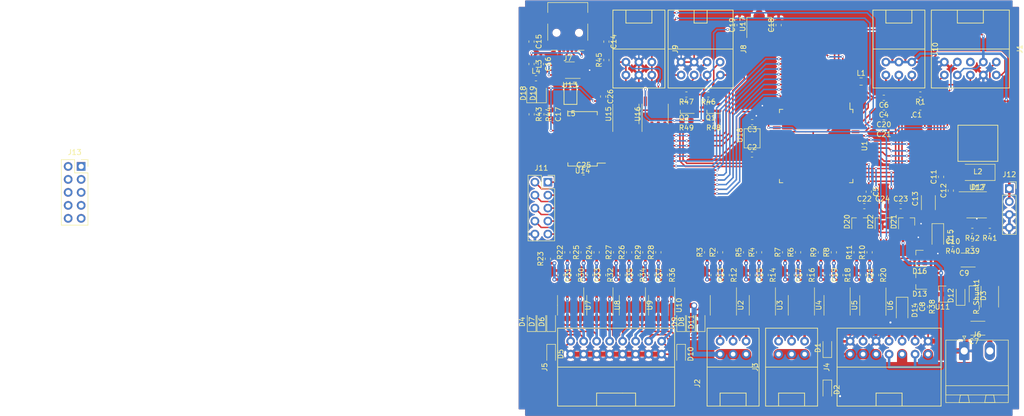
<source format=kicad_pcb>
(kicad_pcb (version 20171130) (host pcbnew "(5.1.4)-1")
  (layers (0 F.Cu signal) (31 B.Cu signal) (34 B.Paste user) (35 F.Paste user) (36 B.SilkS user) (37 F.SilkS user) (38 B.Mask user) (39 F.Mask user) (44 Edge.Cuts user))
  (net 0 "")
  (net 1 RESET)
  (net 2 GND)
  (net 3 "Net-(C2-Pad2)")
  (net 4 "Net-(C3-Pad2)")
  (net 5 "Net-(C4-Pad2)")
  (net 6 +5V)
  (net 7 "Net-(C6-Pad2)")
  (net 8 +12V)
  (net 9 "Net-(J2-Pad3)")
  (net 10 "Net-(J2-Pad2)")
  (net 11 "Net-(J2-Pad1)")
  (net 12 "Net-(J3-Pad1)")
  (net 13 "Net-(J3-Pad2)")
  (net 14 "Net-(J3-Pad3)")
  (net 15 "Net-(R12-Pad2)")
  (net 16 RGB1_ROT)
  (net 17 "Net-(R13-Pad2)")
  (net 18 RGB1_GRUEN)
  (net 19 RGB1_BLAU)
  (net 20 "Net-(R14-Pad2)")
  (net 21 "Net-(R15-Pad2)")
  (net 22 RGB2_ROT)
  (net 23 RGB2_GRUEN)
  (net 24 "Net-(R16-Pad2)")
  (net 25 "Net-(R17-Pad2)")
  (net 26 RGB2_BLAU)
  (net 27 "Net-(R18-Pad2)")
  (net 28 "Net-(R19-Pad2)")
  (net 29 PWM_PUMPE)
  (net 30 "Net-(R10-Pad1)")
  (net 31 "Net-(R11-Pad1)")
  (net 32 HEIZUNG)
  (net 33 SM1_1)
  (net 34 "Net-(R22-Pad1)")
  (net 35 "Net-(R23-Pad1)")
  (net 36 SM1_2)
  (net 37 SM1_3)
  (net 38 "Net-(R24-Pad1)")
  (net 39 SM1_4)
  (net 40 "Net-(R25-Pad1)")
  (net 41 SM2_1)
  (net 42 "Net-(R26-Pad1)")
  (net 43 "Net-(R27-Pad1)")
  (net 44 SM2_2)
  (net 45 SM2_3)
  (net 46 "Net-(R28-Pad1)")
  (net 47 "Net-(R29-Pad1)")
  (net 48 SM2_4)
  (net 49 UART_RXD)
  (net 50 UART_TXD)
  (net 51 UART_DIR)
  (net 52 "Net-(U1-Pad5)")
  (net 53 "Net-(U1-Pad6)")
  (net 54 "Net-(U1-Pad7)")
  (net 55 "Net-(U1-Pad8)")
  (net 56 "Net-(U1-Pad17)")
  (net 57 "Net-(U1-Pad18)")
  (net 58 "Net-(U1-Pad19)")
  (net 59 I²C_SCL)
  (net 60 I²C_SDA)
  (net 61 "Net-(U1-Pad27)")
  (net 62 "Net-(U1-Pad28)")
  (net 63 "Net-(U1-Pad29)")
  (net 64 "Net-(U1-Pad30)")
  (net 65 TDI)
  (net 66 TDO)
  (net 67 TMS)
  (net 68 TCK)
  (net 69 Voltage_Controle)
  (net 70 Current_Controle)
  (net 71 "Net-(J4-Pad6)")
  (net 72 "Net-(J4-Pad5)")
  (net 73 "Net-(J4-Pad4)")
  (net 74 "Net-(J4-Pad2)")
  (net 75 PWM_LUEFTER1)
  (net 76 PWM_LUEFTER2)
  (net 77 "Net-(C7-Pad1)")
  (net 78 "Net-(C11-Pad1)")
  (net 79 "Net-(C12-Pad1)")
  (net 80 "Net-(C12-Pad2)")
  (net 81 "Net-(R41-Pad2)")
  (net 82 "Net-(C14-Pad2)")
  (net 83 "Net-(C14-Pad1)")
  (net 84 "Net-(C16-Pad2)")
  (net 85 "Net-(C17-Pad2)")
  (net 86 "Net-(D18-Pad1)")
  (net 87 "Net-(D19-Pad1)")
  (net 88 "Net-(J7-Pad4)")
  (net 89 "Net-(J7-Pad3)")
  (net 90 "Net-(J7-Pad2)")
  (net 91 "Net-(L5-Pad2)")
  (net 92 "Net-(L5-Pad4)")
  (net 93 "Net-(R43-Pad2)")
  (net 94 "Net-(R44-Pad2)")
  (net 95 "Net-(U14-Pad5)")
  (net 96 "Net-(U14-Pad2)")
  (net 97 "Net-(U14-Pad1)")
  (net 98 "Net-(U14-Pad3)")
  (net 99 "Net-(U14-Pad12)")
  (net 100 "Net-(U14-Pad13)")
  (net 101 "Net-(U14-Pad14)")
  (net 102 "Net-(U14-Pad27)")
  (net 103 "Net-(U14-Pad28)")
  (net 104 "Net-(J1-Pad8)")
  (net 105 +3V3)
  (net 106 GND_HUMI1)
  (net 107 GND_HUMI2)
  (net 108 NOT-AUS)
  (net 109 INPUT1)
  (net 110 INPUT2)
  (net 111 "Net-(J8-Pad5)")
  (net 112 "Net-(J8-Pad6)")
  (net 113 "Net-(J9-Pad1)")
  (net 114 "Net-(J9-Pad3)")
  (net 115 NOTAUS)
  (net 116 Stop)
  (net 117 Start)
  (net 118 Dbg2)
  (net 119 Dbg1)
  (net 120 SR_Latch)
  (net 121 SR_Daten)
  (net 122 SR_Takt)
  (net 123 +5C)
  (net 124 "Net-(U18-Pad1)")
  (net 125 "Net-(U18-Pad3)")
  (net 126 "Net-(D4-Pad1)")
  (net 127 "Net-(D5-Pad1)")
  (net 128 "Net-(D6-Pad1)")
  (net 129 "Net-(D7-Pad1)")
  (net 130 "Net-(D8-Pad1)")
  (net 131 "Net-(D9-Pad1)")
  (net 132 "Net-(D10-Pad1)")
  (net 133 "Net-(D11-Pad1)")
  (module Connector_PinSocket_2.54mm:PinSocket_2x05_P2.54mm_Vertical (layer F.Cu) (at -11.195 81.38)
    (fp_text reference J13 (at -1.27 -2.77) (layer F.SilkS))
    (fp_text value Frontpannel)
    (pad 10 thru_hole oval (at -2.54 10.16) (size 1.7 1.7) (drill 1) (layers *.Cu *.Mask) (net 2 GND))
    (pad 9 thru_hole oval (at 0 10.16) (size 1.7 1.7) (drill 1) (layers *.Cu *.Mask) (net 122 SR_Takt))
    (pad 8 thru_hole oval (at -2.54 7.62) (size 1.7 1.7) (drill 1) (layers *.Cu *.Mask) (net 121 SR_Daten))
    (pad 7 thru_hole oval (at 0 7.62) (size 1.7 1.7) (drill 1) (layers *.Cu *.Mask) (net 120 SR_Latch))
    (pad 6 thru_hole oval (at -2.54 5.08) (size 1.7 1.7) (drill 1) (layers *.Cu *.Mask) (net 119 Dbg1))
    (pad 5 thru_hole oval (at 0 5.08) (size 1.7 1.7) (drill 1) (layers *.Cu *.Mask) (net 118 Dbg2))
    (pad 4 thru_hole oval (at -2.54 2.54) (size 1.7 1.7) (drill 1) (layers *.Cu *.Mask) (net 117 Start))
    (pad 3 thru_hole oval (at 0 2.54) (size 1.7 1.7) (drill 1) (layers *.Cu *.Mask) (net 116 Stop))
    (pad 2 thru_hole oval (at -2.54 0) (size 1.7 1.7) (drill 1) (layers *.Cu *.Mask) (net 115 NOTAUS))
    (pad 1 thru_hole rect (at 0 0) (size 1.7 1.7) (drill 1) (layers *.Cu *.Mask) (net 1 RESET))
  )
  (module Connector_PinSocket_2.54mm:PinSocket_1x04_P2.54mm_Vertical (layer F.Cu) (at 170.18 85.725)
    (fp_text reference J12 (at 0 -2.77) (layer F.SilkS))
    (fp_text value Conn_01x04)
    (pad 1 thru_hole rect (at 0 0) (size 1.7 1.7) (drill 1) (layers *.Cu *.Mask) (net 6 +5V))
    (pad 2 thru_hole oval (at 0 2.54) (size 1.7 1.7) (drill 1) (layers *.Cu *.Mask) (net 6 +5V))
    (pad 3 thru_hole oval (at 0 5.08) (size 1.7 1.7) (drill 1) (layers *.Cu *.Mask) (net 2 GND))
    (pad 4 thru_hole oval (at 0 7.62) (size 1.7 1.7) (drill 1) (layers *.Cu *.Mask) (net 2 GND))
  )
  (module Connector_PinSocket_2.54mm:PinSocket_2x05_P2.54mm_Vertical (layer F.Cu) (at 80.01 84.455)
    (fp_text reference J11 (at -1.27 -2.77) (layer F.SilkS))
    (fp_text value Frontpannel)
    (pad 10 thru_hole oval (at -2.54 10.16) (size 1.7 1.7) (drill 1) (layers *.Cu *.Mask) (net 2 GND))
    (pad 9 thru_hole oval (at 0 10.16) (size 1.7 1.7) (drill 1) (layers *.Cu *.Mask) (net 122 SR_Takt))
    (pad 8 thru_hole oval (at -2.54 7.62) (size 1.7 1.7) (drill 1) (layers *.Cu *.Mask) (net 121 SR_Daten))
    (pad 7 thru_hole oval (at 0 7.62) (size 1.7 1.7) (drill 1) (layers *.Cu *.Mask) (net 120 SR_Latch))
    (pad 6 thru_hole oval (at -2.54 5.08) (size 1.7 1.7) (drill 1) (layers *.Cu *.Mask) (net 119 Dbg1))
    (pad 5 thru_hole oval (at 0 5.08) (size 1.7 1.7) (drill 1) (layers *.Cu *.Mask) (net 118 Dbg2))
    (pad 4 thru_hole oval (at -2.54 2.54) (size 1.7 1.7) (drill 1) (layers *.Cu *.Mask) (net 117 Start))
    (pad 3 thru_hole oval (at 0 2.54) (size 1.7 1.7) (drill 1) (layers *.Cu *.Mask) (net 116 Stop))
    (pad 2 thru_hole oval (at -2.54 0) (size 1.7 1.7) (drill 1) (layers *.Cu *.Mask) (net 115 NOTAUS))
    (pad 1 thru_hole rect (at 0 0) (size 1.7 1.7) (drill 1) (layers *.Cu *.Mask) (net 1 RESET))
  )
  (module Capacitor_SMD:C_0603_1608Metric_Pad1.05x0.95mm_HandSolder (layer F.Cu) (at 145.655 69.85 180)
    (fp_text reference C4 (at 0 -1.43) (layer F.SilkS))
    (fp_text value 100nF)
    (pad 2 smd roundrect (at 0.875 0 180) (size 1.05 0.95) (layers F.Cu F.Paste F.Mask) (net 5 "Net-(C4-Pad2)"))
    (pad 1 smd roundrect (at -0.875 0 180) (size 1.05 0.95) (layers F.Cu F.Paste F.Mask) (net 2 GND))
  )
  (module Package_TO_SOT_SMD:SOT-323_SC-70_Handsoldering (layer F.Cu) (at 106.62 69.85 180)
    (fp_text reference Q2 (at 0 -2) (layer F.SilkS))
    (fp_text value BS170)
    (pad 3 smd rect (at 1.33 0 90) (size 0.45 1.5) (layers F.Cu F.Paste F.Mask) (net 112 "Net-(J8-Pad6)"))
    (pad 2 smd rect (at -1.33 0.65 90) (size 0.45 1.5) (layers F.Cu F.Paste F.Mask) (net 105 +3V3))
    (pad 1 smd rect (at -1.33 -0.65 90) (size 0.45 1.5) (layers F.Cu F.Paste F.Mask) (net 60 I²C_SDA))
  )
  (module Capacitor_SMD:C_0603_1608Metric_Pad1.05x0.95mm_HandSolder (layer F.Cu) (at 90.805 67.705 270)
    (fp_text reference C26 (at 0 -1.43 90) (layer F.SilkS))
    (fp_text value 100nF)
    (pad 2 smd roundrect (at 0.875 0 270) (size 1.05 0.95) (layers F.Cu F.Paste F.Mask) (net 123 +5C))
    (pad 1 smd roundrect (at -0.875 0 270) (size 1.05 0.95) (layers F.Cu F.Paste F.Mask) (net 2 GND))
  )
  (module Capacitor_SMD:C_0603_1608Metric_Pad1.05x0.95mm_HandSolder (layer F.Cu) (at 86.995 82.55)
    (fp_text reference C25 (at 0 -1.43) (layer F.SilkS))
    (fp_text value 100nF)
    (pad 2 smd roundrect (at 0.875 0) (size 1.05 0.95) (layers F.Cu F.Paste F.Mask) (net 123 +5C))
    (pad 1 smd roundrect (at -0.875 0) (size 1.05 0.95) (layers F.Cu F.Paste F.Mask) (net 2 GND))
  )
  (module D_Lib:ZPD5.1 (layer F.Cu) (at 156.2862 95.0833 270)
    (fp_text reference D15 (at 0.0254 -2.3876 90) (layer F.SilkS))
    (fp_text value ZPD5.1)
    (pad 2 smd roundrect (at 1.4367 0.0762 270) (size 1.425 1.75) (layers F.Cu F.Paste F.Mask) (roundrect_rratio 0.175439) (net 2 GND))
    (pad 1 smd roundrect (at -1.5383 0.0762 270) (size 1.425 1.75) (layers F.Cu F.Paste F.Mask) (roundrect_rratio 0.175439) (net 69 Voltage_Controle))
  )
  (module Package_SO:SOIC-8_3.9x4.9mm_P1.27mm (layer F.Cu) (at 100.965 71.12 90)
    (fp_text reference U16 (at 0 -3.4 90) (layer F.SilkS))
    (fp_text value MAX3072E)
    (pad 8 smd roundrect (at 2.475 -1.905 90) (size 1.95 0.6) (layers F.Cu F.Paste F.Mask) (net 6 +5V))
    (pad 7 smd roundrect (at 2.475 -0.635 90) (size 1.95 0.6) (layers F.Cu F.Paste F.Mask) (net 113 "Net-(J9-Pad1)"))
    (pad 6 smd roundrect (at 2.475 0.635 90) (size 1.95 0.6) (layers F.Cu F.Paste F.Mask) (net 114 "Net-(J9-Pad3)"))
    (pad 5 smd roundrect (at 2.475 1.905 90) (size 1.95 0.6) (layers F.Cu F.Paste F.Mask) (net 2 GND))
    (pad 4 smd roundrect (at -2.475 1.905 90) (size 1.95 0.6) (layers F.Cu F.Paste F.Mask) (net 50 UART_TXD))
    (pad 3 smd roundrect (at -2.475 0.635 90) (size 1.95 0.6) (layers F.Cu F.Paste F.Mask) (net 51 UART_DIR))
    (pad 2 smd roundrect (at -2.475 -0.635 90) (size 1.95 0.6) (layers F.Cu F.Paste F.Mask) (net 51 UART_DIR))
    (pad 1 smd roundrect (at -2.475 -1.905 90) (size 1.95 0.6) (layers F.Cu F.Paste F.Mask) (net 49 UART_RXD))
  )
  (module L_Lib:WE-CNSW (layer F.Cu) (at 84.4296 67.2592 180)
    (fp_text reference L5 (at -0.1 -3.77) (layer F.SilkS))
    (fp_text value WE-CNSW)
    (pad 4 smd rect (at -0.6604 -1.143 180) (size 1 1.5) (layers F.Cu F.Paste F.Mask) (net 92 "Net-(L5-Pad4)"))
    (pad 2 smd rect (at 0.6858 -1.143 180) (size 1 1.5) (layers F.Cu F.Paste F.Mask) (net 91 "Net-(L5-Pad2)"))
    (pad 1 smd rect (at 0.6858 1.2192 180) (size 1 1.5) (layers F.Cu F.Paste F.Mask) (net 89 "Net-(J7-Pad3)"))
    (pad 3 smd rect (at -0.6604 1.2192 180) (size 1 1.5) (layers F.Cu F.Paste F.Mask) (net 90 "Net-(J7-Pad2)"))
  )
  (module Package_SO:SOIC-8_3.9x4.9mm_P1.27mm (layer F.Cu) (at 95.25 71.12 90)
    (fp_text reference U15 (at 0 -3.4 90) (layer F.SilkS))
    (fp_text value MAX3072E)
    (pad 8 smd roundrect (at 2.475 -1.905 90) (size 1.95 0.6) (layers F.Cu F.Paste F.Mask) (net 123 +5C))
    (pad 7 smd roundrect (at 2.475 -0.635 90) (size 1.95 0.6) (layers F.Cu F.Paste F.Mask) (net 113 "Net-(J9-Pad1)"))
    (pad 6 smd roundrect (at 2.475 0.635 90) (size 1.95 0.6) (layers F.Cu F.Paste F.Mask) (net 114 "Net-(J9-Pad3)"))
    (pad 5 smd roundrect (at 2.475 1.905 90) (size 1.95 0.6) (layers F.Cu F.Paste F.Mask) (net 2 GND))
    (pad 4 smd roundrect (at -2.475 1.905 90) (size 1.95 0.6) (layers F.Cu F.Paste F.Mask) (net 97 "Net-(U14-Pad1)"))
    (pad 3 smd roundrect (at -2.475 0.635 90) (size 1.95 0.6) (layers F.Cu F.Paste F.Mask) (net 100 "Net-(U14-Pad13)"))
    (pad 2 smd roundrect (at -2.475 -0.635 90) (size 1.95 0.6) (layers F.Cu F.Paste F.Mask) (net 100 "Net-(U14-Pad13)"))
    (pad 1 smd roundrect (at -2.475 -1.905 90) (size 1.95 0.6) (layers F.Cu F.Paste F.Mask) (net 95 "Net-(U14-Pad5)"))
  )
  (module Package_TO_SOT_SMD:SOT-23-6_Handsoldering (layer F.Cu) (at 84.3 62.545 180)
    (fp_text reference U13 (at 0 -2.9) (layer F.SilkS))
    (fp_text value WE_TVS)
    (pad 5 smd rect (at 1.35 0 180) (size 1.56 0.65) (layers F.Cu F.Paste F.Mask) (net 123 +5C))
    (pad 6 smd rect (at 1.35 -0.95 180) (size 1.56 0.65) (layers F.Cu F.Paste F.Mask) (net 89 "Net-(J7-Pad3)"))
    (pad 4 smd rect (at 1.35 0.95 180) (size 1.56 0.65) (layers F.Cu F.Paste F.Mask) (net 89 "Net-(J7-Pad3)"))
    (pad 3 smd rect (at -1.35 0.95 180) (size 1.56 0.65) (layers F.Cu F.Paste F.Mask) (net 90 "Net-(J7-Pad2)"))
    (pad 2 smd rect (at -1.35 0 180) (size 1.56 0.65) (layers F.Cu F.Paste F.Mask) (net 2 GND))
    (pad 1 smd rect (at -1.35 -0.95 180) (size 1.56 0.65) (layers F.Cu F.Paste F.Mask) (net 90 "Net-(J7-Pad2)"))
  )
  (module Resistor_SMD:R_0603_1608Metric_Pad1.05x0.95mm_HandSolder (layer F.Cu) (at 91.44 60.565 90)
    (fp_text reference R45 (at 0 -1.43 90) (layer F.SilkS))
    (fp_text value 120R)
    (pad 2 smd roundrect (at 0.875 0 90) (size 1.05 0.95) (layers F.Cu F.Paste F.Mask) (net 113 "Net-(J9-Pad1)"))
    (pad 1 smd roundrect (at -0.875 0 90) (size 1.05 0.95) (layers F.Cu F.Paste F.Mask) (net 114 "Net-(J9-Pad3)"))
  )
  (module Resistor_SMD:R_0603_1608Metric_Pad1.05x0.95mm_HandSolder (layer F.Cu) (at 78.74 71.185 270)
    (fp_text reference R44 (at 0 -1.43 90) (layer F.SilkS))
    (fp_text value 1k)
    (pad 2 smd roundrect (at 0.875 0 270) (size 1.05 0.95) (layers F.Cu F.Paste F.Mask) (net 94 "Net-(R44-Pad2)"))
    (pad 1 smd roundrect (at -0.875 0 270) (size 1.05 0.95) (layers F.Cu F.Paste F.Mask) (net 87 "Net-(D19-Pad1)"))
  )
  (module Resistor_SMD:R_0603_1608Metric_Pad1.05x0.95mm_HandSolder (layer F.Cu) (at 76.835 71.185 270)
    (fp_text reference R43 (at 0 -1.43 90) (layer F.SilkS))
    (fp_text value 1k)
    (pad 2 smd roundrect (at 0.875 0 270) (size 1.05 0.95) (layers F.Cu F.Paste F.Mask) (net 93 "Net-(R43-Pad2)"))
    (pad 1 smd roundrect (at -0.875 0 270) (size 1.05 0.95) (layers F.Cu F.Paste F.Mask) (net 86 "Net-(D18-Pad1)"))
  )
  (module Inductor_SMD:L_0603_1608Metric_Pad1.05x0.95mm_HandSolder (layer F.Cu) (at 77.685 64.135)
    (fp_text reference L4 (at 0 -1.43) (layer F.SilkS))
    (fp_text value L)
    (pad 2 smd roundrect (at 0.875 0) (size 1.05 0.95) (layers F.Cu F.Paste F.Mask) (net 123 +5C))
    (pad 1 smd roundrect (at -0.875 0) (size 1.05 0.95) (layers F.Cu F.Paste F.Mask) (net 84 "Net-(C16-Pad2)"))
  )
  (module Inductor_SMD:L_0603_1608Metric_Pad1.05x0.95mm_HandSolder (layer F.Cu) (at 76.81 61.34 270)
    (fp_text reference L3 (at 0 -1.43 90) (layer F.SilkS))
    (fp_text value L)
    (pad 2 smd roundrect (at 0.875 0 270) (size 1.05 0.95) (layers F.Cu F.Paste F.Mask) (net 84 "Net-(C16-Pad2)"))
    (pad 1 smd roundrect (at -0.875 0 270) (size 1.05 0.95) (layers F.Cu F.Paste F.Mask) (net 83 "Net-(C14-Pad1)"))
  )
  (module Connector_USB:USB_Mini-B_Lumberg_2486_01_Horizontal (layer F.Cu) (at 83.895 55.235 180)
    (fp_text reference J7 (at 0 -5) (layer F.SilkS))
    (fp_text value USB_B_Mini)
    (pad "" np_thru_hole circle (at 2.2 0 180) (size 1 1) (drill 1) (layers *.Cu *.Mask))
    (pad "" np_thru_hole circle (at -2.2 0 180) (size 1 1) (drill 1) (layers *.Cu *.Mask))
    (pad 6 smd rect (at 4.45 2.85 180) (size 2 1.7) (layers F.Cu F.Paste F.Mask) (net 82 "Net-(C14-Pad2)"))
    (pad 6 smd rect (at 4.45 -2.6 180) (size 2 1.7) (layers F.Cu F.Paste F.Mask) (net 82 "Net-(C14-Pad2)"))
    (pad 6 smd rect (at -4.45 2.85 180) (size 2 1.7) (layers F.Cu F.Paste F.Mask) (net 82 "Net-(C14-Pad2)"))
    (pad 6 smd rect (at -4.45 -2.6 180) (size 2 1.7) (layers F.Cu F.Paste F.Mask) (net 82 "Net-(C14-Pad2)"))
    (pad 5 smd rect (at 1.6 -2.7 180) (size 0.5 2) (layers F.Cu F.Paste F.Mask) (net 2 GND))
    (pad 4 smd rect (at 0.8 -2.7 180) (size 0.5 2) (layers F.Cu F.Paste F.Mask) (net 88 "Net-(J7-Pad4)"))
    (pad 3 smd rect (at 0 -2.7 180) (size 0.5 2) (layers F.Cu F.Paste F.Mask) (net 89 "Net-(J7-Pad3)"))
    (pad 2 smd rect (at -0.8 -2.7 180) (size 0.5 2) (layers F.Cu F.Paste F.Mask) (net 90 "Net-(J7-Pad2)"))
    (pad 1 smd rect (at -1.6 -2.7 180) (size 0.5 2) (layers F.Cu F.Paste F.Mask) (net 83 "Net-(C14-Pad1)"))
  )
  (module LED_SMD:LED_0805_2012Metric_Pad1.15x1.40mm_HandSolder (layer F.Cu) (at 78.74 67.065 90)
    (fp_text reference D19 (at 0 -1.65 90) (layer F.SilkS))
    (fp_text value LED)
    (pad 2 smd roundrect (at 1.025 0 90) (size 1.15 1.4) (layers F.Cu F.Paste F.Mask) (roundrect_rratio 0.217391) (net 123 +5C))
    (pad 1 smd roundrect (at -1.025 0 90) (size 1.15 1.4) (layers F.Cu F.Paste F.Mask) (roundrect_rratio 0.217391) (net 87 "Net-(D19-Pad1)"))
  )
  (module LED_SMD:LED_0805_2012Metric_Pad1.15x1.40mm_HandSolder (layer F.Cu) (at 76.835 67.065 90)
    (fp_text reference D18 (at 0 -1.65 90) (layer F.SilkS))
    (fp_text value LED)
    (pad 2 smd roundrect (at 1.025 0 90) (size 1.15 1.4) (layers F.Cu F.Paste F.Mask) (roundrect_rratio 0.217391) (net 123 +5C))
    (pad 1 smd roundrect (at -1.025 0 90) (size 1.15 1.4) (layers F.Cu F.Paste F.Mask) (roundrect_rratio 0.217391) (net 86 "Net-(D18-Pad1)"))
  )
  (module Capacitor_SMD:C_0603_1608Metric_Pad1.05x0.95mm_HandSolder (layer F.Cu) (at 78.63 61.355 270)
    (fp_text reference C16 (at 0 -1.43 90) (layer F.SilkS))
    (fp_text value 100nF)
    (pad 2 smd roundrect (at 0.875 0 270) (size 1.05 0.95) (layers F.Cu F.Paste F.Mask) (net 84 "Net-(C16-Pad2)"))
    (pad 1 smd roundrect (at -0.875 0 270) (size 1.05 0.95) (layers F.Cu F.Paste F.Mask) (net 2 GND))
  )
  (module Capacitor_SMD:C_0603_1608Metric_Pad1.05x0.95mm_HandSolder (layer F.Cu) (at 76.81 56.955 270)
    (fp_text reference C15 (at 0 -1.43 90) (layer F.SilkS))
    (fp_text value 100nF)
    (pad 2 smd roundrect (at 0.875 0 270) (size 1.05 0.95) (layers F.Cu F.Paste F.Mask) (net 82 "Net-(C14-Pad2)"))
    (pad 1 smd roundrect (at -0.875 0 270) (size 1.05 0.95) (layers F.Cu F.Paste F.Mask) (net 2 GND))
  )
  (module Capacitor_SMD:C_0603_1608Metric_Pad1.05x0.95mm_HandSolder (layer F.Cu) (at 91.44 56.965 270)
    (fp_text reference C14 (at 0 -1.43 90) (layer F.SilkS))
    (fp_text value 100nF)
    (pad 2 smd roundrect (at 0.875 0 270) (size 1.05 0.95) (layers F.Cu F.Paste F.Mask) (net 82 "Net-(C14-Pad2)"))
    (pad 1 smd roundrect (at -0.875 0 270) (size 1.05 0.95) (layers F.Cu F.Paste F.Mask) (net 83 "Net-(C14-Pad1)"))
  )
  (module D_Lib:1N4148 (layer F.Cu) (at 163.195 106.6346 270)
    (fp_text reference D3 (at 0.0508 -1.905 90) (layer F.SilkS))
    (fp_text value 1N4148)
    (pad 1 smd rect (at -1.2246 0 270) (size 1 1) (layers F.Cu F.Paste F.Mask) (net 8 +12V))
    (pad 2 smd rect (at 1.2754 0 270) (size 1 1) (layers F.Cu F.Paste F.Mask) (net 77 "Net-(C7-Pad1)"))
  )
  (module D_Lib:ZPD5.1 (layer F.Cu) (at 149.3012 109.4883 270)
    (fp_text reference D14 (at 0.0254 -2.3876 90) (layer F.SilkS))
    (fp_text value ZPD5.1)
    (pad 2 smd roundrect (at 1.4367 0.0762 270) (size 1.425 1.75) (layers F.Cu F.Paste F.Mask) (roundrect_rratio 0.175439) (net 2 GND))
    (pad 1 smd roundrect (at -1.5383 0.0762 270) (size 1.425 1.75) (layers F.Cu F.Paste F.Mask) (roundrect_rratio 0.175439) (net 70 Current_Controle))
  )
  (module D_Lib:1N4148 (layer F.Cu) (at 160.655 106.6854 90)
    (fp_text reference D12 (at 0.0508 -1.905 90) (layer F.SilkS))
    (fp_text value 1N4148)
    (pad 1 smd rect (at -1.2246 0 90) (size 1 1) (layers F.Cu F.Paste F.Mask) (net 77 "Net-(C7-Pad1)"))
    (pad 2 smd rect (at 1.2754 0 90) (size 1 1) (layers F.Cu F.Paste F.Mask) (net 8 +12V))
  )
  (module Resistor_SMD:R_0603_1608Metric_Pad1.05x0.95mm_HandSolder (layer F.Cu) (at 140.335 98.185 90)
    (fp_text reference R11 (at 0 -1.43 90) (layer F.SilkS))
    (fp_text value 160R)
    (pad 1 smd roundrect (at -0.875 0 90) (size 1.05 0.95) (layers F.Cu F.Paste F.Mask) (net 31 "Net-(R11-Pad1)"))
    (pad 2 smd roundrect (at 0.875 0 90) (size 1.05 0.95) (layers F.Cu F.Paste F.Mask) (net 32 HEIZUNG))
  )
  (module Conn_Lib:Wanne-14Pol (layer F.Cu) (at 146.685 120.65 90)
    (fp_text reference J4 (at 0 -12.2 90) (layer F.SilkS))
    (fp_text value Con_PU_HE_LÜ)
    (pad 14 thru_hole circle (at 2.54 -7.62 90) (size 1.7 1.7) (drill 0.9) (layers *.Cu *.Mask) (net 8 +12V))
    (pad 13 thru_hole circle (at 2.54 -5.08 90) (size 1.7 1.7) (drill 0.9) (layers *.Cu *.Mask) (net 8 +12V))
    (pad 12 thru_hole circle (at 2.54 -2.54 90) (size 1.7 1.7) (drill 0.9) (layers *.Cu *.Mask) (net 8 +12V))
    (pad 11 thru_hole circle (at 2.54 0 90) (size 1.7 1.7) (drill 0.9) (layers *.Cu *.Mask) (net 6 +5V))
    (pad 10 thru_hole circle (at 2.54 2.54 90) (size 1.7 1.7) (drill 0.9) (layers *.Cu *.Mask) (net 8 +12V))
    (pad 9 thru_hole circle (at 2.54 5.08 90) (size 1.7 1.7) (drill 0.9) (layers *.Cu *.Mask) (net 6 +5V))
    (pad 8 thru_hole circle (at 2.54 7.62 90) (size 1.7 1.7) (drill 0.9) (layers *.Cu *.Mask) (net 8 +12V))
    (pad 7 thru_hole circle (at 5.08 7.62 90) (size 1.7 1.7) (drill 0.9) (layers *.Cu *.Mask) (net 2 GND))
    (pad 6 thru_hole circle (at 5.08 5.08 90) (size 1.7 1.7) (drill 0.9) (layers *.Cu *.Mask) (net 71 "Net-(J4-Pad6)"))
    (pad 5 thru_hole circle (at 5.08 2.54 90) (size 1.7 1.7) (drill 0.9) (layers *.Cu *.Mask) (net 72 "Net-(J4-Pad5)"))
    (pad 4 thru_hole circle (at 5.08 0 90) (size 1.7 1.7) (drill 0.9) (layers *.Cu *.Mask) (net 73 "Net-(J4-Pad4)"))
    (pad 3 thru_hole circle (at 5.08 -2.54 90) (size 1.7 1.7) (drill 0.9) (layers *.Cu *.Mask) (net 2 GND))
    (pad 2 thru_hole circle (at 5.08 -5.08 90) (size 1.7 1.7) (drill 0.9) (layers *.Cu *.Mask) (net 74 "Net-(J4-Pad2)"))
    (pad 1 thru_hole circle (at 5.08 -7.62 90) (size 1.7 1.7) (drill 0.9) (layers *.Cu *.Mask) (net 2 GND))
  )
  (module Conn_Lib:Wanne_6Pol (layer F.Cu) (at 127.635 120.65 90)
    (fp_text reference J3 (at 0 -7.12 90) (layer F.SilkS))
    (fp_text value Con_RGB1)
    (pad 6 thru_hole circle (at 2.54 2.54 90) (size 1.7 1.7) (drill 0.9) (layers *.Cu *.Mask) (net 8 +12V))
    (pad 5 thru_hole circle (at 2.54 0 90) (size 1.7 1.7) (drill 0.9) (layers *.Cu *.Mask) (net 8 +12V))
    (pad 4 thru_hole circle (at 2.54 -2.54 90) (size 1.7 1.7) (drill 0.9) (layers *.Cu *.Mask) (net 8 +12V))
    (pad 3 thru_hole circle (at 5.08 2.54 90) (size 1.7 1.7) (drill 0.9) (layers *.Cu *.Mask) (net 14 "Net-(J3-Pad3)"))
    (pad 2 thru_hole circle (at 5.08 0 90) (size 1.7 1.7) (drill 0.9) (layers *.Cu *.Mask) (net 13 "Net-(J3-Pad2)"))
    (pad 1 thru_hole circle (at 5.08 -2.54 90) (size 1.7 1.7) (drill 0.9) (layers *.Cu *.Mask) (net 12 "Net-(J3-Pad1)"))
  )
  (module Conn_Lib:Wanne_6Pol (layer F.Cu) (at 116.205 120.65 90)
    (fp_text reference J2 (at -3.175 -6.985 90) (layer F.SilkS))
    (fp_text value Con_RGB1)
    (pad 6 thru_hole circle (at 2.54 2.54 90) (size 1.7 1.7) (drill 0.9) (layers *.Cu *.Mask) (net 8 +12V))
    (pad 5 thru_hole circle (at 2.54 0 90) (size 1.7 1.7) (drill 0.9) (layers *.Cu *.Mask) (net 8 +12V))
    (pad 4 thru_hole circle (at 2.54 -2.54 90) (size 1.7 1.7) (drill 0.9) (layers *.Cu *.Mask) (net 8 +12V))
    (pad 3 thru_hole circle (at 5.08 2.54 90) (size 1.7 1.7) (drill 0.9) (layers *.Cu *.Mask) (net 9 "Net-(J2-Pad3)"))
    (pad 2 thru_hole circle (at 5.08 0 90) (size 1.7 1.7) (drill 0.9) (layers *.Cu *.Mask) (net 10 "Net-(J2-Pad2)"))
    (pad 1 thru_hole circle (at 5.08 -2.54 90) (size 1.7 1.7) (drill 0.9) (layers *.Cu *.Mask) (net 11 "Net-(J2-Pad1)"))
  )
  (module Conn_Lib:Wanne_16Pol (layer F.Cu) (at 92.075 120.65 90)
    (fp_text reference J5 (at 0 -12.7 90) (layer F.SilkS))
    (fp_text value Con_SM)
    (pad 16 thru_hole circle (at 2.54 10.16 90) (size 1.7 1.7) (drill 0.9) (layers *.Cu *.Mask) (net 2 GND))
    (pad 15 thru_hole circle (at 2.54 7.62 90) (size 1.7 1.7) (drill 0.9) (layers *.Cu *.Mask) (net 2 GND))
    (pad 14 thru_hole circle (at 2.54 5.08 90) (size 1.7 1.7) (drill 0.9) (layers *.Cu *.Mask) (net 2 GND))
    (pad 13 thru_hole circle (at 2.54 2.54 90) (size 1.7 1.7) (drill 0.9) (layers *.Cu *.Mask) (net 2 GND))
    (pad 12 thru_hole circle (at 2.54 0 90) (size 1.7 1.7) (drill 0.9) (layers *.Cu *.Mask) (net 2 GND))
    (pad 11 thru_hole circle (at 2.54 -2.54 90) (size 1.7 1.7) (drill 0.9) (layers *.Cu *.Mask) (net 2 GND))
    (pad 10 thru_hole circle (at 2.54 -5.08 90) (size 1.7 1.7) (drill 0.9) (layers *.Cu *.Mask) (net 2 GND))
    (pad 9 thru_hole circle (at 2.54 -7.62 90) (size 1.7 1.7) (drill 0.9) (layers *.Cu *.Mask) (net 2 GND))
    (pad 8 thru_hole circle (at 5.08 10.16 90) (size 1.7 1.7) (drill 0.9) (layers *.Cu *.Mask) (net 132 "Net-(D10-Pad1)"))
    (pad 7 thru_hole circle (at 5.08 7.62 90) (size 1.7 1.7) (drill 0.9) (layers *.Cu *.Mask) (net 133 "Net-(D11-Pad1)"))
    (pad 6 thru_hole circle (at 5.08 5.08 90) (size 1.7 1.7) (drill 0.9) (layers *.Cu *.Mask) (net 130 "Net-(D8-Pad1)"))
    (pad 5 thru_hole circle (at 5.08 2.54 90) (size 1.7 1.7) (drill 0.9) (layers *.Cu *.Mask) (net 131 "Net-(D9-Pad1)"))
    (pad 4 thru_hole circle (at 5.08 0 90) (size 1.7 1.7) (drill 0.9) (layers *.Cu *.Mask) (net 128 "Net-(D6-Pad1)"))
    (pad 3 thru_hole circle (at 5.08 -2.54 90) (size 1.7 1.7) (drill 0.9) (layers *.Cu *.Mask) (net 129 "Net-(D7-Pad1)"))
    (pad 2 thru_hole circle (at 5.08 -5.08 90) (size 1.7 1.7) (drill 0.9) (layers *.Cu *.Mask) (net 126 "Net-(D4-Pad1)"))
    (pad 1 thru_hole circle (at 5.08 -7.62 90) (size 1.7 1.7) (drill 0.9) (layers *.Cu *.Mask) (net 127 "Net-(D5-Pad1)"))
  )
  (module Capacitor_SMD:C_0603_1608Metric_Pad1.05x0.95mm_HandSolder (layer F.Cu) (at 152.795 69.85 180)
    (fp_text reference C1 (at 0.635 -1.43 180) (layer F.SilkS))
    (fp_text value 10nF)
    (pad 1 smd roundrect (at -0.875 0 180) (size 1.05 0.95) (layers F.Cu F.Paste F.Mask) (net 1 RESET))
    (pad 2 smd roundrect (at 0.875 0 180) (size 1.05 0.95) (layers F.Cu F.Paste F.Mask) (net 2 GND))
  )
  (module Capacitor_SMD:C_0603_1608Metric_Pad1.05x0.95mm_HandSolder (layer F.Cu) (at 119.895 79.06)
    (fp_text reference C2 (at 0 -1.43) (layer F.SilkS))
    (fp_text value 22pF)
    (pad 2 smd roundrect (at 0.875 0) (size 1.05 0.95) (layers F.Cu F.Paste F.Mask) (net 3 "Net-(C2-Pad2)"))
    (pad 1 smd roundrect (at -0.875 0) (size 1.05 0.95) (layers F.Cu F.Paste F.Mask) (net 2 GND))
  )
  (module Capacitor_SMD:C_0603_1608Metric_Pad1.05x0.95mm_HandSolder (layer F.Cu) (at 119.925 72.72 180)
    (fp_text reference C3 (at 0 -1.43) (layer F.SilkS))
    (fp_text value 22pF)
    (pad 1 smd roundrect (at -0.875 0 180) (size 1.05 0.95) (layers F.Cu F.Paste F.Mask) (net 2 GND))
    (pad 2 smd roundrect (at 0.875 0 180) (size 1.05 0.95) (layers F.Cu F.Paste F.Mask) (net 4 "Net-(C3-Pad2)"))
  )
  (module Capacitor_SMD:C_0603_1608Metric_Pad1.05x0.95mm_HandSolder (layer F.Cu) (at 142.71 86.325 270)
    (fp_text reference C5 (at 0 -1.43 90) (layer F.SilkS))
    (fp_text value 100nF)
    (pad 1 smd rect (at -0.875 0 270) (size 1.05 0.95) (layers F.Cu F.Paste F.Mask) (net 6 +5V))
    (pad 2 smd roundrect (at 0.875 0 270) (size 1.05 0.95) (layers F.Cu F.Paste F.Mask) (net 2 GND))
  )
  (module Capacitor_SMD:C_0603_1608Metric_Pad1.05x0.95mm_HandSolder (layer F.Cu) (at 145.655 67.945 180)
    (fp_text reference C6 (at 0 -1.43) (layer F.SilkS))
    (fp_text value 100nF)
    (pad 2 smd roundrect (at 0.875 0 180) (size 1.05 0.95) (layers F.Cu F.Paste F.Mask) (net 7 "Net-(C6-Pad2)"))
    (pad 1 smd roundrect (at -0.875 0 180) (size 1.05 0.95) (layers F.Cu F.Paste F.Mask) (net 2 GND))
  )
  (module Diode_SMD:D_SOD-323_HandSoldering (layer F.Cu) (at 134.62 116.86 90)
    (fp_text reference D1 (at 0 -1.85 90) (layer F.SilkS))
    (fp_text value 1N4148)
    (pad 1 smd rect (at -1.25 0 90) (size 1 1) (layers F.Cu F.Paste F.Mask) (net 8 +12V))
    (pad 2 smd rect (at 1.25 0 90) (size 1 1) (layers F.Cu F.Paste F.Mask) (net 2 GND))
  )
  (module Diode_SMD:D_SOD-323_HandSoldering (layer F.Cu) (at 134.62 125.075 270)
    (fp_text reference D2 (at 0 -1.85 90) (layer F.SilkS))
    (fp_text value 1N4148)
    (pad 2 smd rect (at 1.25 0 270) (size 1 1) (layers F.Cu F.Paste F.Mask) (net 2 GND))
    (pad 1 smd rect (at -1.25 0 270) (size 1 1) (layers F.Cu F.Paste F.Mask) (net 8 +12V))
  )
  (module Diode_SMD:D_SOD-323_HandSoldering (layer F.Cu) (at 76.835 111.78 90)
    (fp_text reference D4 (at 0 -1.85 90) (layer F.SilkS))
    (fp_text value 1N4148)
    (pad 2 smd rect (at 1.25 0 90) (size 1 1) (layers F.Cu F.Paste F.Mask) (net 2 GND))
    (pad 1 smd rect (at -1.25 0 90) (size 1 1) (layers F.Cu F.Paste F.Mask) (net 126 "Net-(D4-Pad1)"))
  )
  (module Diode_SMD:D_SOD-323_HandSoldering (layer F.Cu) (at 80.645 118.09 270)
    (fp_text reference D5 (at 0 -1.85 90) (layer F.SilkS))
    (fp_text value 1N4148)
    (pad 1 smd rect (at -1.25 0 270) (size 1 1) (layers F.Cu F.Paste F.Mask) (net 127 "Net-(D5-Pad1)"))
    (pad 2 smd rect (at 1.25 0 270) (size 1 1) (layers F.Cu F.Paste F.Mask) (net 2 GND))
  )
  (module Diode_SMD:D_SOD-323_HandSoldering (layer F.Cu) (at 80.645 111.78 90)
    (fp_text reference D6 (at 0 -1.85 90) (layer F.SilkS))
    (fp_text value 1N4148)
    (pad 2 smd rect (at 1.25 0 90) (size 1 1) (layers F.Cu F.Paste F.Mask) (net 2 GND))
    (pad 1 smd rect (at -1.25 0 90) (size 1 1) (layers F.Cu F.Paste F.Mask) (net 128 "Net-(D6-Pad1)"))
  )
  (module Diode_SMD:D_SOD-323_HandSoldering (layer F.Cu) (at 78.74 111.78 90)
    (fp_text reference D7 (at 0 -1.85 90) (layer F.SilkS))
    (fp_text value 1N4148)
    (pad 1 smd rect (at -1.25 0 90) (size 1 1) (layers F.Cu F.Paste F.Mask) (net 129 "Net-(D7-Pad1)"))
    (pad 2 smd rect (at 1.25 0 90) (size 1 1) (layers F.Cu F.Paste F.Mask) (net 2 GND))
  )
  (module Diode_SMD:D_SOD-323_HandSoldering (layer F.Cu) (at 107.95 111.78 90)
    (fp_text reference D8 (at 0 -1.85 90) (layer F.SilkS))
    (fp_text value 1N4148)
    (pad 2 smd rect (at 1.25 0 90) (size 1 1) (layers F.Cu F.Paste F.Mask) (net 2 GND))
    (pad 1 smd rect (at -1.25 0 90) (size 1 1) (layers F.Cu F.Paste F.Mask) (net 130 "Net-(D8-Pad1)"))
  )
  (module Diode_SMD:D_SOD-323_HandSoldering (layer F.Cu) (at 106.045 111.78 90)
    (fp_text reference D9 (at 0 -1.27 90) (layer F.SilkS))
    (fp_text value 1N4148)
    (pad 1 smd rect (at -1.25 0 90) (size 1 1) (layers F.Cu F.Paste F.Mask) (net 131 "Net-(D9-Pad1)"))
    (pad 2 smd rect (at 1.25 0 90) (size 1 1) (layers F.Cu F.Paste F.Mask) (net 2 GND))
  )
  (module Diode_SMD:D_SOD-323_HandSoldering (layer F.Cu) (at 106.045 118.09 270)
    (fp_text reference D10 (at 0 -1.85 90) (layer F.SilkS))
    (fp_text value 1N4148)
    (pad 2 smd rect (at 1.25 0 270) (size 1 1) (layers F.Cu F.Paste F.Mask) (net 2 GND))
    (pad 1 smd rect (at -1.25 0 270) (size 1 1) (layers F.Cu F.Paste F.Mask) (net 132 "Net-(D10-Pad1)"))
  )
  (module Diode_SMD:D_SOD-323_HandSoldering (layer F.Cu) (at 109.855 111.78 90)
    (fp_text reference D11 (at 0 -1.85 90) (layer F.SilkS))
    (fp_text value 1N4148)
    (pad 1 smd rect (at -1.25 0 90) (size 1 1) (layers F.Cu F.Paste F.Mask) (net 133 "Net-(D11-Pad1)"))
    (pad 2 smd rect (at 1.25 0 90) (size 1 1) (layers F.Cu F.Paste F.Mask) (net 2 GND))
  )
  (module Inductor_SMD:L_0805_2012Metric_Pad1.15x1.40mm_HandSolder (layer F.Cu) (at 141.215 64.77)
    (fp_text reference L1 (at 0 -1.65) (layer F.SilkS))
    (fp_text value 10uH)
    (pad 1 smd roundrect (at -1.025 0) (size 1.15 1.4) (layers F.Cu F.Paste F.Mask) (roundrect_rratio 0.217391) (net 6 +5V))
    (pad 2 smd roundrect (at 1.025 0) (size 1.15 1.4) (layers F.Cu F.Paste F.Mask) (roundrect_rratio 0.217391) (net 7 "Net-(C6-Pad2)"))
  )
  (module Resistor_SMD:R_0603_1608Metric_Pad1.05x0.95mm_HandSolder (layer F.Cu) (at 152.795 67.31 180)
    (fp_text reference R1 (at 0 -1.43) (layer F.SilkS))
    (fp_text value R)
    (pad 2 smd roundrect (at 0.875 0 180) (size 1.05 0.95) (layers F.Cu F.Paste F.Mask) (net 1 RESET))
    (pad 1 smd roundrect (at -0.875 0 180) (size 1.05 0.95) (layers F.Cu F.Paste F.Mask) (net 6 +5V))
  )
  (module Resistor_SMD:R_0603_1608Metric_Pad1.05x0.95mm_HandSolder (layer F.Cu) (at 113.665 98.185 90)
    (fp_text reference R2 (at 0 -1.43 90) (layer F.SilkS))
    (fp_text value 160R)
    (pad 1 smd roundrect (at -0.875 0 90) (size 1.05 0.95) (layers F.Cu F.Paste F.Mask) (net 15 "Net-(R12-Pad2)"))
    (pad 2 smd roundrect (at 0.875 0 90) (size 1.05 0.95) (layers F.Cu F.Paste F.Mask) (net 18 RGB1_GRUEN))
  )
  (module Resistor_SMD:R_0603_1608Metric_Pad1.05x0.95mm_HandSolder (layer F.Cu) (at 111.125 98.185 90)
    (fp_text reference R3 (at 0 -1.43 90) (layer F.SilkS))
    (fp_text value 160R)
    (pad 1 smd roundrect (at -0.875 0 90) (size 1.05 0.95) (layers F.Cu F.Paste F.Mask) (net 17 "Net-(R13-Pad2)"))
    (pad 2 smd roundrect (at 0.875 0 90) (size 1.05 0.95) (layers F.Cu F.Paste F.Mask) (net 19 RGB1_BLAU))
  )
  (module Resistor_SMD:R_0603_1608Metric_Pad1.05x0.95mm_HandSolder (layer F.Cu) (at 121.285 98.185 90)
    (fp_text reference R4 (at 0 -1.43 90) (layer F.SilkS))
    (fp_text value 160R)
    (pad 2 smd roundrect (at 0.875 0 90) (size 1.05 0.95) (layers F.Cu F.Paste F.Mask) (net 26 RGB2_BLAU))
    (pad 1 smd roundrect (at -0.875 0 90) (size 1.05 0.95) (layers F.Cu F.Paste F.Mask) (net 20 "Net-(R14-Pad2)"))
  )
  (module Resistor_SMD:R_0603_1608Metric_Pad1.05x0.95mm_HandSolder (layer F.Cu) (at 118.745 98.185 90)
    (fp_text reference R5 (at 0 -1.43 90) (layer F.SilkS))
    (fp_text value 160R)
    (pad 1 smd roundrect (at -0.875 0 90) (size 1.05 0.95) (layers F.Cu F.Paste F.Mask) (net 21 "Net-(R15-Pad2)"))
    (pad 2 smd roundrect (at 0.875 0 90) (size 1.05 0.95) (layers F.Cu F.Paste F.Mask) (net 16 RGB1_ROT))
  )
  (module Resistor_SMD:R_0603_1608Metric_Pad1.05x0.95mm_HandSolder (layer F.Cu) (at 128.905 98.185 90)
    (fp_text reference R6 (at 0 -1.43 90) (layer F.SilkS))
    (fp_text value 160R)
    (pad 2 smd roundrect (at 0.875 0 90) (size 1.05 0.95) (layers F.Cu F.Paste F.Mask) (net 22 RGB2_ROT))
    (pad 1 smd roundrect (at -0.875 0 90) (size 1.05 0.95) (layers F.Cu F.Paste F.Mask) (net 24 "Net-(R16-Pad2)"))
  )
  (module Resistor_SMD:R_0603_1608Metric_Pad1.05x0.95mm_HandSolder (layer F.Cu) (at 126.365 98.185 90)
    (fp_text reference R7 (at 0 -1.43 90) (layer F.SilkS))
    (fp_text value 160R)
    (pad 1 smd roundrect (at -0.875 0 90) (size 1.05 0.95) (layers F.Cu F.Paste F.Mask) (net 25 "Net-(R17-Pad2)"))
    (pad 2 smd roundrect (at 0.875 0 90) (size 1.05 0.95) (layers F.Cu F.Paste F.Mask) (net 23 RGB2_GRUEN))
  )
  (module Resistor_SMD:R_0603_1608Metric_Pad1.05x0.95mm_HandSolder (layer F.Cu) (at 135.89 98.185 90)
    (fp_text reference R8 (at 0 -1.43 90) (layer F.SilkS))
    (fp_text value 160R)
    (pad 1 smd roundrect (at -0.875 0 90) (size 1.05 0.95) (layers F.Cu F.Paste F.Mask) (net 27 "Net-(R18-Pad2)"))
    (pad 2 smd roundrect (at 0.875 0 90) (size 1.05 0.95) (layers F.Cu F.Paste F.Mask) (net 75 PWM_LUEFTER1))
  )
  (module Resistor_SMD:R_0603_1608Metric_Pad1.05x0.95mm_HandSolder (layer F.Cu) (at 133.35 98.185 90)
    (fp_text reference R9 (at 0 -1.43 90) (layer F.SilkS))
    (fp_text value 160R)
    (pad 1 smd roundrect (at -0.875 0 90) (size 1.05 0.95) (layers F.Cu F.Paste F.Mask) (net 28 "Net-(R19-Pad2)"))
    (pad 2 smd roundrect (at 0.875 0 90) (size 1.05 0.95) (layers F.Cu F.Paste F.Mask) (net 76 PWM_LUEFTER2))
  )
  (module Resistor_SMD:R_0603_1608Metric_Pad1.05x0.95mm_HandSolder (layer F.Cu) (at 142.875 98.185 90)
    (fp_text reference R10 (at 0 -1.43 90) (layer F.SilkS))
    (fp_text value 160R)
    (pad 2 smd roundrect (at 0.875 0 90) (size 1.05 0.95) (layers F.Cu F.Paste F.Mask) (net 29 PWM_PUMPE))
    (pad 1 smd roundrect (at -0.875 0 90) (size 1.05 0.95) (layers F.Cu F.Paste F.Mask) (net 30 "Net-(R10-Pad1)"))
  )
  (module Resistor_SMD:R_0603_1608Metric_Pad1.05x0.95mm_HandSolder (layer F.Cu) (at 114.935 102.63 270)
    (fp_text reference R12 (at 0 -1.43 90) (layer F.SilkS))
    (fp_text value 10k)
    (pad 2 smd roundrect (at 0.875 0 270) (size 1.05 0.95) (layers F.Cu F.Paste F.Mask) (net 15 "Net-(R12-Pad2)"))
    (pad 1 smd roundrect (at -0.875 0 270) (size 1.05 0.95) (layers F.Cu F.Paste F.Mask) (net 2 GND))
  )
  (module Resistor_SMD:R_0603_1608Metric_Pad1.05x0.95mm_HandSolder (layer F.Cu) (at 112.395 102.63 270)
    (fp_text reference R13 (at 0 -1.43 90) (layer F.SilkS))
    (fp_text value 10k)
    (pad 1 smd roundrect (at -0.875 0 270) (size 1.05 0.95) (layers F.Cu F.Paste F.Mask) (net 2 GND))
    (pad 2 smd roundrect (at 0.875 0 270) (size 1.05 0.95) (layers F.Cu F.Paste F.Mask) (net 17 "Net-(R13-Pad2)"))
  )
  (module Resistor_SMD:R_0603_1608Metric_Pad1.05x0.95mm_HandSolder (layer F.Cu) (at 122.555 102.63 270)
    (fp_text reference R14 (at 0 -1.43 90) (layer F.SilkS))
    (fp_text value 10k)
    (pad 2 smd roundrect (at 0.875 0 270) (size 1.05 0.95) (layers F.Cu F.Paste F.Mask) (net 20 "Net-(R14-Pad2)"))
    (pad 1 smd roundrect (at -0.875 0 270) (size 1.05 0.95) (layers F.Cu F.Paste F.Mask) (net 2 GND))
  )
  (module Resistor_SMD:R_0603_1608Metric_Pad1.05x0.95mm_HandSolder (layer F.Cu) (at 120.015 102.63 270)
    (fp_text reference R15 (at 0 -1.43 90) (layer F.SilkS))
    (fp_text value 10k)
    (pad 1 smd roundrect (at -0.875 0 270) (size 1.05 0.95) (layers F.Cu F.Paste F.Mask) (net 2 GND))
    (pad 2 smd roundrect (at 0.875 0 270) (size 1.05 0.95) (layers F.Cu F.Paste F.Mask) (net 21 "Net-(R15-Pad2)"))
  )
  (module Resistor_SMD:R_0603_1608Metric_Pad1.05x0.95mm_HandSolder (layer F.Cu) (at 130.175 102.63 270)
    (fp_text reference R16 (at 0 -1.43 90) (layer F.SilkS))
    (fp_text value 10k)
    (pad 2 smd roundrect (at 0.875 0 270) (size 1.05 0.95) (layers F.Cu F.Paste F.Mask) (net 24 "Net-(R16-Pad2)"))
    (pad 1 smd roundrect (at -0.875 0 270) (size 1.05 0.95) (layers F.Cu F.Paste F.Mask) (net 2 GND))
  )
  (module Resistor_SMD:R_0603_1608Metric_Pad1.05x0.95mm_HandSolder (layer F.Cu) (at 127.635 102.63 270)
    (fp_text reference R17 (at 0 -1.43 90) (layer F.SilkS))
    (fp_text value 10k)
    (pad 1 smd roundrect (at -0.875 0 270) (size 1.05 0.95) (layers F.Cu F.Paste F.Mask) (net 2 GND))
    (pad 2 smd roundrect (at 0.875 0 270) (size 1.05 0.95) (layers F.Cu F.Paste F.Mask) (net 25 "Net-(R17-Pad2)"))
  )
  (module Resistor_SMD:R_0603_1608Metric_Pad1.05x0.95mm_HandSolder (layer F.Cu) (at 137.16 102.63 270)
    (fp_text reference R18 (at 0 -1.43 90) (layer F.SilkS))
    (fp_text value 10k)
    (pad 1 smd roundrect (at -0.875 0 270) (size 1.05 0.95) (layers F.Cu F.Paste F.Mask) (net 2 GND))
    (pad 2 smd roundrect (at 0.875 0 270) (size 1.05 0.95) (layers F.Cu F.Paste F.Mask) (net 27 "Net-(R18-Pad2)"))
  )
  (module Resistor_SMD:R_0603_1608Metric_Pad1.05x0.95mm_HandSolder (layer F.Cu) (at 134.62 102.63 270)
    (fp_text reference R19 (at 0 -1.43 90) (layer F.SilkS))
    (fp_text value 10k)
    (pad 2 smd roundrect (at 0.875 0 270) (size 1.05 0.95) (layers F.Cu F.Paste F.Mask) (net 28 "Net-(R19-Pad2)"))
    (pad 1 smd roundrect (at -0.875 0 270) (size 1.05 0.95) (layers F.Cu F.Paste F.Mask) (net 2 GND))
  )
  (module Resistor_SMD:R_0603_1608Metric_Pad1.05x0.95mm_HandSolder (layer F.Cu) (at 144.145 102.63 270)
    (fp_text reference R20 (at 0 -1.43 90) (layer F.SilkS))
    (fp_text value 10k)
    (pad 2 smd roundrect (at 0.875 0 270) (size 1.05 0.95) (layers F.Cu F.Paste F.Mask) (net 30 "Net-(R10-Pad1)"))
    (pad 1 smd roundrect (at -0.875 0 270) (size 1.05 0.95) (layers F.Cu F.Paste F.Mask) (net 2 GND))
  )
  (module Resistor_SMD:R_0603_1608Metric_Pad1.05x0.95mm_HandSolder (layer F.Cu) (at 141.605 102.63 270)
    (fp_text reference R21 (at 0 -1.43 90) (layer F.SilkS))
    (fp_text value 10k)
    (pad 1 smd roundrect (at -0.875 0 270) (size 1.05 0.95) (layers F.Cu F.Paste F.Mask) (net 2 GND))
    (pad 2 smd roundrect (at 0.875 0 270) (size 1.05 0.95) (layers F.Cu F.Paste F.Mask) (net 31 "Net-(R11-Pad1)"))
  )
  (module Resistor_SMD:R_0603_1608Metric_Pad1.05x0.95mm_HandSolder (layer F.Cu) (at 83.82 98.185 90)
    (fp_text reference R22 (at 0 -1.43 90) (layer F.SilkS))
    (fp_text value 160R)
    (pad 2 smd roundrect (at 0.875 0 90) (size 1.05 0.95) (layers F.Cu F.Paste F.Mask) (net 33 SM1_1))
    (pad 1 smd roundrect (at -0.875 0 90) (size 1.05 0.95) (layers F.Cu F.Paste F.Mask) (net 34 "Net-(R22-Pad1)"))
  )
  (module Resistor_SMD:R_0603_1608Metric_Pad1.05x0.95mm_HandSolder (layer F.Cu) (at 80.01 99.455 90)
    (fp_text reference R23 (at 0 -1.43 90) (layer F.SilkS))
    (fp_text value 160R)
    (pad 1 smd roundrect (at -0.875 0 90) (size 1.05 0.95) (layers F.Cu F.Paste F.Mask) (net 35 "Net-(R23-Pad1)"))
    (pad 2 smd roundrect (at 0.875 0 90) (size 1.05 0.95) (layers F.Cu F.Paste F.Mask) (net 36 SM1_2))
  )
  (module Resistor_SMD:R_0603_1608Metric_Pad1.05x0.95mm_HandSolder (layer F.Cu) (at 89.535 98.185 90)
    (fp_text reference R24 (at 0 -1.43 90) (layer F.SilkS))
    (fp_text value 160R)
    (pad 2 smd roundrect (at 0.875 0 90) (size 1.05 0.95) (layers F.Cu F.Paste F.Mask) (net 37 SM1_3))
    (pad 1 smd roundrect (at -0.875 0 90) (size 1.05 0.95) (layers F.Cu F.Paste F.Mask) (net 38 "Net-(R24-Pad1)"))
  )
  (module Resistor_SMD:R_0603_1608Metric_Pad1.05x0.95mm_HandSolder (layer F.Cu) (at 86.995 98.185 90)
    (fp_text reference R25 (at 0 -1.43 90) (layer F.SilkS))
    (fp_text value 160R)
    (pad 2 smd roundrect (at 0.875 0 90) (size 1.05 0.95) (layers F.Cu F.Paste F.Mask) (net 39 SM1_4))
    (pad 1 smd roundrect (at -0.875 0 90) (size 1.05 0.95) (layers F.Cu F.Paste F.Mask) (net 40 "Net-(R25-Pad1)"))
  )
  (module Resistor_SMD:R_0603_1608Metric_Pad1.05x0.95mm_HandSolder (layer F.Cu) (at 95.885 98.185 90)
    (fp_text reference R26 (at 0 -1.43 90) (layer F.SilkS))
    (fp_text value 160R)
    (pad 2 smd roundrect (at 0.875 0 90) (size 1.05 0.95) (layers F.Cu F.Paste F.Mask) (net 41 SM2_1))
    (pad 1 smd roundrect (at -0.875 0 90) (size 1.05 0.95) (layers F.Cu F.Paste F.Mask) (net 42 "Net-(R26-Pad1)"))
  )
  (module Resistor_SMD:R_0603_1608Metric_Pad1.05x0.95mm_HandSolder (layer F.Cu) (at 93.345 98.185 90)
    (fp_text reference R27 (at 0 -1.43 90) (layer F.SilkS))
    (fp_text value 160R)
    (pad 1 smd roundrect (at -0.875 0 90) (size 1.05 0.95) (layers F.Cu F.Paste F.Mask) (net 43 "Net-(R27-Pad1)"))
    (pad 2 smd roundrect (at 0.875 0 90) (size 1.05 0.95) (layers F.Cu F.Paste F.Mask) (net 44 SM2_2))
  )
  (module Resistor_SMD:R_0603_1608Metric_Pad1.05x0.95mm_HandSolder (layer F.Cu) (at 101.6 98.185 90)
    (fp_text reference R28 (at 0 -1.43 90) (layer F.SilkS))
    (fp_text value 160R)
    (pad 2 smd roundrect (at 0.875 0 90) (size 1.05 0.95) (layers F.Cu F.Paste F.Mask) (net 45 SM2_3))
    (pad 1 smd roundrect (at -0.875 0 90) (size 1.05 0.95) (layers F.Cu F.Paste F.Mask) (net 46 "Net-(R28-Pad1)"))
  )
  (module Resistor_SMD:R_0603_1608Metric_Pad1.05x0.95mm_HandSolder (layer F.Cu) (at 99.06 98.185 90)
    (fp_text reference R29 (at 0 -1.43 90) (layer F.SilkS))
    (fp_text value 160R)
    (pad 1 smd roundrect (at -0.875 0 90) (size 1.05 0.95) (layers F.Cu F.Paste F.Mask) (net 47 "Net-(R29-Pad1)"))
    (pad 2 smd roundrect (at 0.875 0 90) (size 1.05 0.95) (layers F.Cu F.Paste F.Mask) (net 48 SM2_4))
  )
  (module Resistor_SMD:R_0603_1608Metric_Pad1.05x0.95mm_HandSolder (layer F.Cu) (at 85.09 102.63 270)
    (fp_text reference R30 (at 0 -1.43 90) (layer F.SilkS))
    (fp_text value 10k)
    (pad 1 smd roundrect (at -0.875 0 270) (size 1.05 0.95) (layers F.Cu F.Paste F.Mask) (net 2 GND))
    (pad 2 smd roundrect (at 0.875 0 270) (size 1.05 0.95) (layers F.Cu F.Paste F.Mask) (net 34 "Net-(R22-Pad1)"))
  )
  (module Resistor_SMD:R_0603_1608Metric_Pad1.05x0.95mm_HandSolder (layer F.Cu) (at 82.55 102.63 270)
    (fp_text reference R31 (at 0 -1.43 90) (layer F.SilkS))
    (fp_text value 10k)
    (pad 2 smd roundrect (at 0.875 0 270) (size 1.05 0.95) (layers F.Cu F.Paste F.Mask) (net 35 "Net-(R23-Pad1)"))
    (pad 1 smd roundrect (at -0.875 0 270) (size 1.05 0.95) (layers F.Cu F.Paste F.Mask) (net 2 GND))
  )
  (module Resistor_SMD:R_0603_1608Metric_Pad1.05x0.95mm_HandSolder (layer F.Cu) (at 90.805 102.63 270)
    (fp_text reference R32 (at 0 -1.43 90) (layer F.SilkS))
    (fp_text value 10k)
    (pad 2 smd roundrect (at 0.875 0 270) (size 1.05 0.95) (layers F.Cu F.Paste F.Mask) (net 38 "Net-(R24-Pad1)"))
    (pad 1 smd roundrect (at -0.875 0 270) (size 1.05 0.95) (layers F.Cu F.Paste F.Mask) (net 2 GND))
  )
  (module Resistor_SMD:R_0603_1608Metric_Pad1.05x0.95mm_HandSolder (layer F.Cu) (at 88.265 102.63 270)
    (fp_text reference R33 (at 0 -1.43 90) (layer F.SilkS))
    (fp_text value 10k)
    (pad 1 smd roundrect (at -0.875 0 270) (size 1.05 0.95) (layers F.Cu F.Paste F.Mask) (net 2 GND))
    (pad 2 smd roundrect (at 0.875 0 270) (size 1.05 0.95) (layers F.Cu F.Paste F.Mask) (net 40 "Net-(R25-Pad1)"))
  )
  (module Resistor_SMD:R_0603_1608Metric_Pad1.05x0.95mm_HandSolder (layer F.Cu) (at 97.155 102.63 270)
    (fp_text reference R34 (at 0 -1.43 90) (layer F.SilkS))
    (fp_text value 10k)
    (pad 2 smd roundrect (at 0.875 0 270) (size 1.05 0.95) (layers F.Cu F.Paste F.Mask) (net 42 "Net-(R26-Pad1)"))
    (pad 1 smd roundrect (at -0.875 0 270) (size 1.05 0.95) (layers F.Cu F.Paste F.Mask) (net 2 GND))
  )
  (module Resistor_SMD:R_0603_1608Metric_Pad1.05x0.95mm_HandSolder (layer F.Cu) (at 94.615 102.63 270)
    (fp_text reference R35 (at 0 -1.43 90) (layer F.SilkS))
    (fp_text value 10k)
    (pad 1 smd roundrect (at -0.875 0 270) (size 1.05 0.95) (layers F.Cu F.Paste F.Mask) (net 2 GND))
    (pad 2 smd roundrect (at 0.875 0 270) (size 1.05 0.95) (layers F.Cu F.Paste F.Mask) (net 43 "Net-(R27-Pad1)"))
  )
  (module Resistor_SMD:R_0603_1608Metric_Pad1.05x0.95mm_HandSolder (layer F.Cu) (at 102.87 102.63 270)
    (fp_text reference R36 (at 0 -1.43 90) (layer F.SilkS))
    (fp_text value 10k)
    (pad 2 smd roundrect (at 0.875 0 270) (size 1.05 0.95) (layers F.Cu F.Paste F.Mask) (net 46 "Net-(R28-Pad1)"))
    (pad 1 smd roundrect (at -0.875 0 270) (size 1.05 0.95) (layers F.Cu F.Paste F.Mask) (net 2 GND))
  )
  (module Resistor_SMD:R_0603_1608Metric_Pad1.05x0.95mm_HandSolder (layer F.Cu) (at 100.33 102.63 270)
    (fp_text reference R37 (at 0 -1.43 90) (layer F.SilkS))
    (fp_text value 10k)
    (pad 1 smd roundrect (at -0.875 0 270) (size 1.05 0.95) (layers F.Cu F.Paste F.Mask) (net 2 GND))
    (pad 2 smd roundrect (at 0.875 0 270) (size 1.05 0.95) (layers F.Cu F.Paste F.Mask) (net 47 "Net-(R29-Pad1)"))
  )
  (module Package_QFP:TQFP-64_14x14mm_P0.8mm (layer F.Cu) (at 132.43 77.39 270)
    (fp_text reference U1 (at 0 -9.45 90) (layer F.SilkS))
    (fp_text value ATmega64-16AU)
    (pad 1 smd rect (at -7.7 -6 270) (size 1.5 0.55) (layers F.Cu F.Paste F.Mask) (net 6 +5V))
    (pad 2 smd rect (at -7.7 -5.2 270) (size 1.5 0.55) (layers F.Cu F.Paste F.Mask) (net 49 UART_RXD))
    (pad 3 smd rect (at -7.7 -4.4 270) (size 1.5 0.55) (layers F.Cu F.Paste F.Mask) (net 50 UART_TXD))
    (pad 4 smd rect (at -7.7 -3.6 270) (size 1.5 0.55) (layers F.Cu F.Paste F.Mask) (net 51 UART_DIR))
    (pad 5 smd rect (at -7.7 -2.8 270) (size 1.5 0.55) (layers F.Cu F.Paste F.Mask) (net 52 "Net-(U1-Pad5)"))
    (pad 6 smd rect (at -7.7 -2 270) (size 1.5 0.55) (layers F.Cu F.Paste F.Mask) (net 53 "Net-(U1-Pad6)"))
    (pad 7 smd rect (at -7.7 -1.2 270) (size 1.5 0.55) (layers F.Cu F.Paste F.Mask) (net 54 "Net-(U1-Pad7)"))
    (pad 8 smd rect (at -7.7 -0.4 270) (size 1.5 0.55) (layers F.Cu F.Paste F.Mask) (net 55 "Net-(U1-Pad8)"))
    (pad 9 smd rect (at -7.7 0.4 270) (size 1.5 0.55) (layers F.Cu F.Paste F.Mask) (net 115 NOTAUS))
    (pad 10 smd rect (at -7.7 1.2 270) (size 1.5 0.55) (layers F.Cu F.Paste F.Mask) (net 116 Stop))
    (pad 11 smd rect (at -7.7 2 270) (size 1.5 0.55) (layers F.Cu F.Paste F.Mask) (net 117 Start))
    (pad 12 smd rect (at -7.7 2.8 270) (size 1.5 0.55) (layers F.Cu F.Paste F.Mask) (net 118 Dbg2))
    (pad 13 smd rect (at -7.7 3.6 270) (size 1.5 0.55) (layers F.Cu F.Paste F.Mask) (net 119 Dbg1))
    (pad 14 smd rect (at -7.7 4.4 270) (size 1.5 0.55) (layers F.Cu F.Paste F.Mask) (net 120 SR_Latch))
    (pad 15 smd rect (at -7.7 5.2 270) (size 1.5 0.55) (layers F.Cu F.Paste F.Mask) (net 121 SR_Daten))
    (pad 16 smd rect (at -7.7 6 270) (size 1.5 0.55) (layers F.Cu F.Paste F.Mask) (net 122 SR_Takt))
    (pad 17 smd rect (at -6 7.7) (size 1.5 0.55) (layers F.Cu F.Paste F.Mask) (net 56 "Net-(U1-Pad17)"))
    (pad 18 smd rect (at -5.2 7.7) (size 1.5 0.55) (layers F.Cu F.Paste F.Mask) (net 57 "Net-(U1-Pad18)"))
    (pad 19 smd rect (at -4.4 7.7) (size 1.5 0.55) (layers F.Cu F.Paste F.Mask) (net 58 "Net-(U1-Pad19)"))
    (pad 20 smd rect (at -3.6 7.7) (size 1.5 0.55) (layers F.Cu F.Paste F.Mask) (net 1 RESET))
    (pad 21 smd rect (at -2.8 7.7) (size 1.5 0.55) (layers F.Cu F.Paste F.Mask) (net 6 +5V))
    (pad 22 smd rect (at -2 7.7) (size 1.5 0.55) (layers F.Cu F.Paste F.Mask) (net 2 GND))
    (pad 23 smd rect (at -1.2 7.7) (size 1.5 0.55) (layers F.Cu F.Paste F.Mask) (net 4 "Net-(C3-Pad2)"))
    (pad 24 smd rect (at -0.4 7.7) (size 1.5 0.55) (layers F.Cu F.Paste F.Mask) (net 3 "Net-(C2-Pad2)"))
    (pad 25 smd rect (at 0.4 7.7) (size 1.5 0.55) (layers F.Cu F.Paste F.Mask) (net 59 I²C_SCL))
    (pad 26 smd rect (at 1.2 7.7) (size 1.5 0.55) (layers F.Cu F.Paste F.Mask) (net 60 I²C_SDA))
    (pad 27 smd rect (at 2 7.7) (size 1.5 0.55) (layers F.Cu F.Paste F.Mask) (net 61 "Net-(U1-Pad27)"))
    (pad 28 smd rect (at 2.8 7.7) (size 1.5 0.55) (layers F.Cu F.Paste F.Mask) (net 62 "Net-(U1-Pad28)"))
    (pad 29 smd rect (at 3.6 7.7) (size 1.5 0.55) (layers F.Cu F.Paste F.Mask) (net 63 "Net-(U1-Pad29)"))
    (pad 30 smd rect (at 4.4 7.7) (size 1.5 0.55) (layers F.Cu F.Paste F.Mask) (net 64 "Net-(U1-Pad30)"))
    (pad 31 smd rect (at 5.2 7.7) (size 1.5 0.55) (layers F.Cu F.Paste F.Mask) (net 36 SM1_2))
    (pad 32 smd rect (at 6 7.7) (size 1.5 0.55) (layers F.Cu F.Paste F.Mask) (net 33 SM1_1))
    (pad 33 smd rect (at 7.7 6 270) (size 1.5 0.55) (layers F.Cu F.Paste F.Mask) (net 39 SM1_4))
    (pad 34 smd rect (at 7.7 5.2 270) (size 1.5 0.55) (layers F.Cu F.Paste F.Mask) (net 37 SM1_3))
    (pad 35 smd rect (at 7.7 4.4 270) (size 1.5 0.55) (layers F.Cu F.Paste F.Mask) (net 44 SM2_2))
    (pad 36 smd rect (at 7.7 3.6 270) (size 1.5 0.55) (layers F.Cu F.Paste F.Mask) (net 41 SM2_1))
    (pad 37 smd rect (at 7.7 2.8 270) (size 1.5 0.55) (layers F.Cu F.Paste F.Mask) (net 48 SM2_4))
    (pad 38 smd rect (at 7.7 2 270) (size 1.5 0.55) (layers F.Cu F.Paste F.Mask) (net 45 SM2_3))
    (pad 39 smd rect (at 7.7 1.2 270) (size 1.5 0.55) (layers F.Cu F.Paste F.Mask) (net 19 RGB1_BLAU))
    (pad 40 smd rect (at 7.7 0.4 270) (size 1.5 0.55) (layers F.Cu F.Paste F.Mask) (net 18 RGB1_GRUEN))
    (pad 41 smd rect (at 7.7 -0.4 270) (size 1.5 0.55) (layers F.Cu F.Paste F.Mask) (net 16 RGB1_ROT))
    (pad 42 smd rect (at 7.7 -1.2 270) (size 1.5 0.55) (layers F.Cu F.Paste F.Mask) (net 26 RGB2_BLAU))
    (pad 43 smd rect (at 7.7 -2 270) (size 1.5 0.55) (layers F.Cu F.Paste F.Mask) (net 23 RGB2_GRUEN))
    (pad 44 smd rect (at 7.7 -2.8 270) (size 1.5 0.55) (layers F.Cu F.Paste F.Mask) (net 22 RGB2_ROT))
    (pad 45 smd rect (at 7.7 -3.6 270) (size 1.5 0.55) (layers F.Cu F.Paste F.Mask) (net 76 PWM_LUEFTER2))
    (pad 46 smd rect (at 7.7 -4.4 270) (size 1.5 0.55) (layers F.Cu F.Paste F.Mask) (net 75 PWM_LUEFTER1))
    (pad 47 smd rect (at 7.7 -5.2 270) (size 1.5 0.55) (layers F.Cu F.Paste F.Mask) (net 32 HEIZUNG))
    (pad 48 smd rect (at 7.7 -6 270) (size 1.5 0.55) (layers F.Cu F.Paste F.Mask) (net 29 PWM_PUMPE))
    (pad 49 smd rect (at 6 -7.7) (size 1.5 0.55) (layers F.Cu F.Paste F.Mask) (net 108 NOT-AUS))
    (pad 50 smd rect (at 5.2 -7.7) (size 1.5 0.55) (layers F.Cu F.Paste F.Mask) (net 110 INPUT2))
    (pad 51 smd rect (at 4.4 -7.7) (size 1.5 0.55) (layers F.Cu F.Paste F.Mask) (net 109 INPUT1))
    (pad 52 smd rect (at 3.6 -7.7) (size 1.5 0.55) (layers F.Cu F.Paste F.Mask) (net 6 +5V))
    (pad 53 smd rect (at 2.8 -7.7) (size 1.5 0.55) (layers F.Cu F.Paste F.Mask) (net 2 GND))
    (pad 54 smd rect (at 2 -7.7) (size 1.5 0.55) (layers F.Cu F.Paste F.Mask) (net 65 TDI))
    (pad 55 smd rect (at 1.2 -7.7) (size 1.5 0.55) (layers F.Cu F.Paste F.Mask) (net 66 TDO))
    (pad 56 smd rect (at 0.4 -7.7) (size 1.5 0.55) (layers F.Cu F.Paste F.Mask) (net 67 TMS))
    (pad 57 smd rect (at -0.4 -7.7) (size 1.5 0.55) (layers F.Cu F.Paste F.Mask) (net 68 TCK))
    (pad 58 smd rect (at -1.2 -7.7) (size 1.5 0.55) (layers F.Cu F.Paste F.Mask) (net 70 Current_Controle))
    (pad 59 smd rect (at -2 -7.7) (size 1.5 0.55) (layers F.Cu F.Paste F.Mask) (net 69 Voltage_Controle))
    (pad 60 smd rect (at -2.8 -7.7) (size 1.5 0.55) (layers F.Cu F.Paste F.Mask) (net 107 GND_HUMI2))
    (pad 61 smd rect (at -3.6 -7.7) (size 1.5 0.55) (layers F.Cu F.Paste F.Mask) (net 106 GND_HUMI1))
    (pad 62 smd rect (at -4.4 -7.7) (size 1.5 0.55) (layers F.Cu F.Paste F.Mask) (net 5 "Net-(C4-Pad2)"))
    (pad 63 smd rect (at -5.2 -7.7) (size 1.5 0.55) (layers F.Cu F.Paste F.Mask) (net 2 GND))
    (pad 64 smd rect (at -6 -7.7) (size 1.5 0.55) (layers F.Cu F.Paste F.Mask) (net 7 "Net-(C6-Pad2)"))
  )
  (module Package_SO:SO-8_3.9x4.9mm_P1.27mm (layer F.Cu) (at 114.3 108.55 270)
    (fp_text reference U2 (at 0 -3.4 90) (layer F.SilkS))
    (fp_text value IRF9313PBF)
    (pad 8 smd roundrect (at 2.575 -1.905 270) (size 1.75 0.6) (layers F.Cu F.Paste F.Mask) (net 10 "Net-(J2-Pad2)"))
    (pad 7 smd roundrect (at 2.575 -0.635 270) (size 1.75 0.6) (layers F.Cu F.Paste F.Mask) (net 10 "Net-(J2-Pad2)"))
    (pad 6 smd roundrect (at 2.575 0.635 270) (size 1.75 0.6) (layers F.Cu F.Paste F.Mask) (net 11 "Net-(J2-Pad1)"))
    (pad 5 smd roundrect (at 2.575 1.905 270) (size 1.75 0.6) (layers F.Cu F.Paste F.Mask) (net 11 "Net-(J2-Pad1)"))
    (pad 4 smd roundrect (at -2.575 1.905 270) (size 1.75 0.6) (layers F.Cu F.Paste F.Mask) (net 17 "Net-(R13-Pad2)"))
    (pad 3 smd roundrect (at -2.575 0.635 270) (size 1.75 0.6) (layers F.Cu F.Paste F.Mask) (net 2 GND))
    (pad 2 smd roundrect (at -2.575 -0.635 270) (size 1.75 0.6) (layers F.Cu F.Paste F.Mask) (net 15 "Net-(R12-Pad2)"))
    (pad 1 smd roundrect (at -2.575 -1.905 270) (size 1.75 0.6) (layers F.Cu F.Paste F.Mask) (net 2 GND))
  )
  (module Package_SO:SO-8_3.9x4.9mm_P1.27mm (layer F.Cu) (at 121.92 108.55 270)
    (fp_text reference U3 (at 0 -3.4 90) (layer F.SilkS))
    (fp_text value IRF9313PBF)
    (pad 8 smd roundrect (at 2.575 -1.905 270) (size 1.75 0.6) (layers F.Cu F.Paste F.Mask) (net 12 "Net-(J3-Pad1)"))
    (pad 7 smd roundrect (at 2.575 -0.635 270) (size 1.75 0.6) (layers F.Cu F.Paste F.Mask) (net 12 "Net-(J3-Pad1)"))
    (pad 6 smd roundrect (at 2.575 0.635 270) (size 1.75 0.6) (layers F.Cu F.Paste F.Mask) (net 9 "Net-(J2-Pad3)"))
    (pad 5 smd roundrect (at 2.575 1.905 270) (size 1.75 0.6) (layers F.Cu F.Paste F.Mask) (net 9 "Net-(J2-Pad3)"))
    (pad 4 smd roundrect (at -2.575 1.905 270) (size 1.75 0.6) (layers F.Cu F.Paste F.Mask) (net 21 "Net-(R15-Pad2)"))
    (pad 3 smd roundrect (at -2.575 0.635 270) (size 1.75 0.6) (layers F.Cu F.Paste F.Mask) (net 2 GND))
    (pad 2 smd roundrect (at -2.575 -0.635 270) (size 1.75 0.6) (layers F.Cu F.Paste F.Mask) (net 20 "Net-(R14-Pad2)"))
    (pad 1 smd roundrect (at -2.575 -1.905 270) (size 1.75 0.6) (layers F.Cu F.Paste F.Mask) (net 2 GND))
  )
  (module Package_SO:SO-8_3.9x4.9mm_P1.27mm (layer F.Cu) (at 129.54 108.55 270)
    (fp_text reference U4 (at 0 -3.4 90) (layer F.SilkS))
    (fp_text value IRF9313PBF)
    (pad 8 smd roundrect (at 2.575 -1.905 270) (size 1.75 0.6) (layers F.Cu F.Paste F.Mask) (net 14 "Net-(J3-Pad3)"))
    (pad 7 smd roundrect (at 2.575 -0.635 270) (size 1.75 0.6) (layers F.Cu F.Paste F.Mask) (net 14 "Net-(J3-Pad3)"))
    (pad 6 smd roundrect (at 2.575 0.635 270) (size 1.75 0.6) (layers F.Cu F.Paste F.Mask) (net 13 "Net-(J3-Pad2)"))
    (pad 5 smd roundrect (at 2.575 1.905 270) (size 1.75 0.6) (layers F.Cu F.Paste F.Mask) (net 13 "Net-(J3-Pad2)"))
    (pad 4 smd roundrect (at -2.575 1.905 270) (size 1.75 0.6) (layers F.Cu F.Paste F.Mask) (net 25 "Net-(R17-Pad2)"))
    (pad 3 smd roundrect (at -2.575 0.635 270) (size 1.75 0.6) (layers F.Cu F.Paste F.Mask) (net 2 GND))
    (pad 2 smd roundrect (at -2.575 -0.635 270) (size 1.75 0.6) (layers F.Cu F.Paste F.Mask) (net 24 "Net-(R16-Pad2)"))
    (pad 1 smd roundrect (at -2.575 -1.905 270) (size 1.75 0.6) (layers F.Cu F.Paste F.Mask) (net 2 GND))
  )
  (module Package_SO:SO-8_3.9x4.9mm_P1.27mm (layer F.Cu) (at 136.525 108.55 270)
    (fp_text reference U5 (at 0 -3.4 90) (layer F.SilkS))
    (fp_text value IRF9313PBF)
    (pad 1 smd roundrect (at -2.575 -1.905 270) (size 1.75 0.6) (layers F.Cu F.Paste F.Mask) (net 2 GND))
    (pad 2 smd roundrect (at -2.575 -0.635 270) (size 1.75 0.6) (layers F.Cu F.Paste F.Mask) (net 27 "Net-(R18-Pad2)"))
    (pad 3 smd roundrect (at -2.575 0.635 270) (size 1.75 0.6) (layers F.Cu F.Paste F.Mask) (net 2 GND))
    (pad 4 smd roundrect (at -2.575 1.905 270) (size 1.75 0.6) (layers F.Cu F.Paste F.Mask) (net 28 "Net-(R19-Pad2)"))
    (pad 5 smd roundrect (at 2.575 1.905 270) (size 1.75 0.6) (layers F.Cu F.Paste F.Mask) (net 74 "Net-(J4-Pad2)"))
    (pad 6 smd roundrect (at 2.575 0.635 270) (size 1.75 0.6) (layers F.Cu F.Paste F.Mask) (net 74 "Net-(J4-Pad2)"))
    (pad 7 smd roundrect (at 2.575 -0.635 270) (size 1.75 0.6) (layers F.Cu F.Paste F.Mask) (net 73 "Net-(J4-Pad4)"))
    (pad 8 smd roundrect (at 2.575 -1.905 270) (size 1.75 0.6) (layers F.Cu F.Paste F.Mask) (net 73 "Net-(J4-Pad4)"))
  )
  (module Package_SO:SO-8_3.9x4.9mm_P1.27mm (layer F.Cu) (at 143.51 108.585 270)
    (fp_text reference U6 (at 0 -3.4 90) (layer F.SilkS))
    (fp_text value IRF9313PBF)
    (pad 1 smd roundrect (at -2.575 -1.905 270) (size 1.75 0.6) (layers F.Cu F.Paste F.Mask) (net 2 GND))
    (pad 2 smd roundrect (at -2.575 -0.635 270) (size 1.75 0.6) (layers F.Cu F.Paste F.Mask) (net 30 "Net-(R10-Pad1)"))
    (pad 3 smd roundrect (at -2.575 0.635 270) (size 1.75 0.6) (layers F.Cu F.Paste F.Mask) (net 2 GND))
    (pad 4 smd roundrect (at -2.575 1.905 270) (size 1.75 0.6) (layers F.Cu F.Paste F.Mask) (net 31 "Net-(R11-Pad1)"))
    (pad 5 smd roundrect (at 2.575 1.905 270) (size 1.75 0.6) (layers F.Cu F.Paste F.Mask) (net 72 "Net-(J4-Pad5)"))
    (pad 6 smd roundrect (at 2.575 0.635 270) (size 1.75 0.6) (layers F.Cu F.Paste F.Mask) (net 72 "Net-(J4-Pad5)"))
    (pad 7 smd roundrect (at 2.575 -0.635 270) (size 1.75 0.6) (layers F.Cu F.Paste F.Mask) (net 71 "Net-(J4-Pad6)"))
    (pad 8 smd roundrect (at 2.575 -1.905 270) (size 1.75 0.6) (layers F.Cu F.Paste F.Mask) (net 71 "Net-(J4-Pad6)"))
  )
  (module Package_SO:SO-8_3.9x4.9mm_P1.27mm (layer F.Cu) (at 84.455 108.55 270)
    (fp_text reference U7 (at 0 -3.4 90) (layer F.SilkS))
    (fp_text value IRF9313PBF)
    (pad 1 smd roundrect (at -2.575 -1.905 270) (size 1.75 0.6) (layers F.Cu F.Paste F.Mask) (net 126 "Net-(D4-Pad1)"))
    (pad 2 smd roundrect (at -2.575 -0.635 270) (size 1.75 0.6) (layers F.Cu F.Paste F.Mask) (net 34 "Net-(R22-Pad1)"))
    (pad 3 smd roundrect (at -2.575 0.635 270) (size 1.75 0.6) (layers F.Cu F.Paste F.Mask) (net 127 "Net-(D5-Pad1)"))
    (pad 4 smd roundrect (at -2.575 1.905 270) (size 1.75 0.6) (layers F.Cu F.Paste F.Mask) (net 35 "Net-(R23-Pad1)"))
    (pad 5 smd roundrect (at 2.575 1.905 270) (size 1.75 0.6) (layers F.Cu F.Paste F.Mask) (net 8 +12V))
    (pad 6 smd roundrect (at 2.575 0.635 270) (size 1.75 0.6) (layers F.Cu F.Paste F.Mask) (net 8 +12V))
    (pad 7 smd roundrect (at 2.575 -0.635 270) (size 1.75 0.6) (layers F.Cu F.Paste F.Mask) (net 8 +12V))
    (pad 8 smd roundrect (at 2.575 -1.905 270) (size 1.75 0.6) (layers F.Cu F.Paste F.Mask) (net 8 +12V))
  )
  (module Package_SO:SO-8_3.9x4.9mm_P1.27mm (layer F.Cu) (at 90.17 108.55 270)
    (fp_text reference U8 (at 0 -3.4 90) (layer F.SilkS))
    (fp_text value IRF9313PBF)
    (pad 8 smd roundrect (at 2.575 -1.905 270) (size 1.75 0.6) (layers F.Cu F.Paste F.Mask) (net 8 +12V))
    (pad 7 smd roundrect (at 2.575 -0.635 270) (size 1.75 0.6) (layers F.Cu F.Paste F.Mask) (net 8 +12V))
    (pad 6 smd roundrect (at 2.575 0.635 270) (size 1.75 0.6) (layers F.Cu F.Paste F.Mask) (net 8 +12V))
    (pad 5 smd roundrect (at 2.575 1.905 270) (size 1.75 0.6) (layers F.Cu F.Paste F.Mask) (net 8 +12V))
    (pad 4 smd roundrect (at -2.575 1.905 270) (size 1.75 0.6) (layers F.Cu F.Paste F.Mask) (net 40 "Net-(R25-Pad1)"))
    (pad 3 smd roundrect (at -2.575 0.635 270) (size 1.75 0.6) (layers F.Cu F.Paste F.Mask) (net 129 "Net-(D7-Pad1)"))
    (pad 2 smd roundrect (at -2.575 -0.635 270) (size 1.75 0.6) (layers F.Cu F.Paste F.Mask) (net 38 "Net-(R24-Pad1)"))
    (pad 1 smd roundrect (at -2.575 -1.905 270) (size 1.75 0.6) (layers F.Cu F.Paste F.Mask) (net 128 "Net-(D6-Pad1)"))
  )
  (module Package_SO:SO-8_3.9x4.9mm_P1.27mm (layer F.Cu) (at 96.52 108.55 270)
    (fp_text reference U9 (at 0 -3.4 90) (layer F.SilkS))
    (fp_text value IRF9313PBF)
    (pad 1 smd roundrect (at -2.575 -1.905 270) (size 1.75 0.6) (layers F.Cu F.Paste F.Mask) (net 130 "Net-(D8-Pad1)"))
    (pad 2 smd roundrect (at -2.575 -0.635 270) (size 1.75 0.6) (layers F.Cu F.Paste F.Mask) (net 42 "Net-(R26-Pad1)"))
    (pad 3 smd roundrect (at -2.575 0.635 270) (size 1.75 0.6) (layers F.Cu F.Paste F.Mask) (net 131 "Net-(D9-Pad1)"))
    (pad 4 smd roundrect (at -2.575 1.905 270) (size 1.75 0.6) (layers F.Cu F.Paste F.Mask) (net 43 "Net-(R27-Pad1)"))
    (pad 5 smd roundrect (at 2.575 1.905 270) (size 1.75 0.6) (layers F.Cu F.Paste F.Mask) (net 8 +12V))
    (pad 6 smd roundrect (at 2.575 0.635 270) (size 1.75 0.6) (layers F.Cu F.Paste F.Mask) (net 8 +12V))
    (pad 7 smd roundrect (at 2.575 -0.635 270) (size 1.75 0.6) (layers F.Cu F.Paste F.Mask) (net 8 +12V))
    (pad 8 smd roundrect (at 2.575 -1.905 270) (size 1.75 0.6) (layers F.Cu F.Paste F.Mask) (net 8 +12V))
  )
  (module Package_SO:SO-8_3.9x4.9mm_P1.27mm (layer F.Cu) (at 102.235 108.55 270)
    (fp_text reference U10 (at 0 -3.4 90) (layer F.SilkS))
    (fp_text value IRF9313PBF)
    (pad 1 smd roundrect (at -2.575 -1.905 270) (size 1.75 0.6) (layers F.Cu F.Paste F.Mask) (net 132 "Net-(D10-Pad1)"))
    (pad 2 smd roundrect (at -2.575 -0.635 270) (size 1.75 0.6) (layers F.Cu F.Paste F.Mask) (net 46 "Net-(R28-Pad1)"))
    (pad 3 smd roundrect (at -2.575 0.635 270) (size 1.75 0.6) (layers F.Cu F.Paste F.Mask) (net 133 "Net-(D11-Pad1)"))
    (pad 4 smd roundrect (at -2.575 1.905 270) (size 1.75 0.6) (layers F.Cu F.Paste F.Mask) (net 47 "Net-(R29-Pad1)"))
    (pad 5 smd roundrect (at 2.575 1.905 270) (size 1.75 0.6) (layers F.Cu F.Paste F.Mask) (net 8 +12V))
    (pad 6 smd roundrect (at 2.575 0.635 270) (size 1.75 0.6) (layers F.Cu F.Paste F.Mask) (net 8 +12V))
    (pad 7 smd roundrect (at 2.575 -0.635 270) (size 1.75 0.6) (layers F.Cu F.Paste F.Mask) (net 8 +12V))
    (pad 8 smd roundrect (at 2.575 -1.905 270) (size 1.75 0.6) (layers F.Cu F.Paste F.Mask) (net 8 +12V))
  )
  (module C_Lib:MAX5035_Tantal (layer F.Cu) (at 163.9817 113.0808 180)
    (fp_text reference C7 (at 0.7112 -2.5146) (layer F.SilkS))
    (fp_text value 68uF)
    (pad 2 smd roundrect (at 2.2867 0.0508 180) (size 1.525 2.65) (layers F.Cu F.Paste F.Mask) (roundrect_rratio 0.163934) (net 2 GND))
    (pad 1 smd roundrect (at -2.3883 0.0508 180) (size 1.525 2.65) (layers F.Cu F.Paste F.Mask) (roundrect_rratio 0.163934) (net 77 "Net-(C7-Pad1)"))
  )
  (module Capacitor_SMD:C_0603_1608Metric_Pad1.05x0.95mm_HandSolder (layer F.Cu) (at 151.765 108.825 270)
    (fp_text reference C8 (at 0 -1.43 90) (layer F.SilkS))
    (fp_text value 10nF)
    (pad 2 smd roundrect (at 0.875 0 270) (size 1.05 0.95) (layers F.Cu F.Paste F.Mask) (net 2 GND))
    (pad 1 smd roundrect (at -0.875 0 270) (size 1.05 0.95) (layers F.Cu F.Paste F.Mask) (net 70 Current_Controle))
  )
  (module C_Lib:MAX5035_Tantal (layer F.Cu) (at 162.0767 99.7458 180)
    (fp_text reference C9 (at 0.7112 -2.5146) (layer F.SilkS))
    (fp_text value 68uF)
    (pad 1 smd roundrect (at -2.3883 0.0508 180) (size 1.525 2.65) (layers F.Cu F.Paste F.Mask) (roundrect_rratio 0.163934) (net 8 +12V))
    (pad 2 smd roundrect (at 2.2867 0.0508 180) (size 1.525 2.65) (layers F.Cu F.Paste F.Mask) (roundrect_rratio 0.163934) (net 2 GND))
  )
  (module Capacitor_SMD:C_0603_1608Metric_Pad1.05x0.95mm_HandSolder (layer F.Cu) (at 159.145 94.615 180)
    (fp_text reference C10 (at 0 -1.43) (layer F.SilkS))
    (fp_text value 10nF)
    (pad 1 smd roundrect (at -0.875 0 180) (size 1.05 0.95) (layers F.Cu F.Paste F.Mask) (net 69 Voltage_Controle))
    (pad 2 smd roundrect (at 0.875 0 180) (size 1.05 0.95) (layers F.Cu F.Paste F.Mask) (net 2 GND))
  )
  (module Capacitor_SMD:C_0603_1608Metric_Pad1.05x0.95mm_HandSolder (layer F.Cu) (at 156.845 83.425 90)
    (fp_text reference C11 (at 0 -1.43 90) (layer F.SilkS))
    (fp_text value 100nF)
    (pad 2 smd roundrect (at 0.875 0 90) (size 1.05 0.95) (layers F.Cu F.Paste F.Mask) (net 2 GND))
    (pad 1 smd roundrect (at -0.875 0 90) (size 1.05 0.95) (layers F.Cu F.Paste F.Mask) (net 78 "Net-(C11-Pad1)"))
  )
  (module Capacitor_SMD:C_0603_1608Metric_Pad1.05x0.95mm_HandSolder (layer F.Cu) (at 158.75 86.12 90)
    (fp_text reference C12 (at 0 -1.43 90) (layer F.SilkS))
    (fp_text value 100nF)
    (pad 1 smd roundrect (at -0.875 0 90) (size 1.05 0.95) (layers F.Cu F.Paste F.Mask) (net 79 "Net-(C12-Pad1)"))
    (pad 2 smd roundrect (at 0.875 0 90) (size 1.05 0.95) (layers F.Cu F.Paste F.Mask) (net 80 "Net-(C12-Pad2)"))
  )
  (module C_Lib:MAX5035_Tantal (layer F.Cu) (at 154.305 88.4167 90)
    (fp_text reference C13 (at 0.7112 -2.5146 90) (layer F.SilkS))
    (fp_text value 68uF)
    (pad 1 smd roundrect (at -2.3883 0.0508 90) (size 1.525 2.65) (layers F.Cu F.Paste F.Mask) (roundrect_rratio 0.163934) (net 6 +5V))
    (pad 2 smd roundrect (at 2.2867 0.0508 90) (size 1.525 2.65) (layers F.Cu F.Paste F.Mask) (roundrect_rratio 0.163934) (net 2 GND))
  )
  (module Package_TO_SOT_SMD:SOT-23 (layer F.Cu) (at 152.67 103.825 180)
    (fp_text reference D13 (at 0 -2.5) (layer F.SilkS))
    (fp_text value BAS40-04)
    (pad 3 smd rect (at 1 0 180) (size 0.9 0.8) (layers F.Cu F.Paste F.Mask) (net 70 Current_Controle))
    (pad 2 smd rect (at -1 0.95 180) (size 0.9 0.8) (layers F.Cu F.Paste F.Mask) (net 6 +5V))
    (pad 1 smd rect (at -1 -0.95 180) (size 0.9 0.8) (layers F.Cu F.Paste F.Mask) (net 2 GND))
  )
  (module Package_TO_SOT_SMD:SOT-23 (layer F.Cu) (at 152.67 99.375 180)
    (fp_text reference D16 (at 0 -2.5) (layer F.SilkS))
    (fp_text value BAS40-04)
    (pad 1 smd rect (at -1 -0.95 180) (size 0.9 0.8) (layers F.Cu F.Paste F.Mask) (net 2 GND))
    (pad 2 smd rect (at -1 0.95 180) (size 0.9 0.8) (layers F.Cu F.Paste F.Mask) (net 6 +5V))
    (pad 3 smd rect (at 1 0 180) (size 0.9 0.8) (layers F.Cu F.Paste F.Mask) (net 69 Voltage_Controle))
  )
  (module D_Lib:MAX5035_50SQ100 (layer F.Cu) (at 164.1341 82.5754 180)
    (fp_text reference D17 (at 0 -2.8702) (layer F.SilkS))
    (fp_text value D_Schottky_Small)
    (pad 1 smd roundrect (at -2.2359 0.0254 180) (size 1.525 2.65) (layers F.Cu F.Paste F.Mask) (roundrect_rratio 0.163934) (net 80 "Net-(C12-Pad2)"))
    (pad 2 smd roundrect (at 2.4391 0.0254 180) (size 1.525 2.65) (layers F.Cu F.Paste F.Mask) (roundrect_rratio 0.163934) (net 2 GND))
  )
  (module Connector_Phoenix_MSTB:PhoenixContact_MSTBA_2,5_2-G_1x02_P5.00mm_Horizontal (layer F.Cu) (at 161.37 117.475)
    (fp_text reference J6 (at 2.5 -3.2) (layer F.SilkS))
    (fp_text value +12V)
    (pad 1 thru_hole roundrect (at 0 0) (size 2 3.6) (drill 1.4) (layers *.Cu *.Mask) (roundrect_rratio 0.125) (net 2 GND))
    (pad 2 thru_hole oval (at 5 0) (size 2 3.6) (drill 1.4) (layers *.Cu *.Mask) (net 77 "Net-(C7-Pad1)"))
  )
  (module L_Lib:MAX5035_100uH_Coil (layer F.Cu) (at 163.99002 76.95692 180)
    (fp_text reference L2 (at -0.0381 -5.43814) (layer F.SilkS))
    (fp_text value L)
    (pad 1 smd rect (at -2.37998 0.12192 270) (size 7 3) (layers F.Cu F.Paste F.Mask) (net 80 "Net-(C12-Pad2)"))
    (pad 2 smd rect (at 2.3114 0.12954 270) (size 7 3) (layers F.Cu F.Paste F.Mask) (net 6 +5V))
  )
  (module Resistor_SMD:R_0603_1608Metric_Pad1.05x0.95mm_HandSolder (layer F.Cu) (at 153.67 108.825 270)
    (fp_text reference R38 (at 0 -1.43 90) (layer F.SilkS))
    (fp_text value 5k)
    (pad 1 smd roundrect (at -0.875 0 270) (size 1.05 0.95) (layers F.Cu F.Paste F.Mask) (net 70 Current_Controle))
    (pad 2 smd roundrect (at 0.875 0 270) (size 1.05 0.95) (layers F.Cu F.Paste F.Mask) (net 2 GND))
  )
  (module Resistor_SMD:R_0603_1608Metric_Pad1.05x0.95mm_HandSolder (layer F.Cu) (at 162.955 96.52 180)
    (fp_text reference R39 (at 0 -1.43) (layer F.SilkS))
    (fp_text value 470k)
    (pad 1 smd roundrect (at -0.875 0 180) (size 1.05 0.95) (layers F.Cu F.Paste F.Mask) (net 8 +12V))
    (pad 2 smd roundrect (at 0.875 0 180) (size 1.05 0.95) (layers F.Cu F.Paste F.Mask) (net 69 Voltage_Controle))
  )
  (module Resistor_SMD:R_0603_1608Metric_Pad1.05x0.95mm_HandSolder (layer F.Cu) (at 159.145 96.52 180)
    (fp_text reference R40 (at 0 -1.43) (layer F.SilkS))
    (fp_text value 120k)
    (pad 2 smd roundrect (at 0.875 0 180) (size 1.05 0.95) (layers F.Cu F.Paste F.Mask) (net 2 GND))
    (pad 1 smd roundrect (at -0.875 0 180) (size 1.05 0.95) (layers F.Cu F.Paste F.Mask) (net 69 Voltage_Controle))
  )
  (module Resistor_SMD:R_0603_1608Metric_Pad1.05x0.95mm_HandSolder (layer F.Cu) (at 166.37 93.98 180)
    (fp_text reference R41 (at 0 -1.43) (layer F.SilkS))
    (fp_text value 510k)
    (pad 1 smd roundrect (at -0.875 0 180) (size 1.05 0.95) (layers F.Cu F.Paste F.Mask) (net 8 +12V))
    (pad 2 smd roundrect (at 0.875 0 180) (size 1.05 0.95) (layers F.Cu F.Paste F.Mask) (net 81 "Net-(R41-Pad2)"))
  )
  (module Resistor_SMD:R_0603_1608Metric_Pad1.05x0.95mm_HandSolder (layer F.Cu) (at 162.955 93.98 180)
    (fp_text reference R42 (at 0 -1.43) (layer F.SilkS))
    (fp_text value 510k)
    (pad 2 smd roundrect (at 0.875 0 180) (size 1.05 0.95) (layers F.Cu F.Paste F.Mask) (net 2 GND))
    (pad 1 smd roundrect (at -0.875 0 180) (size 1.05 0.95) (layers F.Cu F.Paste F.Mask) (net 81 "Net-(R41-Pad2)"))
  )
  (module Resistor_SMD:R_2512_6332Metric_Pad1.52x3.35mm_HandSolder (layer F.Cu) (at 166.37 106.8675 90)
    (fp_text reference R_Shunt1 (at 0 -2.62 90) (layer F.SilkS))
    (fp_text value 125mOhm)
    (pad 1 smd roundrect (at -2.9875 0 90) (size 1.525 3.35) (layers F.Cu F.Paste F.Mask) (roundrect_rratio 0.163934) (net 77 "Net-(C7-Pad1)"))
    (pad 2 smd roundrect (at 2.9875 0 90) (size 1.525 3.35) (layers F.Cu F.Paste F.Mask) (roundrect_rratio 0.163934) (net 8 +12V))
  )
  (module Package_TO_SOT_SMD:SOT-23 (layer F.Cu) (at 157.115 106.36 180)
    (fp_text reference U11 (at 0 -2.5) (layer F.SilkS))
    (fp_text value ZXCT1109)
    (pad 1 smd rect (at -1 -0.95 180) (size 0.9 0.8) (layers F.Cu F.Paste F.Mask) (net 77 "Net-(C7-Pad1)"))
    (pad 2 smd rect (at -1 0.95 180) (size 0.9 0.8) (layers F.Cu F.Paste F.Mask) (net 8 +12V))
    (pad 3 smd rect (at 1 0 180) (size 0.9 0.8) (layers F.Cu F.Paste F.Mask) (net 70 Current_Controle))
  )
  (module Package_SO:SO-8_3.9x4.9mm_P1.27mm (layer F.Cu) (at 163.795 88.9)
    (fp_text reference U12 (at 0 -3.4) (layer F.SilkS))
    (fp_text value MAX_5035_BUSA)
    (pad 1 smd roundrect (at -2.575 -1.905) (size 1.75 0.6) (layers F.Cu F.Paste F.Mask) (net 79 "Net-(C12-Pad1)"))
    (pad 2 smd roundrect (at -2.575 -0.635) (size 1.75 0.6) (layers F.Cu F.Paste F.Mask) (net 78 "Net-(C11-Pad1)"))
    (pad 3 smd roundrect (at -2.575 0.635) (size 1.75 0.6) (layers F.Cu F.Paste F.Mask) (net 2 GND))
    (pad 4 smd roundrect (at -2.575 1.905) (size 1.75 0.6) (layers F.Cu F.Paste F.Mask) (net 6 +5V))
    (pad 5 smd roundrect (at 2.575 1.905) (size 1.75 0.6) (layers F.Cu F.Paste F.Mask) (net 81 "Net-(R41-Pad2)"))
    (pad 6 smd roundrect (at 2.575 0.635) (size 1.75 0.6) (layers F.Cu F.Paste F.Mask) (net 2 GND))
    (pad 7 smd roundrect (at 2.575 -0.635) (size 1.75 0.6) (layers F.Cu F.Paste F.Mask) (net 8 +12V))
    (pad 8 smd roundrect (at 2.575 -1.905) (size 1.75 0.6) (layers F.Cu F.Paste F.Mask) (net 80 "Net-(C12-Pad2)"))
  )
  (module Capacitor_SMD:C_0603_1608Metric_Pad1.05x0.95mm_HandSolder (layer F.Cu) (at 80.595 71.185 270)
    (fp_text reference C17 (at 0 -1.43 90) (layer F.SilkS))
    (fp_text value 100nF)
    (pad 1 smd roundrect (at -0.875 0 270) (size 1.05 0.95) (layers F.Cu F.Paste F.Mask) (net 2 GND))
    (pad 2 smd roundrect (at 0.875 0 270) (size 1.05 0.95) (layers F.Cu F.Paste F.Mask) (net 85 "Net-(C17-Pad2)"))
  )
  (module Package_SO:SSOP-28_5.3x10.2mm_P0.65mm (layer F.Cu) (at 86.785 75.98 180)
    (fp_text reference U14 (at 0 -6.25) (layer F.SilkS))
    (fp_text value FT232RL_2)
    (pad 1 smd rect (at -3.6 -4.225 180) (size 1.75 0.45) (layers F.Cu F.Paste F.Mask) (net 97 "Net-(U14-Pad1)"))
    (pad 2 smd rect (at -3.6 -3.575 180) (size 1.75 0.45) (layers F.Cu F.Paste F.Mask) (net 96 "Net-(U14-Pad2)"))
    (pad 3 smd rect (at -3.6 -2.925 180) (size 1.75 0.45) (layers F.Cu F.Paste F.Mask) (net 98 "Net-(U14-Pad3)"))
    (pad 4 smd rect (at -3.6 -2.275 180) (size 1.75 0.45) (layers F.Cu F.Paste F.Mask) (net 123 +5C))
    (pad 5 smd rect (at -3.6 -1.625 180) (size 1.75 0.45) (layers F.Cu F.Paste F.Mask) (net 95 "Net-(U14-Pad5)"))
    (pad 6 smd rect (at -3.6 -0.975 180) (size 1.75 0.45) (layers F.Cu F.Paste F.Mask) (net 2 GND))
    (pad 7 smd rect (at -3.6 -0.325 180) (size 1.75 0.45) (layers F.Cu F.Paste F.Mask) (net 2 GND))
    (pad 8 smd rect (at -3.6 0.325 180) (size 1.75 0.45) (layers F.Cu F.Paste F.Mask))
    (pad 9 smd rect (at -3.6 0.975 180) (size 1.75 0.45) (layers F.Cu F.Paste F.Mask) (net 2 GND))
    (pad 10 smd rect (at -3.6 1.625 180) (size 1.75 0.45) (layers F.Cu F.Paste F.Mask) (net 2 GND))
    (pad 11 smd rect (at -3.6 2.275 180) (size 1.75 0.45) (layers F.Cu F.Paste F.Mask) (net 2 GND))
    (pad 12 smd rect (at -3.6 2.925 180) (size 1.75 0.45) (layers F.Cu F.Paste F.Mask) (net 99 "Net-(U14-Pad12)"))
    (pad 13 smd rect (at -3.6 3.575 180) (size 1.75 0.45) (layers F.Cu F.Paste F.Mask) (net 100 "Net-(U14-Pad13)"))
    (pad 14 smd rect (at -3.6 4.225 180) (size 1.75 0.45) (layers F.Cu F.Paste F.Mask) (net 101 "Net-(U14-Pad14)"))
    (pad 15 smd rect (at 3.6 4.225 180) (size 1.75 0.45) (layers F.Cu F.Paste F.Mask) (net 91 "Net-(L5-Pad2)"))
    (pad 16 smd rect (at 3.6 3.575 180) (size 1.75 0.45) (layers F.Cu F.Paste F.Mask) (net 92 "Net-(L5-Pad4)"))
    (pad 17 smd rect (at 3.6 2.925 180) (size 1.75 0.45) (layers F.Cu F.Paste F.Mask) (net 85 "Net-(C17-Pad2)"))
    (pad 18 smd rect (at 3.6 2.275 180) (size 1.75 0.45) (layers F.Cu F.Paste F.Mask) (net 2 GND))
    (pad 19 smd rect (at 3.6 1.625 180) (size 1.75 0.45) (layers F.Cu F.Paste F.Mask) (net 123 +5C))
    (pad 20 smd rect (at 3.6 0.975 180) (size 1.75 0.45) (layers F.Cu F.Paste F.Mask) (net 123 +5C))
    (pad 21 smd rect (at 3.6 0.325 180) (size 1.75 0.45) (layers F.Cu F.Paste F.Mask) (net 2 GND))
    (pad 22 smd rect (at 3.6 -0.325 180) (size 1.75 0.45) (layers F.Cu F.Paste F.Mask) (net 94 "Net-(R44-Pad2)"))
    (pad 23 smd rect (at 3.6 -0.975 180) (size 1.75 0.45) (layers F.Cu F.Paste F.Mask) (net 93 "Net-(R43-Pad2)"))
    (pad 24 smd rect (at 3.6 -1.625 180) (size 1.75 0.45) (layers F.Cu F.Paste F.Mask))
    (pad 25 smd rect (at 3.6 -2.275 180) (size 1.75 0.45) (layers F.Cu F.Paste F.Mask) (net 2 GND))
    (pad 26 smd rect (at 3.6 -2.925 180) (size 1.75 0.45) (layers F.Cu F.Paste F.Mask) (net 2 GND))
    (pad 27 smd rect (at 3.6 -3.575 180) (size 1.75 0.45) (layers F.Cu F.Paste F.Mask) (net 102 "Net-(U14-Pad27)"))
    (pad 28 smd rect (at 3.6 -4.225 180) (size 1.75 0.45) (layers F.Cu F.Paste F.Mask) (net 103 "Net-(U14-Pad28)"))
  )
  (module Conn_Lib:Wanne-10Pol (layer F.Cu) (at 162.56 58.42 270)
    (fp_text reference J1 (at 0 -9.66 90) (layer F.SilkS))
    (fp_text value AVR-JTAG-10)
    (pad 1 thru_hole circle (at 5.08 -5.08 270) (size 1.7 1.7) (drill 0.9) (layers *.Cu *.Mask) (net 68 TCK))
    (pad 2 thru_hole circle (at 5.08 -2.54 270) (size 1.7 1.7) (drill 0.9) (layers *.Cu *.Mask) (net 2 GND))
    (pad 3 thru_hole circle (at 5.08 0 270) (size 1.7 1.7) (drill 0.9) (layers *.Cu *.Mask) (net 66 TDO))
    (pad 4 thru_hole circle (at 5.08 2.54 270) (size 1.7 1.7) (drill 0.9) (layers *.Cu *.Mask) (net 6 +5V))
    (pad 5 thru_hole circle (at 5.08 5.08 270) (size 1.7 1.7) (drill 0.9) (layers *.Cu *.Mask) (net 67 TMS))
    (pad 6 thru_hole circle (at 2.54 -5.08 270) (size 1.7 1.7) (drill 0.9) (layers *.Cu *.Mask) (net 1 RESET))
    (pad 7 thru_hole circle (at 2.54 -2.54 270) (size 1.7 1.7) (drill 0.9) (layers *.Cu *.Mask) (net 6 +5V))
    (pad 8 thru_hole circle (at 2.54 0 270) (size 1.7 1.7) (drill 0.9) (layers *.Cu *.Mask) (net 104 "Net-(J1-Pad8)"))
    (pad 9 thru_hole circle (at 2.54 2.54 270) (size 1.7 1.7) (drill 0.9) (layers *.Cu *.Mask) (net 65 TDI))
    (pad 10 thru_hole circle (at 2.54 5.08 270) (size 1.7 1.7) (drill 0.9) (layers *.Cu *.Mask) (net 2 GND))
  )
  (module Capacitor_SMD:C_0603_1608Metric_Pad1.05x0.95mm_HandSolder (layer F.Cu) (at 125.095 53.735 90)
    (fp_text reference C18 (at 0 -1.43 90) (layer F.SilkS))
    (fp_text value 100nF)
    (pad 1 smd roundrect (at -0.875 0 90) (size 1.05 0.95) (layers F.Cu F.Paste F.Mask) (net 6 +5V))
    (pad 2 smd roundrect (at 0.875 0 90) (size 1.05 0.95) (layers F.Cu F.Paste F.Mask) (net 2 GND))
  )
  (module Capacitor_SMD:C_0603_1608Metric_Pad1.05x0.95mm_HandSolder (layer F.Cu) (at 117.475 53.735 90)
    (fp_text reference C19 (at 0 -1.43 90) (layer F.SilkS))
    (fp_text value 100nF)
    (pad 2 smd roundrect (at 0.875 0 90) (size 1.05 0.95) (layers F.Cu F.Paste F.Mask) (net 2 GND))
    (pad 1 smd roundrect (at -0.875 0 90) (size 1.05 0.95) (layers F.Cu F.Paste F.Mask) (net 105 +3V3))
  )
  (module Capacitor_SMD:C_0603_1608Metric_Pad1.05x0.95mm_HandSolder (layer F.Cu) (at 145.655 71.755 180)
    (fp_text reference C20 (at 0 -1.43) (layer F.SilkS))
    (fp_text value 100nF)
    (pad 2 smd roundrect (at 0.875 0 180) (size 1.05 0.95) (layers F.Cu F.Paste F.Mask) (net 106 GND_HUMI1))
    (pad 1 smd roundrect (at -0.875 0 180) (size 1.05 0.95) (layers F.Cu F.Paste F.Mask) (net 2 GND))
  )
  (module Capacitor_SMD:C_0603_1608Metric_Pad1.05x0.95mm_HandSolder (layer F.Cu) (at 145.655 73.66 180)
    (fp_text reference C21 (at 0 -1.43) (layer F.SilkS))
    (fp_text value 100nF)
    (pad 1 smd roundrect (at -0.875 0 180) (size 1.05 0.95) (layers F.Cu F.Paste F.Mask) (net 2 GND))
    (pad 2 smd roundrect (at 0.875 0 180) (size 1.05 0.95) (layers F.Cu F.Paste F.Mask) (net 107 GND_HUMI2))
  )
  (module Capacitor_SMD:C_0603_1608Metric_Pad1.05x0.95mm_HandSolder (layer F.Cu) (at 141.845 89.154)
    (fp_text reference C22 (at 0 -1.43) (layer F.SilkS))
    (fp_text value C)
    (pad 1 smd roundrect (at -0.875 0) (size 1.05 0.95) (layers F.Cu F.Paste F.Mask) (net 108 NOT-AUS))
    (pad 2 smd roundrect (at 0.875 0) (size 1.05 0.95) (layers F.Cu F.Paste F.Mask) (net 2 GND))
  )
  (module Capacitor_SMD:C_0603_1608Metric_Pad1.05x0.95mm_HandSolder (layer F.Cu) (at 148.957 89.154)
    (fp_text reference C23 (at 0 -1.43) (layer F.SilkS))
    (fp_text value C)
    (pad 2 smd roundrect (at 0.875 0) (size 1.05 0.95) (layers F.Cu F.Paste F.Mask) (net 2 GND))
    (pad 1 smd roundrect (at -0.875 0) (size 1.05 0.95) (layers F.Cu F.Paste F.Mask) (net 110 INPUT2))
  )
  (module Capacitor_SMD:C_0603_1608Metric_Pad1.05x0.95mm_HandSolder (layer F.Cu) (at 145.401 89.154)
    (fp_text reference C24 (at 0 -1.43) (layer F.SilkS))
    (fp_text value C)
    (pad 1 smd roundrect (at -0.875 0) (size 1.05 0.95) (layers F.Cu F.Paste F.Mask) (net 109 INPUT1))
    (pad 2 smd roundrect (at 0.875 0) (size 1.05 0.95) (layers F.Cu F.Paste F.Mask) (net 2 GND))
  )
  (module Package_TO_SOT_SMD:SOT-23 (layer F.Cu) (at 140.97 92.202 90)
    (fp_text reference D20 (at 0 -2.5 90) (layer F.SilkS))
    (fp_text value BAS40-04)
    (pad 1 smd rect (at -1 -0.95 90) (size 0.9 0.8) (layers F.Cu F.Paste F.Mask) (net 6 +5V))
    (pad 2 smd rect (at -1 0.95 90) (size 0.9 0.8) (layers F.Cu F.Paste F.Mask) (net 2 GND))
    (pad 3 smd rect (at 1 0 90) (size 0.9 0.8) (layers F.Cu F.Paste F.Mask) (net 108 NOT-AUS))
  )
  (module Package_TO_SOT_SMD:SOT-23 (layer F.Cu) (at 150.114 92.202 90)
    (fp_text reference D21 (at 0 -2.5 90) (layer F.SilkS))
    (fp_text value BAS40-04)
    (pad 3 smd rect (at 1 0 90) (size 0.9 0.8) (layers F.Cu F.Paste F.Mask) (net 110 INPUT2))
    (pad 2 smd rect (at -1 0.95 90) (size 0.9 0.8) (layers F.Cu F.Paste F.Mask) (net 2 GND))
    (pad 1 smd rect (at -1 -0.95 90) (size 0.9 0.8) (layers F.Cu F.Paste F.Mask) (net 6 +5V))
  )
  (module Package_TO_SOT_SMD:SOT-23 (layer F.Cu) (at 145.542 92.202 90)
    (fp_text reference D22 (at 0 -2.5 90) (layer F.SilkS))
    (fp_text value BAS40-04)
    (pad 1 smd rect (at -1 -0.95 90) (size 0.9 0.8) (layers F.Cu F.Paste F.Mask) (net 6 +5V))
    (pad 2 smd rect (at -1 0.95 90) (size 0.9 0.8) (layers F.Cu F.Paste F.Mask) (net 2 GND))
    (pad 3 smd rect (at 1 0 90) (size 0.9 0.8) (layers F.Cu F.Paste F.Mask) (net 109 INPUT1))
  )
  (module Conn_Lib:Wanne-8Pol (layer F.Cu) (at 111.125 58.42 270)
    (fp_text reference J8 (at 0 -7.12 90) (layer F.SilkS))
    (fp_text value Sensor)
    (pad 1 thru_hole circle (at 5.08 -2.5908 270) (size 1.7 1.7) (drill 0.9) (layers *.Cu *.Mask) (net 6 +5V))
    (pad 2 thru_hole circle (at 5.08 0 270) (size 1.7 1.7) (drill 0.9) (layers *.Cu *.Mask) (net 105 +3V3))
    (pad 3 thru_hole circle (at 5.08 2.54 270) (size 1.7 1.7) (drill 0.9) (layers *.Cu *.Mask) (net 106 GND_HUMI1))
    (pad 4 thru_hole circle (at 5.08 5.08 270) (size 1.7 1.7) (drill 0.9) (layers *.Cu *.Mask) (net 107 GND_HUMI2))
    (pad 5 thru_hole circle (at 2.54 -2.54 270) (size 1.7 1.7) (drill 0.9) (layers *.Cu *.Mask) (net 111 "Net-(J8-Pad5)"))
    (pad 6 thru_hole circle (at 2.54 0 270) (size 1.7 1.7) (drill 0.9) (layers *.Cu *.Mask) (net 112 "Net-(J8-Pad6)"))
    (pad 7 thru_hole circle (at 2.54 2.54 270) (size 1.7 1.7) (drill 0.9) (layers *.Cu *.Mask) (net 2 GND))
    (pad 8 thru_hole circle (at 2.54 5.08 270) (size 1.7 1.7) (drill 0.9) (layers *.Cu *.Mask) (net 2 GND))
  )
  (module Conn_Lib:Wanne_6Pol (layer F.Cu) (at 97.79 58.42 270)
    (fp_text reference J9 (at 0 -7.12 90) (layer F.SilkS))
    (fp_text value RS485)
    (pad 1 thru_hole circle (at 5.08 -2.54 270) (size 1.7 1.7) (drill 0.9) (layers *.Cu *.Mask) (net 113 "Net-(J9-Pad1)"))
    (pad 2 thru_hole circle (at 5.08 0 270) (size 1.7 1.7) (drill 0.9) (layers *.Cu *.Mask) (net 2 GND))
    (pad 3 thru_hole circle (at 5.08 2.54 270) (size 1.7 1.7) (drill 0.9) (layers *.Cu *.Mask) (net 114 "Net-(J9-Pad3)"))
    (pad 4 thru_hole circle (at 2.54 -2.54 270) (size 1.7 1.7) (drill 0.9) (layers *.Cu *.Mask) (net 113 "Net-(J9-Pad1)"))
    (pad 5 thru_hole circle (at 2.54 0 270) (size 1.7 1.7) (drill 0.9) (layers *.Cu *.Mask) (net 2 GND))
    (pad 6 thru_hole circle (at 2.54 2.54 270) (size 1.7 1.7) (drill 0.9) (layers *.Cu *.Mask) (net 114 "Net-(J9-Pad3)"))
  )
  (module Conn_Lib:Wanne_6Pol (layer F.Cu) (at 148.59 58.42 270)
    (fp_text reference J10 (at 0 -7.12 90) (layer F.SilkS))
    (fp_text value Inputs)
    (pad 6 thru_hole circle (at 2.54 2.54 270) (size 1.7 1.7) (drill 0.9) (layers *.Cu *.Mask) (net 6 +5V))
    (pad 5 thru_hole circle (at 2.54 0 270) (size 1.7 1.7) (drill 0.9) (layers *.Cu *.Mask) (net 6 +5V))
    (pad 4 thru_hole circle (at 2.54 -2.54 270) (size 1.7 1.7) (drill 0.9) (layers *.Cu *.Mask) (net 6 +5V))
    (pad 3 thru_hole circle (at 5.08 2.54 270) (size 1.7 1.7) (drill 0.9) (layers *.Cu *.Mask) (net 109 INPUT1))
    (pad 2 thru_hole circle (at 5.08 0 270) (size 1.7 1.7) (drill 0.9) (layers *.Cu *.Mask) (net 110 INPUT2))
    (pad 1 thru_hole circle (at 5.08 -2.54 270) (size 1.7 1.7) (drill 0.9) (layers *.Cu *.Mask) (net 108 NOT-AUS))
  )
  (module Resistor_SMD:R_0603_1608Metric_Pad1.05x0.95mm_HandSolder (layer F.Cu) (at 111.365 67.31 180)
    (fp_text reference R46 (at 0 -1.43) (layer F.SilkS))
    (fp_text value 10k)
    (pad 2 smd roundrect (at 0.875 0 180) (size 1.05 0.95) (layers F.Cu F.Paste F.Mask) (net 105 +3V3))
    (pad 1 smd roundrect (at -0.875 0 180) (size 1.05 0.95) (layers F.Cu F.Paste F.Mask) (net 111 "Net-(J8-Pad5)"))
  )
  (module Resistor_SMD:R_0603_1608Metric_Pad1.05x0.95mm_HandSolder (layer F.Cu) (at 107.075 67.31 180)
    (fp_text reference R47 (at 0 -1.43) (layer F.SilkS))
    (fp_text value 10k)
    (pad 1 smd roundrect (at -0.875 0 180) (size 1.05 0.95) (layers F.Cu F.Paste F.Mask) (net 112 "Net-(J8-Pad6)"))
    (pad 2 smd roundrect (at 0.875 0 180) (size 1.05 0.95) (layers F.Cu F.Paste F.Mask) (net 105 +3V3))
  )
  (module Resistor_SMD:R_0603_1608Metric_Pad1.05x0.95mm_HandSolder (layer F.Cu) (at 112.395 72.39 180)
    (fp_text reference R48 (at 0 -1.43) (layer F.SilkS))
    (fp_text value 10k)
    (pad 1 smd roundrect (at -0.875 0 180) (size 1.05 0.95) (layers F.Cu F.Paste F.Mask) (net 59 I²C_SCL))
    (pad 2 smd roundrect (at 0.875 0 180) (size 1.05 0.95) (layers F.Cu F.Paste F.Mask) (net 6 +5V))
  )
  (module Resistor_SMD:R_0603_1608Metric_Pad1.05x0.95mm_HandSolder (layer F.Cu) (at 107.075 72.39 180)
    (fp_text reference R49 (at 0 -1.43) (layer F.SilkS))
    (fp_text value 10k)
    (pad 2 smd roundrect (at 0.875 0 180) (size 1.05 0.95) (layers F.Cu F.Paste F.Mask) (net 6 +5V))
    (pad 1 smd roundrect (at -0.875 0 180) (size 1.05 0.95) (layers F.Cu F.Paste F.Mask) (net 60 I²C_SDA))
  )
  (module Package_TO_SOT_SMD:SOT-89-3 (layer F.Cu) (at 121.285 53.975 90)
    (fp_text reference U17 (at 0.45 -3.2 90) (layer F.SilkS))
    (fp_text value L78L33_SOT89)
    (pad 2 smd trapezoid (at 2.667 0) (size 1.6 0.85) (rect_delta 0 0.6) (layers F.Cu F.Paste F.Mask) (net 2 GND))
    (pad 1 smd rect (at -1.48 -1.5) (size 1 1.5) (layers F.Cu F.Paste F.Mask) (net 105 +3V3))
    (pad 2 smd rect (at -1.3335 0) (size 1 1.8) (layers F.Cu F.Paste F.Mask) (net 2 GND))
    (pad 3 smd rect (at -1.48 1.5) (size 1 1.5) (layers F.Cu F.Paste F.Mask) (net 6 +5V))
    (pad 2 smd rect (at 1.3335 0) (size 2.2 1.84) (layers F.Cu F.Paste F.Mask) (net 2 GND))
    (pad 2 smd trapezoid (at -0.0762 0 180) (size 1.5 1) (rect_delta 0 0.7) (layers F.Cu F.Paste F.Mask) (net 2 GND))
  )
  (module Package_TO_SOT_SMD:SOT-323_SC-70_Handsoldering (layer F.Cu) (at 111.82 69.85 180)
    (fp_text reference Q1 (at 0 -2) (layer F.SilkS))
    (fp_text value BS170)
    (pad 1 smd rect (at -1.33 -0.65 90) (size 0.45 1.5) (layers F.Cu F.Paste F.Mask) (net 59 I²C_SCL))
    (pad 2 smd rect (at -1.33 0.65 90) (size 0.45 1.5) (layers F.Cu F.Paste F.Mask) (net 105 +3V3))
    (pad 3 smd rect (at 1.33 0 90) (size 0.45 1.5) (layers F.Cu F.Paste F.Mask) (net 111 "Net-(J8-Pad5)"))
  )
  (module "Projekt Footprints:16Mhz Quarz Small" (layer F.Cu) (at 119.8275 75.9105 90)
    (fp_text reference U18 (at 0.635 -2.286 90) (layer F.SilkS))
    (fp_text value 16Mhz-Quarz-Small)
    (pad 1 smd rect (at -1.0795 -0.762 90) (size 1.3 1.2) (layers F.Cu F.Paste F.Mask) (net 124 "Net-(U18-Pad1)"))
    (pad 2 smd rect (at -1.0795 0.9525 90) (size 1.3 1.2) (layers F.Cu F.Paste F.Mask) (net 3 "Net-(C2-Pad2)"))
    (pad 3 smd rect (at 1.143 0.9525 90) (size 1.3 1.2) (layers F.Cu F.Paste F.Mask) (net 125 "Net-(U18-Pad3)"))
    (pad 4 smd rect (at 1.143 -0.762 90) (size 1.3 1.2) (layers F.Cu F.Paste F.Mask) (net 4 "Net-(C3-Pad2)"))
  )
  (segment (start 167.64 60.96) (end 167.62 60.96) (width 0.3) (layer F.Cu) (net 1))
  (segment (start 167.62 60.96) (end 166.38 62.2) (width 0.3) (layer F.Cu) (net 1))
  (segment (start 166.38 62.2) (end 166.38 65.46) (width 0.3) (layer F.Cu) (net 1))
  (segment (start 166.38 65.46) (end 164.52 67.32) (width 0.3) (layer F.Cu) (net 1))
  (segment (start 164.52 67.32) (end 159.07 67.32) (width 0.3) (layer F.Cu) (net 1))
  (segment (start 159.07 67.32) (end 158.07 68.32) (width 0.3) (layer F.Cu) (net 1))
  (segment (start 158.07 68.32) (end 158.07 73.66) (width 0.3) (layer F.Cu) (net 1))
  (via (at 158.07 73.66) (size 0.5) (drill 0.3) (layers F.Cu B.Cu) (net 1))
  (segment (start 157.94 73.79) (end 158.07 73.66) (width 0.3) (layer B.Cu) (net 1))
  (segment (start 151.92 67.31) (end 151.92 68.1) (width 0.3) (layer F.Cu) (net 1))
  (segment (start 151.92 68.1) (end 152.4 68.58) (width 0.3) (layer F.Cu) (net 1))
  (segment (start 152.4 68.58) (end 153.035 68.58) (width 0.3) (layer F.Cu) (net 1))
  (segment (start 153.67 69.215) (end 153.67 69.85) (width 0.3) (layer F.Cu) (net 1))
  (segment (start 153.035 68.58) (end 153.67 69.215) (width 0.3) (layer F.Cu) (net 1))
  (segment (start 153.67 69.85) (end 153.67 73.8) (width 0.3) (layer F.Cu) (net 1))
  (via (at 153.67 73.8) (size 0.5) (drill 0.3) (layers F.Cu B.Cu) (net 1))
  (segment (start 157.93 73.8) (end 158.07 73.66) (width 0.3) (layer B.Cu) (net 1))
  (segment (start 153.67 73.8) (end 157.93 73.8) (width 0.3) (layer B.Cu) (net 1))
  (segment (start 153.67 73.8) (end 148.78 73.8) (width 0.3) (layer B.Cu) (net 1))
  (segment (start 148.78 73.8) (end 148 74.58) (width 0.3) (layer B.Cu) (net 1))
  (segment (start 148 74.58) (end 128.55 74.58) (width 0.3) (layer B.Cu) (net 1))
  (segment (start 128.55 74.58) (end 127.76 73.79) (width 0.3) (layer B.Cu) (net 1))
  (segment (start 127.76 73.79) (end 123.14 73.79) (width 0.3) (layer B.Cu) (net 1))
  (via (at 123.14 73.79) (size 0.5) (drill 0.3) (layers F.Cu B.Cu) (net 1))
  (segment (start 123.14 73.79) (end 124.73 73.79) (width 0.3) (layer F.Cu) (net 1))
  (segment (start 123.14 73.79) (end 123.14 72.53) (width 0.3) (layer F.Cu) (net 1))
  (segment (start 117.46 71.06) (end 116.86 71.66) (width 0.3) (layer F.Cu) (net 1))
  (segment (start 116.86 71.66) (end 116.86 76.34) (width 0.3) (layer F.Cu) (net 1))
  (segment (start 116.86 76.34) (end 113.83 79.37) (width 0.3) (layer F.Cu) (net 1))
  (via (at 107.17 79.37) (size 0.5) (drill 0.3) (layers F.Cu B.Cu) (net 1))
  (segment (start 113.83 79.37) (end 107.17 79.37) (width 0.3) (layer F.Cu) (net 1))
  (segment (start 107.17 79.37) (end 105.11 79.37) (width 0.3) (layer B.Cu) (net 1))
  (via (at 105.11 79.37) (size 0.5) (drill 0.3) (layers F.Cu B.Cu) (net 1))
  (segment (start 83.565 84.455) (end 80.01 84.455) (width 0.3) (layer F.Cu) (net 1))
  (segment (start 101.18 79.37) (end 95.71 84.84) (width 0.3) (layer F.Cu) (net 1))
  (segment (start 105.11 79.37) (end 101.18 79.37) (width 0.3) (layer F.Cu) (net 1))
  (segment (start 95.71 84.84) (end 92.34 84.84) (width 0.3) (layer F.Cu) (net 1))
  (segment (start 92.34 84.84) (end 90.63 86.55) (width 0.3) (layer F.Cu) (net 1))
  (segment (start 90.63 86.55) (end 85.66 86.55) (width 0.3) (layer F.Cu) (net 1))
  (segment (start 85.66 86.55) (end 83.565 84.455) (width 0.3) (layer F.Cu) (net 1))
  (segment (start 117.46 71.06) (end 117.46 71.05) (width 0.3) (layer F.Cu) (net 1))
  (segment (start 117.46 71.05) (end 117.85 70.66) (width 0.3) (layer F.Cu) (net 1))
  (segment (start 117.85 70.66) (end 122.29 70.66) (width 0.3) (layer F.Cu) (net 1))
  (segment (start 123.14 71.51) (end 123.14 72.53) (width 0.3) (layer F.Cu) (net 1))
  (segment (start 122.29 70.66) (end 123.14 71.51) (width 0.3) (layer F.Cu) (net 1))
  (segment (start 102.87 101.755) (end 100.33 101.755) (width 0.5) (layer F.Cu) (net 2))
  (segment (start 100.33 101.755) (end 97.155 101.755) (width 0.5) (layer F.Cu) (net 2))
  (segment (start 97.155 101.755) (end 94.615 101.755) (width 0.5) (layer F.Cu) (net 2))
  (segment (start 90.805 101.755) (end 88.265 101.755) (width 0.5) (layer F.Cu) (net 2))
  (segment (start 88.265 101.755) (end 85.09 101.755) (width 0.5) (layer F.Cu) (net 2))
  (segment (start 82.55 101.755) (end 85.09 101.755) (width 0.5) (layer F.Cu) (net 2))
  (segment (start 94.615 101.755) (end 92.23 101.755) (width 0.5) (layer F.Cu) (net 2))
  (segment (start 92.23 101.755) (end 90.805 101.755) (width 0.5) (layer F.Cu) (net 2))
  (segment (start 113.665 106.95) (end 114.03 107.315) (width 0.5) (layer F.Cu) (net 2))
  (segment (start 113.665 105.975) (end 113.665 106.95) (width 0.5) (layer F.Cu) (net 2))
  (segment (start 116.205 106.95) (end 116.205 105.975) (width 0.5) (layer F.Cu) (net 2))
  (segment (start 115.84 107.315) (end 116.205 106.95) (width 0.5) (layer F.Cu) (net 2))
  (segment (start 114.03 107.315) (end 115.84 107.315) (width 0.5) (layer F.Cu) (net 2))
  (segment (start 113.665 106.95) (end 113.3 107.315) (width 0.5) (layer F.Cu) (net 2))
  (segment (start 123.825 106.95) (end 123.825 105.975) (width 0.5) (layer F.Cu) (net 2))
  (segment (start 123.47499 107.30001) (end 123.825 106.95) (width 0.5) (layer F.Cu) (net 2))
  (segment (start 121.63501 107.30001) (end 123.47499 107.30001) (width 0.5) (layer F.Cu) (net 2))
  (segment (start 121.285 106.95) (end 121.63501 107.30001) (width 0.5) (layer F.Cu) (net 2))
  (segment (start 121.285 105.975) (end 121.285 106.95) (width 0.5) (layer F.Cu) (net 2))
  (segment (start 116.55501 107.30001) (end 116.205 106.95) (width 0.5) (layer F.Cu) (net 2))
  (segment (start 121.285 106.95) (end 120.93499 107.30001) (width 0.5) (layer F.Cu) (net 2))
  (segment (start 120.93499 107.30001) (end 116.55501 107.30001) (width 0.5) (layer F.Cu) (net 2))
  (segment (start 131.445 106.95) (end 131.445 105.975) (width 0.5) (layer F.Cu) (net 2))
  (segment (start 131.09499 107.30001) (end 131.445 106.95) (width 0.5) (layer F.Cu) (net 2))
  (segment (start 129.25501 107.30001) (end 131.09499 107.30001) (width 0.5) (layer F.Cu) (net 2))
  (segment (start 128.905 106.95) (end 129.25501 107.30001) (width 0.5) (layer F.Cu) (net 2))
  (segment (start 128.905 106.95) (end 128.905 105.975) (width 0.5) (layer F.Cu) (net 2))
  (segment (start 124.19 107.315) (end 123.825 106.95) (width 0.5) (layer F.Cu) (net 2))
  (segment (start 128.905 106.95) (end 128.54 107.315) (width 0.5) (layer F.Cu) (net 2))
  (segment (start 128.54 107.315) (end 124.19 107.315) (width 0.5) (layer F.Cu) (net 2))
  (segment (start 103.445 101.755) (end 112.395 101.755) (width 0.5) (layer F.Cu) (net 2))
  (segment (start 102.87 101.755) (end 103.445 101.755) (width 0.5) (layer F.Cu) (net 2))
  (segment (start 112.395 101.755) (end 114.935 101.755) (width 0.5) (layer F.Cu) (net 2))
  (segment (start 119.44 101.755) (end 114.935 101.755) (width 0.5) (layer F.Cu) (net 2))
  (segment (start 120.015 101.755) (end 119.44 101.755) (width 0.5) (layer F.Cu) (net 2))
  (segment (start 120.015 101.755) (end 122.555 101.755) (width 0.5) (layer F.Cu) (net 2))
  (segment (start 123.13 101.755) (end 127.635 101.755) (width 0.5) (layer F.Cu) (net 2))
  (segment (start 122.555 101.755) (end 123.13 101.755) (width 0.5) (layer F.Cu) (net 2))
  (segment (start 127.635 101.755) (end 130.175 101.755) (width 0.5) (layer F.Cu) (net 2))
  (segment (start 138.43 106.95) (end 138.43 105.975) (width 0.5) (layer F.Cu) (net 2))
  (segment (start 138.07999 107.30001) (end 138.43 106.95) (width 0.5) (layer F.Cu) (net 2))
  (segment (start 136.24001 107.30001) (end 138.07999 107.30001) (width 0.5) (layer F.Cu) (net 2))
  (segment (start 135.89 106.95) (end 136.24001 107.30001) (width 0.5) (layer F.Cu) (net 2))
  (segment (start 135.89 105.975) (end 135.89 106.95) (width 0.5) (layer F.Cu) (net 2))
  (segment (start 145.415 106.985) (end 145.415 106.01) (width 0.5) (layer F.Cu) (net 2))
  (segment (start 145.06499 107.33501) (end 145.415 106.985) (width 0.5) (layer F.Cu) (net 2))
  (segment (start 143.22501 107.33501) (end 145.06499 107.33501) (width 0.5) (layer F.Cu) (net 2))
  (segment (start 142.875 106.985) (end 143.22501 107.33501) (width 0.5) (layer F.Cu) (net 2))
  (segment (start 142.875 106.01) (end 142.875 106.985) (width 0.5) (layer F.Cu) (net 2))
  (segment (start 131.81 107.315) (end 131.445 106.95) (width 0.5) (layer F.Cu) (net 2))
  (segment (start 135.89 106.95) (end 135.525 107.315) (width 0.5) (layer F.Cu) (net 2))
  (segment (start 135.525 107.315) (end 131.81 107.315) (width 0.5) (layer F.Cu) (net 2))
  (segment (start 138.81501 107.33501) (end 138.43 106.95) (width 0.5) (layer F.Cu) (net 2))
  (segment (start 142.875 106.985) (end 142.52499 107.33501) (width 0.5) (layer F.Cu) (net 2))
  (segment (start 142.52499 107.33501) (end 138.81501 107.33501) (width 0.5) (layer F.Cu) (net 2))
  (segment (start 130.175 101.755) (end 134.62 101.755) (width 0.5) (layer F.Cu) (net 2))
  (segment (start 134.62 101.755) (end 137.16 101.755) (width 0.5) (layer F.Cu) (net 2))
  (segment (start 141.605 101.755) (end 137.16 101.755) (width 0.5) (layer F.Cu) (net 2))
  (segment (start 144.145 101.755) (end 141.605 101.755) (width 0.5) (layer F.Cu) (net 2))
  (segment (start 139.025 115.61) (end 139.065 115.57) (width 0.5) (layer F.Cu) (net 2))
  (segment (start 134.62 115.61) (end 139.025 115.61) (width 0.5) (layer F.Cu) (net 2))
  (segment (start 161.695 117.15) (end 161.37 117.475) (width 1) (layer F.Cu) (net 2))
  (segment (start 161.695 113.03) (end 161.695 117.15) (width 1) (layer F.Cu) (net 2))
  (segment (start 158.27 94.615) (end 158.27 96.52) (width 0.5) (layer F.Cu) (net 2))
  (segment (start 151.765 109.7) (end 153.67 109.7) (width 0.5) (layer F.Cu) (net 2))
  (segment (start 149.225 110.925) (end 151.33 110.925) (width 0.5) (layer F.Cu) (net 2))
  (segment (start 151.765 110.49) (end 151.765 109.7) (width 0.5) (layer F.Cu) (net 2))
  (segment (start 151.33 110.925) (end 151.765 110.49) (width 0.5) (layer F.Cu) (net 2))
  (segment (start 161.22 89.535) (end 163.83 89.535) (width 0.5) (layer F.Cu) (net 2))
  (segment (start 163.83 89.535) (end 166.37 89.535) (width 0.5) (layer F.Cu) (net 2))
  (segment (start 159.79 102.465) (end 159.79 99.695) (width 0.5) (layer F.Cu) (net 2))
  (segment (start 158.75 103.505) (end 159.79 102.465) (width 0.5) (layer F.Cu) (net 2))
  (segment (start 155.89 103.505) (end 158.75 103.505) (width 0.5) (layer F.Cu) (net 2))
  (segment (start 153.67 104.775) (end 154.62 104.775) (width 0.5) (layer F.Cu) (net 2))
  (segment (start 154.62 104.775) (end 155.89 103.505) (width 0.5) (layer F.Cu) (net 2))
  (segment (start 154.305 115.57) (end 156.845 115.57) (width 1) (layer F.Cu) (net 2))
  (segment (start 158.75 117.475) (end 161.37 117.475) (width 1) (layer F.Cu) (net 2))
  (segment (start 156.845 115.57) (end 158.75 117.475) (width 1) (layer F.Cu) (net 2))
  (segment (start 156.845 82.55) (end 161.695 82.55) (width 0.5) (layer F.Cu) (net 2))
  (segment (start 154.3558 86.13) (end 154.3558 83.1342) (width 0.5) (layer F.Cu) (net 2))
  (segment (start 154.94 82.55) (end 156.845 82.55) (width 0.5) (layer F.Cu) (net 2))
  (segment (start 154.3558 83.1342) (end 154.94 82.55) (width 0.5) (layer F.Cu) (net 2))
  (segment (start 146.492 89.37) (end 146.276 89.154) (width 0.5) (layer F.Cu) (net 2))
  (segment (start 141.92 93.202) (end 141.92 92.45) (width 0.3) (layer F.Cu) (net 2))
  (segment (start 141.92 92.45) (end 142.16 92.21) (width 0.3) (layer F.Cu) (net 2))
  (segment (start 146.492 92.522) (end 146.492 93.202) (width 0.3) (layer F.Cu) (net 2))
  (segment (start 146.18 92.21) (end 146.492 92.522) (width 0.3) (layer F.Cu) (net 2))
  (segment (start 151.064 93.202) (end 151.064 92.414) (width 0.3) (layer F.Cu) (net 2))
  (segment (start 151.064 92.414) (end 150.86 92.21) (width 0.3) (layer F.Cu) (net 2))
  (segment (start 146.804 92.21) (end 146.492 92.522) (width 0.3) (layer F.Cu) (net 2))
  (segment (start 142.72 92.12) (end 142.81 92.21) (width 0.3) (layer F.Cu) (net 2))
  (segment (start 142.72 89.154) (end 142.72 92.12) (width 0.3) (layer F.Cu) (net 2))
  (segment (start 142.16 92.21) (end 142.81 92.21) (width 0.3) (layer F.Cu) (net 2))
  (segment (start 142.81 92.21) (end 146.18 92.21) (width 0.3) (layer F.Cu) (net 2))
  (segment (start 146.276 89.154) (end 146.276 89.736) (width 0.3) (layer F.Cu) (net 2))
  (segment (start 147.62 91.08) (end 147.62 92.21) (width 0.3) (layer F.Cu) (net 2))
  (segment (start 146.276 89.736) (end 147.62 91.08) (width 0.3) (layer F.Cu) (net 2))
  (segment (start 150.86 92.21) (end 147.62 92.21) (width 0.3) (layer F.Cu) (net 2))
  (segment (start 147.62 92.21) (end 146.804 92.21) (width 0.3) (layer F.Cu) (net 2))
  (segment (start 149.832 89.154) (end 150.264 89.154) (width 0.3) (layer F.Cu) (net 2))
  (segment (start 151.064 89.954) (end 151.064 92.414) (width 0.3) (layer F.Cu) (net 2))
  (segment (start 150.264 89.154) (end 151.064 89.954) (width 0.3) (layer F.Cu) (net 2))
  (segment (start 145.415 106.01) (end 146.22 106.01) (width 0.3) (layer F.Cu) (net 2))
  (segment (start 146.22 106.01) (end 146.95 106.74) (width 0.3) (layer F.Cu) (net 2))
  (segment (start 146.95 106.74) (end 146.95 110.04) (width 0.3) (layer F.Cu) (net 2))
  (segment (start 147.835 110.925) (end 149.225 110.925) (width 0.3) (layer F.Cu) (net 2))
  (segment (start 146.95 110.04) (end 147.835 110.925) (width 0.3) (layer F.Cu) (net 2))
  (segment (start 144.145 115.57) (end 144.145 114.845) (width 0.3) (layer B.Cu) (net 2))
  (segment (start 144.145 114.845) (end 142.84 113.54) (width 0.3) (layer B.Cu) (net 2))
  (segment (start 142.84 113.54) (end 140.12 113.54) (width 0.3) (layer B.Cu) (net 2))
  (segment (start 139.065 114.595) (end 139.065 115.57) (width 0.3) (layer B.Cu) (net 2))
  (segment (start 140.12 113.54) (end 139.065 114.595) (width 0.3) (layer B.Cu) (net 2))
  (segment (start 144.145 115.57) (end 144.145 114.715) (width 0.3) (layer B.Cu) (net 2))
  (via (at 146.95 111.91) (size 0.8) (drill 0.4) (layers F.Cu B.Cu) (net 2))
  (segment (start 144.145 114.715) (end 146.95 111.91) (width 0.3) (layer B.Cu) (net 2))
  (segment (start 147.835 111.025) (end 147.835 110.925) (width 0.3) (layer F.Cu) (net 2))
  (segment (start 146.95 111.91) (end 147.835 111.025) (width 0.3) (layer F.Cu) (net 2))
  (segment (start 154.305 115.57) (end 154.305 112.265) (width 0.3) (layer F.Cu) (net 2))
  (segment (start 153.67 111.63) (end 153.67 109.7) (width 0.3) (layer F.Cu) (net 2))
  (segment (start 154.305 112.265) (end 153.67 111.63) (width 0.3) (layer F.Cu) (net 2))
  (segment (start 134.62 126.325) (end 137.105 126.325) (width 0.3) (layer F.Cu) (net 2))
  (via (at 137.105 126.325) (size 0.8) (drill 0.4) (layers F.Cu B.Cu) (net 2))
  (segment (start 137.105 126.325) (end 157.375 126.325) (width 0.3) (layer B.Cu) (net 2))
  (segment (start 161.37 122.33) (end 161.37 117.475) (width 0.3) (layer B.Cu) (net 2))
  (segment (start 157.375 126.325) (end 161.37 122.33) (width 0.3) (layer B.Cu) (net 2))
  (segment (start 156.21 96.52) (end 156.21 98.425) (width 0.3) (layer F.Cu) (net 2))
  (via (at 156.21 98.425) (size 0.5) (drill 0.3) (layers F.Cu B.Cu) (net 2))
  (segment (start 156.21 98.425) (end 156.21 93.345) (width 0.3) (layer B.Cu) (net 2))
  (segment (start 156.21 93.345) (end 153.67 93.345) (width 0.3) (layer B.Cu) (net 2))
  (segment (start 153.67 93.345) (end 153.67 93.33) (width 0.3) (layer B.Cu) (net 2))
  (via (at 152.93 92.58) (size 0.5) (drill 0.3) (layers F.Cu B.Cu) (net 2))
  (segment (start 153.67 93.33) (end 152.93 92.59) (width 0.3) (layer B.Cu) (net 2))
  (segment (start 152.93 92.59) (end 152.93 92.58) (width 0.3) (layer B.Cu) (net 2))
  (segment (start 152.93 92.58) (end 152.93 92.59) (width 0.3) (layer F.Cu) (net 2))
  (segment (start 152.318 93.202) (end 151.064 93.202) (width 0.3) (layer F.Cu) (net 2))
  (segment (start 152.93 92.59) (end 152.318 93.202) (width 0.3) (layer F.Cu) (net 2))
  (segment (start 142.71 89.144) (end 142.72 89.154) (width 0.5) (layer F.Cu) (net 2))
  (segment (start 142.71 87.2) (end 142.71 89.144) (width 0.5) (layer F.Cu) (net 2))
  (segment (start 82.295 57.935) (end 81.715 57.935) (width 0.3) (layer F.Cu) (net 2))
  (segment (start 81.715 57.935) (end 81.2 57.42) (width 0.3) (layer F.Cu) (net 2))
  (segment (start 81.2 57.42) (end 81.2 56.73) (width 0.3) (layer F.Cu) (net 2))
  (segment (start 80.55 56.08) (end 76.81 56.08) (width 0.3) (layer F.Cu) (net 2))
  (segment (start 81.2 56.73) (end 80.55 56.08) (width 0.3) (layer F.Cu) (net 2))
  (segment (start 82.295 59.825) (end 82.295 57.935) (width 0.3) (layer F.Cu) (net 2))
  (segment (start 78.63 60.48) (end 81.64 60.48) (width 0.3) (layer F.Cu) (net 2))
  (segment (start 81.64 60.48) (end 82.295 59.825) (width 0.3) (layer F.Cu) (net 2))
  (segment (start 97.79 60.96) (end 97.79 63.5) (width 0.3) (layer F.Cu) (net 2))
  (segment (start 83.185 73.705) (end 90.385 73.705) (width 0.3) (layer F.Cu) (net 2))
  (segment (start 90.385 73.705) (end 90.385 74.355) (width 0.3) (layer F.Cu) (net 2))
  (segment (start 90.385 74.355) (end 90.385 75.005) (width 0.3) (layer F.Cu) (net 2))
  (segment (start 90.385 76.305) (end 90.385 76.955) (width 0.3) (layer F.Cu) (net 2))
  (segment (start 83.185 78.255) (end 83.185 78.905) (width 0.3) (layer F.Cu) (net 2))
  (segment (start 90.385 76.305) (end 89.005 76.305) (width 0.3) (layer F.Cu) (net 2))
  (segment (start 89.005 76.305) (end 88.7 76) (width 0.3) (layer F.Cu) (net 2))
  (segment (start 88.7 76) (end 88.7 75.43) (width 0.3) (layer F.Cu) (net 2))
  (segment (start 89.125 75.005) (end 90.385 75.005) (width 0.3) (layer F.Cu) (net 2))
  (segment (start 88.7 75.43) (end 89.125 75.005) (width 0.3) (layer F.Cu) (net 2))
  (segment (start 83.185 75.655) (end 84.625 75.655) (width 0.3) (layer F.Cu) (net 2))
  (segment (start 84.625 75.655) (end 85.17 76.2) (width 0.3) (layer F.Cu) (net 2))
  (segment (start 85.17 76.2) (end 85.17 77.89) (width 0.3) (layer F.Cu) (net 2))
  (segment (start 84.805 78.255) (end 83.185 78.255) (width 0.3) (layer F.Cu) (net 2))
  (segment (start 85.17 77.89) (end 84.805 78.255) (width 0.3) (layer F.Cu) (net 2))
  (segment (start 85.65 62.545) (end 88.165 62.545) (width 0.3) (layer F.Cu) (net 2))
  (via (at 88.165 62.545) (size 0.5) (drill 0.3) (layers F.Cu B.Cu) (net 2))
  (segment (start 97.155 68.645) (end 97.155 66.885) (width 0.3) (layer F.Cu) (net 2))
  (segment (start 97.79 66.25) (end 97.79 63.5) (width 0.3) (layer F.Cu) (net 2))
  (segment (start 97.155 66.885) (end 97.79 66.25) (width 0.3) (layer F.Cu) (net 2))
  (segment (start 86.12 79.57) (end 84.805 78.255) (width 0.3) (layer F.Cu) (net 2))
  (segment (start 86.12 82.55) (end 86.12 79.57) (width 0.3) (layer F.Cu) (net 2))
  (segment (start 121.0665 52.86) (end 121.285 52.6415) (width 0.3) (layer F.Cu) (net 2))
  (segment (start 117.475 52.86) (end 121.0665 52.86) (width 0.3) (layer F.Cu) (net 2))
  (segment (start 121.5035 52.86) (end 121.285 52.6415) (width 0.3) (layer F.Cu) (net 2))
  (segment (start 125.095 52.86) (end 121.5035 52.86) (width 0.3) (layer F.Cu) (net 2))
  (segment (start 106.045 60.96) (end 108.585 60.96) (width 0.3) (layer F.Cu) (net 2))
  (segment (start 106.045 60.96) (end 106.045 59.255) (width 0.3) (layer B.Cu) (net 2))
  (segment (start 106.045 59.255) (end 105.09 58.3) (width 0.3) (layer B.Cu) (net 2))
  (segment (start 105.09 58.3) (end 98.72 58.3) (width 0.3) (layer B.Cu) (net 2))
  (segment (start 97.79 59.23) (end 97.79 60.96) (width 0.3) (layer B.Cu) (net 2))
  (segment (start 98.72 58.3) (end 97.79 59.23) (width 0.3) (layer B.Cu) (net 2))
  (segment (start 121.285 51.308) (end 121.285 55.3085) (width 0.3) (layer F.Cu) (net 2))
  (segment (start 140.13 80.19) (end 138.61 80.19) (width 0.3) (layer F.Cu) (net 2))
  (segment (start 138.61 80.19) (end 137.795 79.375) (width 0.3) (layer F.Cu) (net 2))
  (segment (start 137.795 79.375) (end 137.795 73.025) (width 0.3) (layer F.Cu) (net 2))
  (segment (start 138.63 72.19) (end 140.13 72.19) (width 0.3) (layer F.Cu) (net 2))
  (segment (start 137.795 73.025) (end 138.63 72.19) (width 0.3) (layer F.Cu) (net 2))
  (segment (start 146.53 73.66) (end 146.53 71.755) (width 0.3) (layer F.Cu) (net 2))
  (segment (start 146.53 69.85) (end 146.53 71.755) (width 0.3) (layer F.Cu) (net 2))
  (segment (start 146.53 67.945) (end 146.53 69.85) (width 0.3) (layer F.Cu) (net 2))
  (segment (start 120.8 72.72) (end 121.61 72.72) (width 0.3) (layer F.Cu) (net 2))
  (segment (start 121.61 72.72) (end 122.1 73.21) (width 0.3) (layer F.Cu) (net 2))
  (segment (start 122.1 73.21) (end 122.1 74.47) (width 0.3) (layer F.Cu) (net 2))
  (segment (start 123.02 75.39) (end 124.73 75.39) (width 0.3) (layer F.Cu) (net 2))
  (segment (start 122.1 74.47) (end 123.02 75.39) (width 0.3) (layer F.Cu) (net 2))
  (segment (start 108.585 60.96) (end 108.585 54.005) (width 0.3) (layer F.Cu) (net 2))
  (segment (start 109.73 52.86) (end 117.475 52.86) (width 0.3) (layer F.Cu) (net 2))
  (segment (start 108.585 54.005) (end 109.73 52.86) (width 0.3) (layer F.Cu) (net 2))
  (segment (start 153.67 93.33) (end 153.67 93.34) (width 0.3) (layer B.Cu) (net 2))
  (segment (start 165.1 65.8) (end 165.1 63.5) (width 0.5) (layer B.Cu) (net 2))
  (segment (start 156.21 60.96) (end 155.46 61.71) (width 0.5) (layer B.Cu) (net 2))
  (segment (start 155.46 61.71) (end 155.46 66.59) (width 0.5) (layer B.Cu) (net 2))
  (segment (start 155.46 66.59) (end 156.25 67.38) (width 0.5) (layer B.Cu) (net 2))
  (segment (start 157.48 60.96) (end 156.21 60.96) (width 0.5) (layer B.Cu) (net 2))
  (segment (start 156.25 67.38) (end 163.52 67.38) (width 0.5) (layer B.Cu) (net 2))
  (segment (start 163.52 67.38) (end 165.1 65.8) (width 0.5) (layer B.Cu) (net 2))
  (segment (start 77.47 94.615) (end 77.47 101.02) (width 0.3) (layer F.Cu) (net 2))
  (segment (start 78.205 101.755) (end 82.55 101.755) (width 0.3) (layer F.Cu) (net 2))
  (segment (start 77.47 101.02) (end 78.205 101.755) (width 0.3) (layer F.Cu) (net 2))
  (segment (start 162.08 93.98) (end 162.08 93.825) (width 0.5) (layer F.Cu) (net 2))
  (segment (start 162.08 93.825) (end 163.83 92.075) (width 0.5) (layer F.Cu) (net 2))
  (segment (start 163.83 92.075) (end 163.83 91.62) (width 0.5) (layer F.Cu) (net 2))
  (segment (start 170.18 90.805) (end 170.18 93.345) (width 0.5) (layer F.Cu) (net 2))
  (segment (start 159.79 99.695) (end 158.75 99.695) (width 0.5) (layer F.Cu) (net 2))
  (segment (start 158.27 99.215) (end 158.27 96.52) (width 0.5) (layer F.Cu) (net 2))
  (segment (start 158.75 99.695) (end 158.27 99.215) (width 0.5) (layer F.Cu) (net 2))
  (segment (start 158.27 96.52) (end 156.21 96.52) (width 0.5) (layer F.Cu) (net 2))
  (via (at 152.4 95.25) (size 0.5) (drill 0.3) (layers F.Cu B.Cu) (net 2))
  (via (at 151.13 71.755) (size 0.5) (drill 0.3) (layers F.Cu B.Cu) (net 2))
  (via (at 120.74 71.47) (size 0.5) (drill 0.3) (layers F.Cu B.Cu) (net 2))
  (via (at 121.92 69.5) (size 0.5) (drill 0.3) (layers F.Cu B.Cu) (net 2))
  (segment (start 84.455 118.11) (end 86.995 118.11) (width 1) (layer F.Cu) (net 2))
  (segment (start 86.995 118.11) (end 89.535 118.11) (width 1) (layer F.Cu) (net 2))
  (segment (start 89.535 118.11) (end 92.075 118.11) (width 1) (layer F.Cu) (net 2))
  (segment (start 92.075 118.11) (end 94.615 118.11) (width 1) (layer F.Cu) (net 2))
  (segment (start 97.155 118.11) (end 94.615 118.11) (width 1) (layer F.Cu) (net 2))
  (segment (start 99.695 118.11) (end 97.155 118.11) (width 1) (layer F.Cu) (net 2))
  (segment (start 102.235 118.11) (end 99.695 118.11) (width 1) (layer F.Cu) (net 2))
  (segment (start 76.835 110.53) (end 78.74 110.53) (width 0.5) (layer F.Cu) (net 2))
  (segment (start 78.74 110.53) (end 80.645 110.53) (width 0.5) (layer F.Cu) (net 2))
  (segment (start 102.235 118.11) (end 103.505 118.11) (width 0.3) (layer F.Cu) (net 2))
  (segment (start 104.735 119.34) (end 106.045 119.34) (width 0.3) (layer F.Cu) (net 2))
  (segment (start 103.505 118.11) (end 104.735 119.34) (width 0.3) (layer F.Cu) (net 2))
  (segment (start 83.225 119.34) (end 84.455 118.11) (width 0.3) (layer F.Cu) (net 2))
  (segment (start 80.645 119.34) (end 83.225 119.34) (width 0.3) (layer F.Cu) (net 2))
  (segment (start 106.045 110.53) (end 107.95 110.53) (width 0.5) (layer F.Cu) (net 2))
  (segment (start 107.95 110.53) (end 109.855 110.53) (width 0.5) (layer F.Cu) (net 2))
  (segment (start 112.07 107.315) (end 109.855 109.53) (width 0.5) (layer F.Cu) (net 2))
  (segment (start 109.855 109.53) (end 109.855 110.53) (width 0.5) (layer F.Cu) (net 2))
  (segment (start 113.3 107.315) (end 112.07 107.315) (width 0.5) (layer F.Cu) (net 2))
  (segment (start 163.83 91.62) (end 163.83 89.535) (width 0.5) (layer F.Cu) (net 2))
  (via (at 163.83 91.62) (size 0.5) (drill 0.3) (layers F.Cu B.Cu) (net 2))
  (segment (start 120.78 76.99) (end 124.73 76.99) (width 0.3) (layer F.Cu) (net 3))
  (segment (start 120.77 77) (end 120.78 76.99) (width 0.3) (layer F.Cu) (net 3))
  (segment (start 120.77 79.06) (end 120.77 77) (width 0.3) (layer F.Cu) (net 3))
  (segment (start 119.0655 74.7675) (end 119.0655 75.1455) (width 0.3) (layer F.Cu) (net 4))
  (segment (start 119.0655 75.1455) (end 119.8 75.88) (width 0.3) (layer F.Cu) (net 4))
  (segment (start 119.8 75.88) (end 122.5 75.88) (width 0.3) (layer F.Cu) (net 4))
  (segment (start 122.81 76.19) (end 124.73 76.19) (width 0.3) (layer F.Cu) (net 4))
  (segment (start 122.5 75.88) (end 122.81 76.19) (width 0.3) (layer F.Cu) (net 4))
  (segment (start 119.05 74.752) (end 119.0655 74.7675) (width 0.3) (layer F.Cu) (net 4))
  (segment (start 119.05 72.72) (end 119.05 74.752) (width 0.3) (layer F.Cu) (net 4))
  (segment (start 144.25 69.85) (end 144.78 69.85) (width 0.3) (layer F.Cu) (net 5))
  (segment (start 140.13 72.99) (end 141.11 72.99) (width 0.3) (layer F.Cu) (net 5))
  (segment (start 141.11 72.99) (end 144.25 69.85) (width 0.3) (layer F.Cu) (net 5))
  (segment (start 161.22 90.805) (end 154.3558 90.805) (width 0.5) (layer F.Cu) (net 6))
  (segment (start 154.3558 92.6592) (end 154.3558 90.805) (width 0.5) (layer F.Cu) (net 6))
  (segment (start 153.67 93.345) (end 154.3558 92.6592) (width 0.5) (layer F.Cu) (net 6))
  (segment (start 159.67862 76.82738) (end 161.67862 76.82738) (width 0.5) (layer F.Cu) (net 6))
  (segment (start 158.75 77.756) (end 159.67862 76.82738) (width 0.5) (layer F.Cu) (net 6))
  (segment (start 158.75 80.645) (end 158.75 77.756) (width 0.5) (layer F.Cu) (net 6))
  (segment (start 154.3558 90.805) (end 152.4 90.805) (width 0.5) (layer F.Cu) (net 6))
  (segment (start 151.765 81.915) (end 152.4 81.28) (width 0.5) (layer F.Cu) (net 6))
  (segment (start 152.4 90.805) (end 151.765 90.17) (width 0.5) (layer F.Cu) (net 6))
  (segment (start 158.115 81.28) (end 158.75 80.645) (width 0.5) (layer F.Cu) (net 6))
  (segment (start 153.67 98.425) (end 153.67 95.25) (width 0.5) (layer F.Cu) (net 6))
  (segment (start 153.67 81.28) (end 158.115 81.28) (width 0.5) (layer F.Cu) (net 6))
  (segment (start 152.4 81.28) (end 153.67 81.28) (width 0.5) (layer F.Cu) (net 6))
  (segment (start 140.02 93.93) (end 140.02 93.202) (width 0.3) (layer F.Cu) (net 6))
  (segment (start 140.38 94.29) (end 140.02 93.93) (width 0.3) (layer F.Cu) (net 6))
  (segment (start 144.28 94.29) (end 140.38 94.29) (width 0.3) (layer F.Cu) (net 6))
  (segment (start 144.592 93.202) (end 144.592 93.978) (width 0.3) (layer F.Cu) (net 6))
  (segment (start 144.592 93.978) (end 144.28 94.29) (width 0.3) (layer F.Cu) (net 6))
  (segment (start 149.164 93.202) (end 149.164 93.996) (width 0.3) (layer F.Cu) (net 6))
  (segment (start 149.164 93.996) (end 148.87 94.29) (width 0.3) (layer F.Cu) (net 6))
  (segment (start 144.904 94.29) (end 144.592 93.978) (width 0.3) (layer F.Cu) (net 6))
  (segment (start 148.87 94.29) (end 144.904 94.29) (width 0.3) (layer F.Cu) (net 6))
  (segment (start 149.164 93.202) (end 149.164 94.034) (width 0.3) (layer F.Cu) (net 6))
  (segment (start 149.164 94.034) (end 149.41 94.28) (width 0.3) (layer F.Cu) (net 6))
  (segment (start 153.59 94.28) (end 153.67 94.2) (width 0.3) (layer F.Cu) (net 6))
  (segment (start 149.41 94.28) (end 153.59 94.28) (width 0.3) (layer F.Cu) (net 6))
  (segment (start 153.67 95.25) (end 153.67 94.2) (width 0.5) (layer F.Cu) (net 6))
  (segment (start 153.67 94.2) (end 153.67 93.345) (width 0.5) (layer F.Cu) (net 6))
  (segment (start 146.685 118.11) (end 146.685 120.65) (width 0.5) (layer B.Cu) (net 6))
  (segment (start 146.685 120.65) (end 151.765 120.65) (width 0.5) (layer B.Cu) (net 6))
  (segment (start 151.765 120.65) (end 151.765 118.11) (width 0.5) (layer B.Cu) (net 6))
  (segment (start 151.765 120.65) (end 156.845 120.65) (width 0.5) (layer B.Cu) (net 6))
  (segment (start 156.845 120.65) (end 156.845 102.87) (width 0.5) (layer B.Cu) (net 6))
  (via (at 156.845 102.235) (size 0.8) (drill 0.4) (layers F.Cu B.Cu) (net 6))
  (segment (start 156.845 102.87) (end 156.845 102.235) (width 0.5) (layer B.Cu) (net 6))
  (segment (start 156.845 102.235) (end 155.575 102.235) (width 0.5) (layer F.Cu) (net 6))
  (segment (start 154.935 102.875) (end 153.67 102.875) (width 0.5) (layer F.Cu) (net 6))
  (segment (start 155.575 102.235) (end 154.935 102.875) (width 0.5) (layer F.Cu) (net 6))
  (segment (start 161.67862 76.82738) (end 161.67862 71.36138) (width 0.5) (layer F.Cu) (net 6))
  (segment (start 161.67862 71.36138) (end 163.67 69.37) (width 0.5) (layer F.Cu) (net 6))
  (segment (start 163.67 69.37) (end 168.56 69.37) (width 0.5) (layer F.Cu) (net 6))
  (via (at 169.59 68.34) (size 0.5) (drill 0.3) (layers F.Cu B.Cu) (net 6))
  (segment (start 168.56 69.37) (end 169.59 68.34) (width 0.5) (layer F.Cu) (net 6))
  (segment (start 165.1 60.96) (end 165.03 60.96) (width 0.3) (layer B.Cu) (net 6))
  (segment (start 165.03 60.96) (end 163.76 62.23) (width 0.3) (layer B.Cu) (net 6))
  (segment (start 161.29 62.23) (end 160.02 63.5) (width 0.3) (layer B.Cu) (net 6))
  (segment (start 163.76 62.23) (end 161.29 62.23) (width 0.3) (layer B.Cu) (net 6))
  (segment (start 146.05 60.96) (end 148.59 60.96) (width 0.5) (layer B.Cu) (net 6))
  (segment (start 148.59 60.96) (end 151.13 60.96) (width 0.5) (layer B.Cu) (net 6))
  (segment (start 140.13 80.99) (end 142.71 80.99) (width 0.3) (layer F.Cu) (net 6))
  (segment (start 142.71 84.28) (end 142.71 85.45) (width 0.3) (layer F.Cu) (net 6))
  (via (at 142.71 84.28) (size 0.5) (drill 0.3) (layers F.Cu B.Cu) (net 6))
  (segment (start 142.71 84.03) (end 142.71 84.28) (width 0.3) (layer B.Cu) (net 6))
  (segment (start 142.71 80.99) (end 142.71 84.03) (width 0.3) (layer B.Cu) (net 6))
  (via (at 142.71 80.99) (size 0.5) (drill 0.3) (layers F.Cu B.Cu) (net 6))
  (segment (start 151.13 60.96) (end 153.035 60.96) (width 0.3) (layer F.Cu) (net 6))
  (segment (start 153.67 61.595) (end 153.67 67.31) (width 0.3) (layer F.Cu) (net 6))
  (segment (start 153.035 60.96) (end 153.67 61.595) (width 0.3) (layer F.Cu) (net 6))
  (segment (start 151.75 84.28) (end 151.765 84.265) (width 0.3) (layer F.Cu) (net 6))
  (segment (start 142.71 84.28) (end 151.75 84.28) (width 0.3) (layer F.Cu) (net 6))
  (segment (start 151.765 90.17) (end 151.765 84.265) (width 0.5) (layer F.Cu) (net 6))
  (segment (start 151.765 84.265) (end 151.765 81.915) (width 0.5) (layer F.Cu) (net 6))
  (segment (start 130.39 74.59) (end 124.73 74.59) (width 0.3) (layer F.Cu) (net 6))
  (segment (start 138.43 69.69) (end 138.43 70.65) (width 0.3) (layer F.Cu) (net 6))
  (segment (start 138.43 70.65) (end 134.49 74.59) (width 0.3) (layer F.Cu) (net 6))
  (segment (start 131.85 79.82) (end 131.85 74.59) (width 0.3) (layer F.Cu) (net 6))
  (segment (start 133.02 80.99) (end 131.85 79.82) (width 0.3) (layer F.Cu) (net 6))
  (segment (start 140.13 80.99) (end 133.02 80.99) (width 0.3) (layer F.Cu) (net 6))
  (segment (start 134.49 74.59) (end 131.85 74.59) (width 0.3) (layer F.Cu) (net 6))
  (segment (start 131.85 74.59) (end 130.39 74.59) (width 0.3) (layer F.Cu) (net 6))
  (segment (start 124.25 55.455) (end 125.095 54.61) (width 0.3) (layer F.Cu) (net 6))
  (segment (start 122.785 55.455) (end 124.25 55.455) (width 0.3) (layer F.Cu) (net 6))
  (segment (start 122.785 55.455) (end 122.785 56.695) (width 0.3) (layer F.Cu) (net 6))
  (segment (start 122.785 56.695) (end 122.15 57.33) (width 0.3) (layer F.Cu) (net 6))
  (segment (start 122.15 57.33) (end 116.25 57.33) (width 0.3) (layer F.Cu) (net 6))
  (segment (start 116.25 57.33) (end 115.58 58) (width 0.3) (layer F.Cu) (net 6))
  (segment (start 115.58 58) (end 115.58 62.83) (width 0.3) (layer F.Cu) (net 6))
  (segment (start 114.91 63.5) (end 113.7158 63.5) (width 0.3) (layer F.Cu) (net 6))
  (segment (start 115.58 62.83) (end 114.91 63.5) (width 0.3) (layer F.Cu) (net 6))
  (segment (start 138.43 69.69) (end 138.43 65.33) (width 0.3) (layer F.Cu) (net 6))
  (segment (start 138.99 64.77) (end 140.19 64.77) (width 0.3) (layer F.Cu) (net 6))
  (segment (start 138.43 65.33) (end 138.99 64.77) (width 0.3) (layer F.Cu) (net 6))
  (segment (start 156.845 102.235) (end 156.845 101.335) (width 0.5) (layer B.Cu) (net 6))
  (segment (start 156.845 101.335) (end 155.86 100.35) (width 0.5) (layer B.Cu) (net 6))
  (segment (start 155.86 100.35) (end 150.62 100.35) (width 0.5) (layer B.Cu) (net 6))
  (segment (start 150.62 100.35) (end 149.41 99.14) (width 0.5) (layer B.Cu) (net 6))
  (via (at 149.41 96.36) (size 0.5) (drill 0.3) (layers F.Cu B.Cu) (net 6))
  (segment (start 149.41 99.14) (end 149.41 96.36) (width 0.5) (layer B.Cu) (net 6))
  (segment (start 149.41 96.36) (end 149.41 94.28) (width 0.5) (layer F.Cu) (net 6))
  (segment (start 111.52 72.39) (end 109.99 72.39) (width 0.3) (layer F.Cu) (net 6))
  (via (at 109.99 72.39) (size 0.5) (drill 0.3) (layers F.Cu B.Cu) (net 6))
  (segment (start 109.99 72.39) (end 104.74 72.39) (width 0.3) (layer B.Cu) (net 6))
  (via (at 104.74 72.39) (size 0.5) (drill 0.3) (layers F.Cu B.Cu) (net 6))
  (segment (start 109.99 67.2258) (end 113.7158 63.5) (width 0.3) (layer B.Cu) (net 6))
  (segment (start 109.99 72.39) (end 109.99 67.2258) (width 0.3) (layer B.Cu) (net 6))
  (segment (start 104.74 72.39) (end 100 72.39) (width 0.3) (layer B.Cu) (net 6))
  (segment (start 100 72.39) (end 99.06 71.45) (width 0.3) (layer B.Cu) (net 6))
  (via (at 99.06 66.34) (size 0.5) (drill 0.3) (layers F.Cu B.Cu) (net 6))
  (segment (start 99.06 71.45) (end 99.06 66.34) (width 0.3) (layer B.Cu) (net 6))
  (segment (start 99.06 66.34) (end 99.06 68.645) (width 0.3) (layer F.Cu) (net 6))
  (segment (start 125.095 54.61) (end 163.83 54.61) (width 0.3) (layer F.Cu) (net 6))
  (segment (start 163.83 54.61) (end 165.1 55.88) (width 0.3) (layer F.Cu) (net 6))
  (segment (start 170.18 88.265) (end 170.18 85.725) (width 0.5) (layer F.Cu) (net 6))
  (segment (start 170.18 68.93) (end 169.59 68.34) (width 0.5) (layer F.Cu) (net 6))
  (segment (start 170.18 85.725) (end 170.18 68.93) (width 0.5) (layer F.Cu) (net 6))
  (segment (start 104.74 72.39) (end 106.2 72.39) (width 0.3) (layer F.Cu) (net 6))
  (via (at 165.1 55.88) (size 0.5) (drill 0.3) (layers F.Cu B.Cu) (net 6))
  (segment (start 165.1 60.325) (end 165.1 60.96) (width 0.5) (layer B.Cu) (net 6))
  (segment (start 165.1 60.96) (end 165.1 59.757919) (width 0.5) (layer B.Cu) (net 6))
  (segment (start 152.76 59.33) (end 151.13 60.96) (width 0.5) (layer B.Cu) (net 6))
  (segment (start 169.59 68.34) (end 169.59 60.48) (width 0.5) (layer B.Cu) (net 6))
  (segment (start 169.59 60.48) (end 168.44 59.33) (width 0.5) (layer B.Cu) (net 6))
  (segment (start 165.1 55.88) (end 165.1 59.32) (width 0.5) (layer B.Cu) (net 6))
  (segment (start 168.44 59.33) (end 165.09 59.33) (width 0.5) (layer B.Cu) (net 6))
  (segment (start 165.1 59.32) (end 165.09 59.33) (width 0.5) (layer B.Cu) (net 6))
  (segment (start 165.09 59.33) (end 152.76 59.33) (width 0.5) (layer B.Cu) (net 6))
  (segment (start 165.1 59.757919) (end 165.1 59.32) (width 0.5) (layer B.Cu) (net 6))
  (segment (start 140.13 71.39) (end 141.13 71.39) (width 0.3) (layer F.Cu) (net 7))
  (segment (start 141.13 71.39) (end 142.6 69.92) (width 0.3) (layer F.Cu) (net 7))
  (segment (start 142.6 69.92) (end 142.6 68.88) (width 0.3) (layer F.Cu) (net 7))
  (segment (start 143.535 67.945) (end 144.78 67.945) (width 0.3) (layer F.Cu) (net 7))
  (segment (start 142.6 68.88) (end 143.535 67.945) (width 0.3) (layer F.Cu) (net 7))
  (segment (start 142.24 66.65) (end 143.535 67.945) (width 0.3) (layer F.Cu) (net 7))
  (segment (start 142.24 64.77) (end 142.24 66.65) (width 0.3) (layer F.Cu) (net 7))
  (segment (start 113.665 118.11) (end 116.205 118.11) (width 2) (layer F.Cu) (net 8))
  (segment (start 116.205 118.11) (end 118.745 118.11) (width 2) (layer F.Cu) (net 8))
  (segment (start 118.745 118.11) (end 118.745 120.65) (width 2) (layer F.Cu) (net 8))
  (segment (start 118.745 120.65) (end 125.095 120.65) (width 2) (layer F.Cu) (net 8))
  (segment (start 125.095 120.65) (end 125.095 118.11) (width 2) (layer F.Cu) (net 8))
  (segment (start 125.095 118.11) (end 127.635 118.11) (width 2) (layer F.Cu) (net 8))
  (segment (start 127.635 118.11) (end 130.175 118.11) (width 2) (layer F.Cu) (net 8))
  (segment (start 130.175 118.11) (end 130.175 120.65) (width 2) (layer F.Cu) (net 8))
  (segment (start 139.065 120.65) (end 139.065 118.11) (width 2) (layer F.Cu) (net 8))
  (segment (start 139.065 118.11) (end 141.605 118.11) (width 2) (layer F.Cu) (net 8))
  (segment (start 141.605 118.11) (end 144.145 118.11) (width 2) (layer F.Cu) (net 8))
  (segment (start 144.145 118.11) (end 144.145 120.65) (width 2) (layer F.Cu) (net 8))
  (segment (start 144.145 120.65) (end 149.225 120.65) (width 2) (layer F.Cu) (net 8))
  (segment (start 149.225 120.65) (end 149.225 118.11) (width 2) (layer F.Cu) (net 8))
  (segment (start 149.225 120.65) (end 154.305 120.65) (width 2) (layer F.Cu) (net 8))
  (segment (start 154.305 120.65) (end 154.305 118.11) (width 2) (layer F.Cu) (net 8))
  (segment (start 134.62 118.11) (end 139.065 118.11) (width 0.5) (layer F.Cu) (net 8))
  (segment (start 134.62 123.825) (end 134.62 120.65) (width 0.5) (layer F.Cu) (net 8))
  (segment (start 130.175 120.65) (end 134.62 120.65) (width 2) (layer F.Cu) (net 8))
  (segment (start 134.62 120.65) (end 139.065 120.65) (width 2) (layer F.Cu) (net 8))
  (segment (start 166.37 103.88) (end 166.37 100.33) (width 1) (layer F.Cu) (net 8))
  (segment (start 166.37 100.33) (end 165.735 99.695) (width 1) (layer F.Cu) (net 8))
  (segment (start 165.735 99.695) (end 164.465 99.695) (width 1) (layer F.Cu) (net 8))
  (segment (start 158.115 105.41) (end 160.655 105.41) (width 0.5) (layer F.Cu) (net 8))
  (segment (start 160.655 105.41) (end 163.195 105.41) (width 0.5) (layer F.Cu) (net 8))
  (segment (start 164.725 103.88) (end 163.195 105.41) (width 0.5) (layer F.Cu) (net 8))
  (segment (start 166.37 103.88) (end 164.725 103.88) (width 0.5) (layer F.Cu) (net 8))
  (segment (start 168.91 120.65) (end 154.305 120.65) (width 2) (layer F.Cu) (net 8))
  (segment (start 169.545 120.015) (end 168.91 120.65) (width 2) (layer F.Cu) (net 8))
  (segment (start 164.465 99.695) (end 169.545 99.695) (width 2) (layer F.Cu) (net 8))
  (segment (start 169.545 99.695) (end 169.545 120.015) (width 2) (layer F.Cu) (net 8))
  (segment (start 166.37 88.265) (end 167.345 88.265) (width 0.5) (layer F.Cu) (net 8))
  (segment (start 163.83 96.52) (end 167.005 96.52) (width 0.5) (layer F.Cu) (net 8))
  (segment (start 167.245 96.28) (end 167.005 96.52) (width 0.5) (layer F.Cu) (net 8))
  (segment (start 167.245 93.98) (end 167.245 96.28) (width 0.5) (layer F.Cu) (net 8))
  (segment (start 167.245 93.98) (end 167.245 93.105) (width 0.5) (layer F.Cu) (net 8))
  (segment (start 167.245 93.105) (end 168.275 92.075) (width 0.5) (layer F.Cu) (net 8))
  (segment (start 168.275 92.075) (end 168.275 88.9) (width 0.5) (layer F.Cu) (net 8))
  (segment (start 167.64 88.265) (end 166.37 88.265) (width 0.5) (layer F.Cu) (net 8))
  (segment (start 168.275 88.9) (end 167.64 88.265) (width 0.5) (layer F.Cu) (net 8))
  (segment (start 164.465 99.695) (end 164.465 98.425) (width 0.5) (layer F.Cu) (net 8))
  (segment (start 163.83 97.79) (end 163.83 96.52) (width 0.5) (layer F.Cu) (net 8))
  (segment (start 164.465 98.425) (end 163.83 97.79) (width 0.5) (layer F.Cu) (net 8))
  (segment (start 104.14 111.125) (end 102.87 111.125) (width 1) (layer F.Cu) (net 8))
  (segment (start 102.87 111.125) (end 101.6 111.125) (width 1) (layer F.Cu) (net 8))
  (segment (start 101.6 111.125) (end 100.33 111.125) (width 1) (layer F.Cu) (net 8))
  (segment (start 100.33 111.125) (end 98.425 111.125) (width 1) (layer F.Cu) (net 8))
  (segment (start 98.425 111.125) (end 97.155 111.125) (width 1) (layer F.Cu) (net 8))
  (segment (start 97.155 111.125) (end 95.885 111.125) (width 1) (layer F.Cu) (net 8))
  (segment (start 95.885 111.125) (end 94.615 111.125) (width 1) (layer F.Cu) (net 8))
  (segment (start 94.615 111.125) (end 92.075 111.125) (width 1) (layer F.Cu) (net 8))
  (segment (start 92.075 111.125) (end 90.805 111.125) (width 1) (layer F.Cu) (net 8))
  (segment (start 90.805 111.125) (end 89.535 111.125) (width 1) (layer F.Cu) (net 8))
  (segment (start 89.535 111.125) (end 88.265 111.125) (width 1) (layer F.Cu) (net 8))
  (segment (start 88.265 111.125) (end 86.36 111.125) (width 1) (layer F.Cu) (net 8))
  (segment (start 86.36 111.125) (end 85.09 111.125) (width 1) (layer F.Cu) (net 8))
  (segment (start 85.09 111.125) (end 83.82 111.125) (width 1) (layer F.Cu) (net 8))
  (segment (start 83.82 111.125) (end 82.55 111.125) (width 1) (layer F.Cu) (net 8))
  (segment (start 113.665 118.11) (end 108.585 118.11) (width 1) (layer B.Cu) (net 8))
  (segment (start 108.585 118.11) (end 108.585 108.585) (width 1) (layer B.Cu) (net 8))
  (via (at 108.585 108.585) (size 1.2) (drill 0.8) (layers F.Cu B.Cu) (net 8))
  (segment (start 108.585 108.585) (end 104.14 108.585) (width 1) (layer F.Cu) (net 8))
  (segment (start 104.14 108.585) (end 104.14 111.125) (width 1) (layer F.Cu) (net 8))
  (segment (start 120.015 111.125) (end 121.285 111.125) (width 0.5) (layer F.Cu) (net 9))
  (segment (start 120.015 111.125) (end 120.015 112.395) (width 0.5) (layer F.Cu) (net 9))
  (segment (start 118.745 113.665) (end 118.745 115.57) (width 0.5) (layer F.Cu) (net 9))
  (segment (start 120.015 112.395) (end 118.745 113.665) (width 0.5) (layer F.Cu) (net 9))
  (segment (start 114.935 111.125) (end 116.205 111.125) (width 0.5) (layer F.Cu) (net 10))
  (segment (start 116.205 111.125) (end 116.205 115.57) (width 0.5) (layer F.Cu) (net 10))
  (segment (start 113.665 115.57) (end 113.665 111.125) (width 0.5) (layer F.Cu) (net 11))
  (segment (start 112.395 111.125) (end 113.665 111.125) (width 0.5) (layer F.Cu) (net 11))
  (segment (start 122.555 111.125) (end 123.825 111.125) (width 0.5) (layer F.Cu) (net 12))
  (segment (start 123.825 111.125) (end 123.825 112.395) (width 0.5) (layer F.Cu) (net 12))
  (segment (start 125.095 113.665) (end 125.095 115.57) (width 0.5) (layer F.Cu) (net 12))
  (segment (start 123.825 112.395) (end 125.095 113.665) (width 0.5) (layer F.Cu) (net 12))
  (segment (start 127.635 111.125) (end 128.905 111.125) (width 0.5) (layer F.Cu) (net 13))
  (segment (start 127.635 111.125) (end 127.635 115.57) (width 0.5) (layer F.Cu) (net 13))
  (segment (start 130.175 111.125) (end 131.445 111.125) (width 0.5) (layer F.Cu) (net 14))
  (segment (start 130.175 111.125) (end 130.175 115.57) (width 0.5) (layer F.Cu) (net 14))
  (segment (start 114.935 105.975) (end 114.935 103.505) (width 0.5) (layer F.Cu) (net 15))
  (segment (start 114.935 103.505) (end 113.665 103.505) (width 0.5) (layer F.Cu) (net 15))
  (via (at 113.665 103.505) (size 0.8) (drill 0.4) (layers F.Cu B.Cu) (net 15))
  (segment (start 113.665 103.505) (end 113.665 100.33) (width 0.5) (layer B.Cu) (net 15))
  (via (at 113.665 100.33) (size 0.8) (drill 0.4) (layers F.Cu B.Cu) (net 15))
  (segment (start 113.665 100.33) (end 113.665 99.06) (width 0.5) (layer F.Cu) (net 15))
  (segment (start 128.53 92.88) (end 127.24 94.17) (width 0.3) (layer F.Cu) (net 16))
  (segment (start 127.24 94.17) (end 121.86 94.17) (width 0.3) (layer F.Cu) (net 16))
  (segment (start 121.86 94.17) (end 120.19 95.84) (width 0.3) (layer F.Cu) (net 16))
  (segment (start 120.19 95.84) (end 119.4 95.84) (width 0.3) (layer F.Cu) (net 16))
  (segment (start 118.745 96.495) (end 118.745 97.31) (width 0.3) (layer F.Cu) (net 16))
  (segment (start 119.4 95.84) (end 118.745 96.495) (width 0.3) (layer F.Cu) (net 16))
  (segment (start 132.83 85.09) (end 132.83 91.91) (width 0.3) (layer F.Cu) (net 16))
  (segment (start 131.86 92.88) (end 128.53 92.88) (width 0.3) (layer F.Cu) (net 16))
  (segment (start 132.83 91.91) (end 131.86 92.88) (width 0.3) (layer F.Cu) (net 16))
  (segment (start 112.395 105.975) (end 112.395 103.505) (width 0.5) (layer F.Cu) (net 17))
  (segment (start 112.395 103.505) (end 111.125 103.505) (width 0.5) (layer F.Cu) (net 17))
  (via (at 111.125 103.505) (size 0.8) (drill 0.4) (layers F.Cu B.Cu) (net 17))
  (segment (start 111.125 103.505) (end 111.125 100.33) (width 0.5) (layer B.Cu) (net 17))
  (via (at 111.125 100.33) (size 0.8) (drill 0.4) (layers F.Cu B.Cu) (net 17))
  (segment (start 111.125 100.33) (end 111.125 99.06) (width 0.5) (layer F.Cu) (net 17))
  (segment (start 132.03 85.09) (end 132.03 90.96) (width 0.3) (layer F.Cu) (net 18))
  (segment (start 114.59 95.03) (end 113.665 95.955) (width 0.3) (layer F.Cu) (net 18))
  (segment (start 113.665 95.955) (end 113.665 97.31) (width 0.3) (layer F.Cu) (net 18))
  (segment (start 119.84 95.03) (end 114.59 95.03) (width 0.3) (layer F.Cu) (net 18))
  (segment (start 121.51 93.36) (end 119.84 95.03) (width 0.3) (layer F.Cu) (net 18))
  (segment (start 126.87 93.36) (end 121.51 93.36) (width 0.3) (layer F.Cu) (net 18))
  (segment (start 128.18 92.05) (end 126.87 93.36) (width 0.3) (layer F.Cu) (net 18))
  (segment (start 130.94 92.05) (end 128.18 92.05) (width 0.3) (layer F.Cu) (net 18))
  (segment (start 132.03 90.96) (end 130.94 92.05) (width 0.3) (layer F.Cu) (net 18))
  (segment (start 131.23 85.09) (end 131.23 90.59) (width 0.3) (layer F.Cu) (net 19))
  (segment (start 111.67 95.85) (end 111.125 96.395) (width 0.3) (layer F.Cu) (net 19))
  (segment (start 111.125 96.395) (end 111.125 97.31) (width 0.3) (layer F.Cu) (net 19))
  (segment (start 112.63 95.85) (end 111.67 95.85) (width 0.3) (layer F.Cu) (net 19))
  (segment (start 114.25 94.23) (end 112.63 95.85) (width 0.3) (layer F.Cu) (net 19))
  (segment (start 119.5 94.23) (end 114.25 94.23) (width 0.3) (layer F.Cu) (net 19))
  (segment (start 121.17 92.56) (end 119.5 94.23) (width 0.3) (layer F.Cu) (net 19))
  (segment (start 126.51 92.56) (end 121.17 92.56) (width 0.3) (layer F.Cu) (net 19))
  (segment (start 127.83 91.24) (end 126.51 92.56) (width 0.3) (layer F.Cu) (net 19))
  (segment (start 130.58 91.24) (end 127.83 91.24) (width 0.3) (layer F.Cu) (net 19))
  (segment (start 131.23 90.59) (end 130.58 91.24) (width 0.3) (layer F.Cu) (net 19))
  (segment (start 122.555 105.975) (end 122.555 103.505) (width 0.5) (layer F.Cu) (net 20))
  (segment (start 122.555 103.505) (end 121.285 103.505) (width 0.5) (layer F.Cu) (net 20))
  (via (at 121.285 103.505) (size 0.8) (drill 0.4) (layers F.Cu B.Cu) (net 20))
  (segment (start 121.285 103.505) (end 121.285 100.33) (width 0.5) (layer B.Cu) (net 20))
  (via (at 121.285 100.33) (size 0.8) (drill 0.4) (layers F.Cu B.Cu) (net 20))
  (segment (start 121.285 100.33) (end 121.285 99.06) (width 0.5) (layer F.Cu) (net 20))
  (segment (start 120.015 105.975) (end 120.015 103.505) (width 0.5) (layer F.Cu) (net 21))
  (segment (start 120.015 103.505) (end 118.745 103.505) (width 0.5) (layer F.Cu) (net 21))
  (via (at 118.745 103.505) (size 0.8) (drill 0.4) (layers F.Cu B.Cu) (net 21))
  (segment (start 118.745 103.505) (end 118.745 100.33) (width 0.5) (layer B.Cu) (net 21))
  (via (at 118.745 100.33) (size 0.8) (drill 0.4) (layers F.Cu B.Cu) (net 21))
  (segment (start 118.745 100.33) (end 118.745 99.06) (width 0.5) (layer F.Cu) (net 21))
  (segment (start 135.23 85.09) (end 135.23 93.67) (width 0.3) (layer F.Cu) (net 22))
  (segment (start 129.54 95.33) (end 128.905 95.965) (width 0.3) (layer F.Cu) (net 22))
  (segment (start 128.905 95.965) (end 128.905 97.31) (width 0.3) (layer F.Cu) (net 22))
  (segment (start 133.57 95.33) (end 129.54 95.33) (width 0.3) (layer F.Cu) (net 22))
  (segment (start 135.23 93.67) (end 133.57 95.33) (width 0.3) (layer F.Cu) (net 22))
  (segment (start 134.43 85.09) (end 134.43 93.31) (width 0.3) (layer F.Cu) (net 23))
  (segment (start 127 95.8) (end 126.365 96.435) (width 0.3) (layer F.Cu) (net 23))
  (segment (start 126.365 96.435) (end 126.365 97.31) (width 0.3) (layer F.Cu) (net 23))
  (segment (start 127.92 95.8) (end 127 95.8) (width 0.3) (layer F.Cu) (net 23))
  (segment (start 129.2 94.52) (end 127.92 95.8) (width 0.3) (layer F.Cu) (net 23))
  (segment (start 133.22 94.52) (end 129.2 94.52) (width 0.3) (layer F.Cu) (net 23))
  (segment (start 134.43 93.31) (end 133.22 94.52) (width 0.3) (layer F.Cu) (net 23))
  (segment (start 130.175 103.505) (end 130.175 105.975) (width 0.5) (layer F.Cu) (net 24))
  (segment (start 130.175 103.505) (end 128.905 103.505) (width 0.5) (layer F.Cu) (net 24))
  (via (at 128.905 103.505) (size 0.8) (drill 0.4) (layers F.Cu B.Cu) (net 24))
  (segment (start 128.905 103.505) (end 128.905 100.33) (width 0.5) (layer B.Cu) (net 24))
  (via (at 128.905 100.33) (size 0.8) (drill 0.4) (layers F.Cu B.Cu) (net 24))
  (segment (start 128.905 100.33) (end 128.905 99.06) (width 0.5) (layer F.Cu) (net 24))
  (segment (start 127.635 103.505) (end 127.635 105.975) (width 0.5) (layer F.Cu) (net 25))
  (segment (start 127.635 103.505) (end 126.365 103.505) (width 0.5) (layer F.Cu) (net 25))
  (via (at 126.365 103.505) (size 0.8) (drill 0.4) (layers F.Cu B.Cu) (net 25))
  (segment (start 126.365 103.505) (end 126.365 100.33) (width 0.5) (layer B.Cu) (net 25))
  (via (at 126.365 100.33) (size 0.8) (drill 0.4) (layers F.Cu B.Cu) (net 25))
  (segment (start 126.365 100.33) (end 126.365 99.06) (width 0.5) (layer F.Cu) (net 25))
  (segment (start 128.87 93.7) (end 127.58 94.99) (width 0.3) (layer F.Cu) (net 26))
  (segment (start 133.63 92.29) (end 132.22 93.7) (width 0.3) (layer F.Cu) (net 26))
  (segment (start 132.22 93.7) (end 128.87 93.7) (width 0.3) (layer F.Cu) (net 26))
  (segment (start 133.63 85.09) (end 133.63 92.29) (width 0.3) (layer F.Cu) (net 26))
  (segment (start 122.22 94.99) (end 121.285 95.925) (width 0.3) (layer F.Cu) (net 26))
  (segment (start 121.285 95.925) (end 121.285 97.31) (width 0.3) (layer F.Cu) (net 26))
  (segment (start 127.58 94.99) (end 122.22 94.99) (width 0.3) (layer F.Cu) (net 26))
  (segment (start 137.16 105.975) (end 137.16 103.505) (width 0.5) (layer F.Cu) (net 27))
  (segment (start 137.16 103.505) (end 135.89 103.505) (width 0.5) (layer F.Cu) (net 27))
  (via (at 135.89 103.505) (size 0.8) (drill 0.4) (layers F.Cu B.Cu) (net 27))
  (segment (start 135.89 103.505) (end 135.89 100.33) (width 0.5) (layer B.Cu) (net 27))
  (via (at 135.89 100.33) (size 0.8) (drill 0.4) (layers F.Cu B.Cu) (net 27))
  (segment (start 135.89 100.33) (end 135.89 99.06) (width 0.5) (layer F.Cu) (net 27))
  (segment (start 134.62 105.975) (end 134.62 103.505) (width 0.5) (layer F.Cu) (net 28))
  (segment (start 134.62 103.505) (end 133.35 103.505) (width 0.5) (layer F.Cu) (net 28))
  (via (at 133.35 103.505) (size 0.8) (drill 0.4) (layers F.Cu B.Cu) (net 28))
  (segment (start 133.35 103.505) (end 133.35 100.33) (width 0.5) (layer B.Cu) (net 28))
  (via (at 133.35 100.33) (size 0.8) (drill 0.4) (layers F.Cu B.Cu) (net 28))
  (segment (start 133.35 100.33) (end 133.35 99.06) (width 0.5) (layer F.Cu) (net 28))
  (segment (start 142.875 95.625) (end 142.875 97.31) (width 0.3) (layer F.Cu) (net 29))
  (segment (start 138.43 94.17) (end 139.19401 94.93401) (width 0.3) (layer F.Cu) (net 29))
  (segment (start 138.43 85.09) (end 138.43 94.17) (width 0.3) (layer F.Cu) (net 29))
  (segment (start 139.19401 94.93401) (end 142.18401 94.93401) (width 0.3) (layer F.Cu) (net 29))
  (segment (start 142.18401 94.93401) (end 142.875 95.625) (width 0.3) (layer F.Cu) (net 29))
  (segment (start 144.145 106.01) (end 144.145 103.505) (width 0.5) (layer F.Cu) (net 30))
  (segment (start 144.145 103.505) (end 142.875 103.505) (width 0.5) (layer F.Cu) (net 30))
  (via (at 142.875 103.505) (size 0.8) (drill 0.4) (layers F.Cu B.Cu) (net 30))
  (segment (start 142.875 103.505) (end 142.875 100.33) (width 0.5) (layer B.Cu) (net 30))
  (via (at 142.875 100.33) (size 0.8) (drill 0.4) (layers F.Cu B.Cu) (net 30))
  (segment (start 142.875 100.33) (end 142.875 99.06) (width 0.5) (layer F.Cu) (net 30))
  (segment (start 141.605 106.01) (end 141.605 103.505) (width 0.5) (layer F.Cu) (net 31))
  (segment (start 141.605 103.505) (end 140.335 103.505) (width 0.5) (layer F.Cu) (net 31))
  (via (at 140.335 103.505) (size 0.8) (drill 0.4) (layers F.Cu B.Cu) (net 31))
  (segment (start 140.335 103.505) (end 140.335 100.33) (width 0.5) (layer B.Cu) (net 31))
  (via (at 140.335 100.33) (size 0.8) (drill 0.4) (layers F.Cu B.Cu) (net 31))
  (segment (start 140.335 100.33) (end 140.335 99.06) (width 0.5) (layer F.Cu) (net 31))
  (segment (start 137.63 85.09) (end 137.63 94.51) (width 0.3) (layer F.Cu) (net 32))
  (segment (start 139.92 95.74) (end 140.335 96.155) (width 0.3) (layer F.Cu) (net 32))
  (segment (start 140.335 96.155) (end 140.335 97.31) (width 0.3) (layer F.Cu) (net 32))
  (segment (start 138.86 95.74) (end 139.92 95.74) (width 0.3) (layer F.Cu) (net 32))
  (segment (start 137.63 94.51) (end 138.86 95.74) (width 0.3) (layer F.Cu) (net 32))
  (segment (start 124.73 83.39) (end 122.13 83.39) (width 0.3) (layer F.Cu) (net 33))
  (segment (start 84.64 95.14) (end 83.82 95.96) (width 0.3) (layer F.Cu) (net 33))
  (segment (start 83.82 95.96) (end 83.82 97.31) (width 0.3) (layer F.Cu) (net 33))
  (segment (start 88.13 95.14) (end 84.64 95.14) (width 0.3) (layer F.Cu) (net 33))
  (segment (start 89.77 93.5) (end 88.13 95.14) (width 0.3) (layer F.Cu) (net 33))
  (segment (start 93.68 93.5) (end 89.77 93.5) (width 0.3) (layer F.Cu) (net 33))
  (segment (start 95.44 91.74) (end 93.68 93.5) (width 0.3) (layer F.Cu) (net 33))
  (segment (start 98.78 91.74) (end 95.44 91.74) (width 0.3) (layer F.Cu) (net 33))
  (segment (start 100.4 90.12) (end 98.78 91.74) (width 0.3) (layer F.Cu) (net 33))
  (segment (start 110.18 90.12) (end 100.4 90.12) (width 0.3) (layer F.Cu) (net 33))
  (segment (start 111.82 88.48) (end 110.18 90.12) (width 0.3) (layer F.Cu) (net 33))
  (segment (start 117.04 88.48) (end 111.82 88.48) (width 0.3) (layer F.Cu) (net 33))
  (segment (start 122.13 83.39) (end 117.04 88.48) (width 0.3) (layer F.Cu) (net 33))
  (segment (start 85.09 105.975) (end 85.09 103.505) (width 0.5) (layer F.Cu) (net 34))
  (segment (start 85.09 103.505) (end 83.82 103.505) (width 0.5) (layer F.Cu) (net 34))
  (via (at 83.82 103.505) (size 0.8) (drill 0.4) (layers F.Cu B.Cu) (net 34))
  (segment (start 83.82 103.505) (end 83.82 100.33) (width 0.5) (layer B.Cu) (net 34))
  (via (at 83.82 100.33) (size 0.8) (drill 0.4) (layers F.Cu B.Cu) (net 34))
  (segment (start 83.82 100.33) (end 83.82 99.06) (width 0.5) (layer F.Cu) (net 34))
  (segment (start 82.55 105.975) (end 82.55 103.505) (width 0.5) (layer F.Cu) (net 35))
  (segment (start 82.55 103.505) (end 81.28 103.505) (width 0.5) (layer F.Cu) (net 35))
  (via (at 81.28 103.505) (size 0.8) (drill 0.4) (layers F.Cu B.Cu) (net 35))
  (segment (start 81.28 103.505) (end 81.28 100.33) (width 0.5) (layer B.Cu) (net 35))
  (via (at 81.28 100.33) (size 0.8) (drill 0.4) (layers F.Cu B.Cu) (net 35))
  (segment (start 80.01 100.33) (end 81.28 100.33) (width 0.5) (layer F.Cu) (net 35))
  (segment (start 124.73 82.59) (end 121.78 82.59) (width 0.3) (layer F.Cu) (net 36))
  (segment (start 84.28 94.34) (end 82.64 95.98) (width 0.3) (layer F.Cu) (net 36))
  (segment (start 87.78 94.34) (end 84.28 94.34) (width 0.3) (layer F.Cu) (net 36))
  (segment (start 89.43 92.69) (end 87.78 94.34) (width 0.3) (layer F.Cu) (net 36))
  (segment (start 93.34 92.69) (end 89.43 92.69) (width 0.3) (layer F.Cu) (net 36))
  (segment (start 95.1 90.93) (end 93.34 92.69) (width 0.3) (layer F.Cu) (net 36))
  (segment (start 98.45 90.93) (end 95.1 90.93) (width 0.3) (layer F.Cu) (net 36))
  (segment (start 100.09 89.29) (end 98.45 90.93) (width 0.3) (layer F.Cu) (net 36))
  (segment (start 109.82 89.29) (end 100.09 89.29) (width 0.3) (layer F.Cu) (net 36))
  (segment (start 111.46 87.65) (end 109.82 89.29) (width 0.3) (layer F.Cu) (net 36))
  (segment (start 116.72 87.65) (end 111.46 87.65) (width 0.3) (layer F.Cu) (net 36))
  (segment (start 121.78 82.59) (end 116.72 87.65) (width 0.3) (layer F.Cu) (net 36))
  (segment (start 82.64 95.98) (end 82.64 97.7) (width 0.3) (layer F.Cu) (net 36))
  (segment (start 81.76 98.58) (end 80.01 98.58) (width 0.3) (layer F.Cu) (net 36))
  (segment (start 82.64 97.7) (end 81.76 98.58) (width 0.3) (layer F.Cu) (net 36))
  (segment (start 127.23 85.09) (end 127.23 86.03) (width 0.3) (layer F.Cu) (net 37))
  (segment (start 90.47 95.12) (end 89.535 96.055) (width 0.3) (layer F.Cu) (net 37))
  (segment (start 89.535 96.055) (end 89.535 97.31) (width 0.3) (layer F.Cu) (net 37))
  (segment (start 94.41 95.12) (end 90.47 95.12) (width 0.3) (layer F.Cu) (net 37))
  (segment (start 96.16 93.37) (end 94.41 95.12) (width 0.3) (layer F.Cu) (net 37))
  (segment (start 99.48 93.37) (end 96.16 93.37) (width 0.3) (layer F.Cu) (net 37))
  (segment (start 101.09 91.76) (end 99.48 93.37) (width 0.3) (layer F.Cu) (net 37))
  (segment (start 110.89 91.76) (end 101.09 91.76) (width 0.3) (layer F.Cu) (net 37))
  (segment (start 112.5 90.15) (end 110.89 91.76) (width 0.3) (layer F.Cu) (net 37))
  (segment (start 117.68 90.15) (end 112.5 90.15) (width 0.3) (layer F.Cu) (net 37))
  (segment (start 119.37 88.46) (end 117.68 90.15) (width 0.3) (layer F.Cu) (net 37))
  (segment (start 124.8 88.46) (end 119.37 88.46) (width 0.3) (layer F.Cu) (net 37))
  (segment (start 127.23 86.03) (end 124.8 88.46) (width 0.3) (layer F.Cu) (net 37))
  (segment (start 90.805 103.505) (end 90.805 105.975) (width 0.5) (layer F.Cu) (net 38))
  (segment (start 90.805 103.505) (end 89.535 103.505) (width 0.5) (layer F.Cu) (net 38))
  (via (at 89.535 103.505) (size 0.8) (drill 0.4) (layers F.Cu B.Cu) (net 38))
  (segment (start 89.535 103.505) (end 89.535 100.33) (width 0.5) (layer B.Cu) (net 38))
  (via (at 89.535 100.33) (size 0.8) (drill 0.4) (layers F.Cu B.Cu) (net 38))
  (segment (start 89.535 100.33) (end 89.535 99.06) (width 0.5) (layer F.Cu) (net 38))
  (segment (start 126.43 85.09) (end 126.43 85.64) (width 0.3) (layer F.Cu) (net 39))
  (segment (start 87.55 95.97) (end 86.995 96.525) (width 0.3) (layer F.Cu) (net 39))
  (segment (start 86.995 96.525) (end 86.995 97.31) (width 0.3) (layer F.Cu) (net 39))
  (segment (start 88.46 95.97) (end 87.55 95.97) (width 0.3) (layer F.Cu) (net 39))
  (segment (start 90.11 94.32) (end 88.46 95.97) (width 0.3) (layer F.Cu) (net 39))
  (segment (start 94.04 94.32) (end 90.11 94.32) (width 0.3) (layer F.Cu) (net 39))
  (segment (start 95.81 92.55) (end 94.04 94.32) (width 0.3) (layer F.Cu) (net 39))
  (segment (start 99.15 92.55) (end 95.81 92.55) (width 0.3) (layer F.Cu) (net 39))
  (segment (start 100.76 90.94) (end 99.15 92.55) (width 0.3) (layer F.Cu) (net 39))
  (segment (start 110.5 90.94) (end 100.76 90.94) (width 0.3) (layer F.Cu) (net 39))
  (segment (start 112.11 89.33) (end 110.5 90.94) (width 0.3) (layer F.Cu) (net 39))
  (segment (start 117.34 89.33) (end 112.11 89.33) (width 0.3) (layer F.Cu) (net 39))
  (segment (start 119.03 87.64) (end 117.34 89.33) (width 0.3) (layer F.Cu) (net 39))
  (segment (start 124.43 87.64) (end 119.03 87.64) (width 0.3) (layer F.Cu) (net 39))
  (segment (start 126.43 85.64) (end 124.43 87.64) (width 0.3) (layer F.Cu) (net 39))
  (segment (start 88.265 105.975) (end 88.265 103.505) (width 0.5) (layer F.Cu) (net 40))
  (segment (start 88.265 103.505) (end 86.995 103.505) (width 0.5) (layer F.Cu) (net 40))
  (via (at 86.995 103.505) (size 0.8) (drill 0.4) (layers F.Cu B.Cu) (net 40))
  (segment (start 86.995 103.505) (end 86.995 100.33) (width 0.5) (layer B.Cu) (net 40))
  (via (at 86.995 100.33) (size 0.8) (drill 0.4) (layers F.Cu B.Cu) (net 40))
  (segment (start 86.995 100.33) (end 86.995 99.06) (width 0.5) (layer F.Cu) (net 40))
  (segment (start 95.885 95.985) (end 95.885 97.31) (width 0.3) (layer F.Cu) (net 41))
  (segment (start 120.08 90.13) (end 118.42 91.79) (width 0.3) (layer F.Cu) (net 41))
  (segment (start 113.21 91.79) (end 111.6 93.4) (width 0.3) (layer F.Cu) (net 41))
  (segment (start 125.47 90.13) (end 120.08 90.13) (width 0.3) (layer F.Cu) (net 41))
  (segment (start 126.8 88.8) (end 125.47 90.13) (width 0.3) (layer F.Cu) (net 41))
  (segment (start 127.77 88.8) (end 126.8 88.8) (width 0.3) (layer F.Cu) (net 41))
  (segment (start 128.83 85.09) (end 128.83 87.74) (width 0.3) (layer F.Cu) (net 41))
  (segment (start 128.83 87.74) (end 127.77 88.8) (width 0.3) (layer F.Cu) (net 41))
  (segment (start 118.42 91.79) (end 113.21 91.79) (width 0.3) (layer F.Cu) (net 41))
  (segment (start 111.6 93.4) (end 101.76 93.4) (width 0.3) (layer F.Cu) (net 41))
  (segment (start 101.76 93.4) (end 100.15 95.01) (width 0.3) (layer F.Cu) (net 41))
  (segment (start 100.15 95.01) (end 96.86 95.01) (width 0.3) (layer F.Cu) (net 41))
  (segment (start 96.86 95.01) (end 95.885 95.985) (width 0.3) (layer F.Cu) (net 41))
  (segment (start 97.155 103.505) (end 97.155 105.975) (width 0.5) (layer F.Cu) (net 42))
  (segment (start 97.155 103.505) (end 95.885 103.505) (width 0.5) (layer F.Cu) (net 42))
  (via (at 95.885 103.505) (size 0.8) (drill 0.4) (layers F.Cu B.Cu) (net 42))
  (segment (start 95.885 103.505) (end 95.885 100.33) (width 0.5) (layer B.Cu) (net 42))
  (via (at 95.885 100.33) (size 0.8) (drill 0.4) (layers F.Cu B.Cu) (net 42))
  (segment (start 95.885 100.33) (end 95.885 99.06) (width 0.5) (layer F.Cu) (net 42))
  (segment (start 94.615 103.505) (end 94.615 105.975) (width 0.5) (layer F.Cu) (net 43))
  (segment (start 94.615 103.505) (end 93.345 103.505) (width 0.5) (layer F.Cu) (net 43))
  (via (at 93.345 103.505) (size 0.8) (drill 0.4) (layers F.Cu B.Cu) (net 43))
  (segment (start 93.345 103.505) (end 93.345 100.33) (width 0.5) (layer B.Cu) (net 43))
  (via (at 93.345 100.33) (size 0.8) (drill 0.4) (layers F.Cu B.Cu) (net 43))
  (segment (start 93.345 100.33) (end 93.345 99.06) (width 0.5) (layer F.Cu) (net 43))
  (segment (start 128.03 85.09) (end 128.03 87.35) (width 0.3) (layer F.Cu) (net 44))
  (segment (start 93.95 95.94) (end 93.345 96.545) (width 0.3) (layer F.Cu) (net 44))
  (segment (start 93.345 96.545) (end 93.345 97.31) (width 0.3) (layer F.Cu) (net 44))
  (segment (start 94.77 95.94) (end 93.95 95.94) (width 0.3) (layer F.Cu) (net 44))
  (segment (start 96.52 94.19) (end 94.77 95.94) (width 0.3) (layer F.Cu) (net 44))
  (segment (start 99.81 94.19) (end 96.52 94.19) (width 0.3) (layer F.Cu) (net 44))
  (segment (start 101.43 92.57) (end 99.81 94.19) (width 0.3) (layer F.Cu) (net 44))
  (segment (start 111.25 92.57) (end 101.43 92.57) (width 0.3) (layer F.Cu) (net 44))
  (segment (start 112.85 90.97) (end 111.25 92.57) (width 0.3) (layer F.Cu) (net 44))
  (segment (start 118.03 90.97) (end 112.85 90.97) (width 0.3) (layer F.Cu) (net 44))
  (segment (start 119.7 89.3) (end 118.03 90.97) (width 0.3) (layer F.Cu) (net 44))
  (segment (start 125.13 89.3) (end 119.7 89.3) (width 0.3) (layer F.Cu) (net 44))
  (segment (start 126.45 87.98) (end 125.13 89.3) (width 0.3) (layer F.Cu) (net 44))
  (segment (start 127.4 87.98) (end 126.45 87.98) (width 0.3) (layer F.Cu) (net 44))
  (segment (start 128.03 87.35) (end 127.4 87.98) (width 0.3) (layer F.Cu) (net 44))
  (segment (start 130.43 85.09) (end 130.43 89.32) (width 0.3) (layer F.Cu) (net 45))
  (segment (start 102.49 95.04) (end 101.6 95.93) (width 0.3) (layer F.Cu) (net 45))
  (segment (start 101.6 95.93) (end 101.6 97.31) (width 0.3) (layer F.Cu) (net 45))
  (segment (start 112.29 95.04) (end 102.49 95.04) (width 0.3) (layer F.Cu) (net 45))
  (segment (start 113.91 93.42) (end 112.29 95.04) (width 0.3) (layer F.Cu) (net 45))
  (segment (start 119.14 93.42) (end 113.91 93.42) (width 0.3) (layer F.Cu) (net 45))
  (segment (start 120.8 91.76) (end 119.14 93.42) (width 0.3) (layer F.Cu) (net 45))
  (segment (start 126.16 91.76) (end 120.8 91.76) (width 0.3) (layer F.Cu) (net 45))
  (segment (start 127.51 90.41) (end 126.16 91.76) (width 0.3) (layer F.Cu) (net 45))
  (segment (start 129.34 90.41) (end 127.51 90.41) (width 0.3) (layer F.Cu) (net 45))
  (segment (start 130.43 89.32) (end 129.34 90.41) (width 0.3) (layer F.Cu) (net 45))
  (segment (start 102.87 103.505) (end 102.87 105.975) (width 0.5) (layer F.Cu) (net 46))
  (segment (start 102.87 103.505) (end 101.6 103.505) (width 0.5) (layer F.Cu) (net 46))
  (via (at 101.6 103.505) (size 0.8) (drill 0.4) (layers F.Cu B.Cu) (net 46))
  (segment (start 101.6 103.505) (end 101.6 100.33) (width 0.5) (layer B.Cu) (net 46))
  (via (at 101.6 100.33) (size 0.8) (drill 0.4) (layers F.Cu B.Cu) (net 46))
  (segment (start 101.6 100.33) (end 101.6 99.06) (width 0.5) (layer F.Cu) (net 46))
  (segment (start 100.33 103.505) (end 100.33 105.975) (width 0.5) (layer F.Cu) (net 47))
  (segment (start 100.33 103.505) (end 99.06 103.505) (width 0.5) (layer F.Cu) (net 47))
  (via (at 99.06 103.505) (size 0.8) (drill 0.4) (layers F.Cu B.Cu) (net 47))
  (segment (start 99.06 103.505) (end 99.06 100.33) (width 0.5) (layer B.Cu) (net 47))
  (via (at 99.06 100.33) (size 0.8) (drill 0.4) (layers F.Cu B.Cu) (net 47))
  (segment (start 99.06 100.33) (end 99.06 99.06) (width 0.5) (layer F.Cu) (net 47))
  (segment (start 129.63 85.09) (end 129.63 88.9) (width 0.3) (layer F.Cu) (net 48))
  (segment (start 99.62 95.83) (end 99.06 96.39) (width 0.3) (layer F.Cu) (net 48))
  (segment (start 99.06 96.39) (end 99.06 97.31) (width 0.3) (layer F.Cu) (net 48))
  (segment (start 100.51 95.83) (end 99.62 95.83) (width 0.3) (layer F.Cu) (net 48))
  (segment (start 102.1 94.24) (end 100.51 95.83) (width 0.3) (layer F.Cu) (net 48))
  (segment (start 111.95 94.24) (end 102.1 94.24) (width 0.3) (layer F.Cu) (net 48))
  (segment (start 113.59 92.6) (end 111.95 94.24) (width 0.3) (layer F.Cu) (net 48))
  (segment (start 118.79 92.6) (end 113.59 92.6) (width 0.3) (layer F.Cu) (net 48))
  (segment (start 120.44 90.95) (end 118.79 92.6) (width 0.3) (layer F.Cu) (net 48))
  (segment (start 125.82 90.95) (end 120.44 90.95) (width 0.3) (layer F.Cu) (net 48))
  (segment (start 127.16 89.61) (end 125.82 90.95) (width 0.3) (layer F.Cu) (net 48))
  (segment (start 128.92 89.61) (end 127.16 89.61) (width 0.3) (layer F.Cu) (net 48))
  (segment (start 129.63 88.9) (end 128.92 89.61) (width 0.3) (layer F.Cu) (net 48))
  (segment (start 99.06 73.595) (end 99.06 74.88) (width 0.3) (layer F.Cu) (net 49))
  (segment (start 99.06 74.88) (end 100.83 76.65) (width 0.3) (layer F.Cu) (net 49))
  (via (at 134.87 59.93) (size 0.5) (drill 0.3) (layers F.Cu B.Cu) (net 49))
  (segment (start 137.63 69.69) (end 137.63 60) (width 0.3) (layer F.Cu) (net 49))
  (segment (start 134.87 59.93) (end 137.56 59.93) (width 0.3) (layer B.Cu) (net 49))
  (via (at 137.56 59.93) (size 0.5) (drill 0.3) (layers F.Cu B.Cu) (net 49))
  (segment (start 100.83 76.65) (end 100.84 76.65) (width 0.3) (layer F.Cu) (net 49))
  (segment (start 100.84 76.65) (end 101.52 77.33) (width 0.3) (layer F.Cu) (net 49))
  (via (at 107.12 77.33) (size 0.5) (drill 0.3) (layers F.Cu B.Cu) (net 49))
  (segment (start 134.34 59.4) (end 134.87 59.93) (width 0.3) (layer F.Cu) (net 49))
  (segment (start 118.81 59.4) (end 134.34 59.4) (width 0.3) (layer F.Cu) (net 49))
  (segment (start 114 77.33) (end 116.14 75.19) (width 0.3) (layer F.Cu) (net 49))
  (segment (start 107.12 77.33) (end 114 77.33) (width 0.3) (layer F.Cu) (net 49))
  (segment (start 116.14 66.57) (end 118.39 64.32) (width 0.3) (layer F.Cu) (net 49))
  (segment (start 118.39 64.32) (end 118.39 59.82) (width 0.3) (layer F.Cu) (net 49))
  (segment (start 116.14 75.19) (end 116.14 66.57) (width 0.3) (layer F.Cu) (net 49))
  (segment (start 118.39 59.82) (end 118.81 59.4) (width 0.3) (layer F.Cu) (net 49))
  (segment (start 101.52 77.33) (end 105.11 77.33) (width 0.3) (layer F.Cu) (net 49))
  (via (at 105.11 77.33) (size 0.5) (drill 0.3) (layers F.Cu B.Cu) (net 49))
  (segment (start 105.11 77.33) (end 107.12 77.33) (width 0.3) (layer B.Cu) (net 49))
  (segment (start 102.87 73.595) (end 102.87 74.82) (width 0.3) (layer F.Cu) (net 50))
  (segment (start 102.87 74.82) (end 103.39 75.34) (width 0.3) (layer F.Cu) (net 50))
  (segment (start 103.39 75.34) (end 105.08 75.34) (width 0.3) (layer F.Cu) (net 50))
  (via (at 105.08 75.34) (size 0.5) (drill 0.3) (layers F.Cu B.Cu) (net 50))
  (segment (start 105.08 75.34) (end 107.12 75.34) (width 0.3) (layer B.Cu) (net 50))
  (via (at 107.12 75.34) (size 0.5) (drill 0.3) (layers F.Cu B.Cu) (net 50))
  (segment (start 135.96 58.13) (end 136.83 59) (width 0.3) (layer F.Cu) (net 50))
  (segment (start 136.83 59) (end 136.83 69.69) (width 0.3) (layer F.Cu) (net 50))
  (segment (start 118.15 58.13) (end 135.96 58.13) (width 0.3) (layer F.Cu) (net 50))
  (segment (start 114.05 75.34) (end 114.81 74.58) (width 0.3) (layer F.Cu) (net 50))
  (segment (start 114.81 74.58) (end 114.81 66.05) (width 0.3) (layer F.Cu) (net 50))
  (segment (start 114.81 66.05) (end 117.06 63.8) (width 0.3) (layer F.Cu) (net 50))
  (segment (start 107.12 75.34) (end 114.05 75.34) (width 0.3) (layer F.Cu) (net 50))
  (segment (start 117.06 63.8) (end 117.06 59.22) (width 0.3) (layer F.Cu) (net 50))
  (segment (start 117.06 59.22) (end 118.15 58.13) (width 0.3) (layer F.Cu) (net 50))
  (segment (start 100.33 73.595) (end 101.6 73.595) (width 0.3) (layer F.Cu) (net 51))
  (segment (start 101.6 73.595) (end 101.6 74.93) (width 0.3) (layer F.Cu) (net 51))
  (segment (start 101.6 74.93) (end 102.65 75.98) (width 0.3) (layer F.Cu) (net 51))
  (segment (start 102.65 75.98) (end 102.66 75.98) (width 0.3) (layer F.Cu) (net 51))
  (segment (start 102.66 75.98) (end 103.05 76.37) (width 0.3) (layer F.Cu) (net 51))
  (via (at 105.11 76.37) (size 0.5) (drill 0.3) (layers F.Cu B.Cu) (net 51))
  (segment (start 103.05 76.37) (end 105.11 76.37) (width 0.3) (layer F.Cu) (net 51))
  (segment (start 136.03 59.13) (end 136.03 69.69) (width 0.3) (layer F.Cu) (net 51))
  (segment (start 118.41 58.77) (end 135.67 58.77) (width 0.3) (layer F.Cu) (net 51))
  (segment (start 117.72 59.46) (end 118.41 58.77) (width 0.3) (layer F.Cu) (net 51))
  (segment (start 111.11 76.36) (end 111.12 76.37) (width 0.3) (layer F.Cu) (net 51))
  (segment (start 111.12 76.37) (end 113.96 76.37) (width 0.3) (layer F.Cu) (net 51))
  (segment (start 113.96 76.37) (end 115.46 74.87) (width 0.3) (layer F.Cu) (net 51))
  (segment (start 135.67 58.77) (end 136.03 59.13) (width 0.3) (layer F.Cu) (net 51))
  (segment (start 115.46 74.87) (end 115.46 66.31) (width 0.3) (layer F.Cu) (net 51))
  (segment (start 115.46 66.31) (end 117.72 64.05) (width 0.3) (layer F.Cu) (net 51))
  (segment (start 117.72 64.05) (end 117.72 59.46) (width 0.3) (layer F.Cu) (net 51))
  (segment (start 105.11 76.37) (end 107.12 76.37) (width 0.3) (layer B.Cu) (net 51))
  (via (at 107.12 76.37) (size 0.5) (drill 0.3) (layers F.Cu B.Cu) (net 51))
  (segment (start 107.12 76.37) (end 111.12 76.37) (width 0.3) (layer F.Cu) (net 51))
  (segment (start 122.03 78.33) (end 122.57 77.79) (width 0.3) (layer F.Cu) (net 59))
  (segment (start 122.03 80.08) (end 122.03 78.33) (width 0.3) (layer F.Cu) (net 59))
  (segment (start 121.34 80.77) (end 122.03 80.08) (width 0.3) (layer F.Cu) (net 59))
  (segment (start 107.16 80.77) (end 121.34 80.77) (width 0.3) (layer F.Cu) (net 59))
  (segment (start 113.27 73.85) (end 112.76 74.36) (width 0.3) (layer F.Cu) (net 59))
  (segment (start 122.57 77.79) (end 124.73 77.79) (width 0.3) (layer F.Cu) (net 59))
  (segment (start 113.27 72.39) (end 113.27 73.85) (width 0.3) (layer F.Cu) (net 59))
  (segment (start 112.76 74.36) (end 106.77 74.36) (width 0.3) (layer F.Cu) (net 59))
  (segment (start 106.77 74.36) (end 106.42 74.71) (width 0.3) (layer F.Cu) (net 59))
  (segment (start 106.42 74.71) (end 106.42 80.03) (width 0.3) (layer F.Cu) (net 59))
  (segment (start 106.42 80.03) (end 107.16 80.77) (width 0.3) (layer F.Cu) (net 59))
  (segment (start 113.27 70.62) (end 113.15 70.5) (width 0.3) (layer F.Cu) (net 59))
  (segment (start 113.27 72.39) (end 113.27 70.62) (width 0.3) (layer F.Cu) (net 59))
  (segment (start 107.95 70.5) (end 107.95 72.39) (width 0.3) (layer F.Cu) (net 60))
  (segment (start 122.67 79.08) (end 123.16 78.59) (width 0.3) (layer F.Cu) (net 60))
  (segment (start 122.67 80.42) (end 122.67 79.08) (width 0.3) (layer F.Cu) (net 60))
  (segment (start 123.16 78.59) (end 124.73 78.59) (width 0.3) (layer F.Cu) (net 60))
  (segment (start 106.86 81.39) (end 121.7 81.39) (width 0.3) (layer F.Cu) (net 60))
  (segment (start 107.95 72.91) (end 107.22 73.64) (width 0.3) (layer F.Cu) (net 60))
  (segment (start 107.95 72.39) (end 107.95 72.91) (width 0.3) (layer F.Cu) (net 60))
  (segment (start 107.22 73.64) (end 106.23 73.64) (width 0.3) (layer F.Cu) (net 60))
  (segment (start 106.23 73.64) (end 105.81 74.06) (width 0.3) (layer F.Cu) (net 60))
  (segment (start 105.81 74.06) (end 105.81 80.34) (width 0.3) (layer F.Cu) (net 60))
  (segment (start 121.7 81.39) (end 122.67 80.42) (width 0.3) (layer F.Cu) (net 60))
  (segment (start 105.81 80.34) (end 106.86 81.39) (width 0.3) (layer F.Cu) (net 60))
  (segment (start 140.13 79.39) (end 144.77 79.39) (width 0.3) (layer F.Cu) (net 65))
  (segment (start 144.77 79.39) (end 145.72 80.34) (width 0.3) (layer F.Cu) (net 65))
  (via (at 147.11 80.34) (size 0.5) (drill 0.3) (layers F.Cu B.Cu) (net 65))
  (segment (start 145.72 80.34) (end 147.11 80.34) (width 0.3) (layer F.Cu) (net 65))
  (segment (start 147.11 80.34) (end 150.13 80.34) (width 0.3) (layer B.Cu) (net 65))
  (via (at 150.13 80.34) (size 0.5) (drill 0.3) (layers F.Cu B.Cu) (net 65))
  (segment (start 150.13 80.34) (end 155.85 80.34) (width 0.3) (layer F.Cu) (net 65))
  (segment (start 155.85 80.34) (end 157.41 78.78) (width 0.3) (layer F.Cu) (net 65))
  (segment (start 157.41 78.78) (end 157.41 67.72) (width 0.3) (layer F.Cu) (net 65))
  (segment (start 157.41 67.72) (end 157.41 67.6) (width 0.3) (layer F.Cu) (net 65))
  (via (at 158.76 66.25) (size 0.5) (drill 0.3) (layers F.Cu B.Cu) (net 65))
  (segment (start 157.41 67.6) (end 158.76 66.25) (width 0.3) (layer F.Cu) (net 65))
  (segment (start 158.76 62.22) (end 160.02 60.96) (width 0.3) (layer B.Cu) (net 65))
  (segment (start 158.76 66.25) (end 158.76 62.22) (width 0.3) (layer B.Cu) (net 65))
  (segment (start 140.13 78.59) (end 145.41 78.59) (width 0.3) (layer F.Cu) (net 66))
  (segment (start 145.41 78.59) (end 146.14 79.32) (width 0.3) (layer F.Cu) (net 66))
  (via (at 147.13 79.32) (size 0.5) (drill 0.3) (layers F.Cu B.Cu) (net 66))
  (segment (start 146.14 79.32) (end 147.13 79.32) (width 0.3) (layer F.Cu) (net 66))
  (segment (start 147.13 79.32) (end 150.14 79.32) (width 0.3) (layer B.Cu) (net 66))
  (via (at 150.14 79.32) (size 0.5) (drill 0.3) (layers F.Cu B.Cu) (net 66))
  (segment (start 150.14 79.32) (end 155.47 79.32) (width 0.3) (layer F.Cu) (net 66))
  (segment (start 155.47 79.32) (end 156.77 78.02) (width 0.3) (layer F.Cu) (net 66))
  (segment (start 156.77 78.02) (end 156.77 66.74) (width 0.3) (layer F.Cu) (net 66))
  (segment (start 156.77 66.74) (end 158.12 65.39) (width 0.3) (layer F.Cu) (net 66))
  (segment (start 158.12 65.39) (end 161.97 65.39) (width 0.3) (layer F.Cu) (net 66))
  (segment (start 162.56 64.8) (end 162.56 63.5) (width 0.3) (layer F.Cu) (net 66))
  (segment (start 161.97 65.39) (end 162.56 64.8) (width 0.3) (layer F.Cu) (net 66))
  (segment (start 140.13 77.79) (end 146.59 77.79) (width 0.3) (layer F.Cu) (net 67))
  (via (at 147.13 78.33) (size 0.5) (drill 0.3) (layers F.Cu B.Cu) (net 67))
  (segment (start 146.59 77.79) (end 147.13 78.33) (width 0.3) (layer F.Cu) (net 67))
  (segment (start 147.13 78.33) (end 148.46 78.33) (width 0.3) (layer B.Cu) (net 67))
  (segment (start 148.46 78.33) (end 150.13 78.33) (width 0.3) (layer B.Cu) (net 67))
  (via (at 150.13 78.33) (size 0.5) (drill 0.3) (layers F.Cu B.Cu) (net 67))
  (segment (start 150.13 78.33) (end 155.16 78.33) (width 0.3) (layer F.Cu) (net 67))
  (segment (start 155.16 78.33) (end 156.15 77.34) (width 0.3) (layer F.Cu) (net 67))
  (segment (start 156.15 64.83) (end 157.48 63.5) (width 0.3) (layer F.Cu) (net 67))
  (segment (start 156.15 77.34) (end 156.15 64.83) (width 0.3) (layer F.Cu) (net 67))
  (segment (start 140.13 76.99) (end 142.13 76.99) (width 0.3) (layer F.Cu) (net 68))
  (segment (start 142.13 76.99) (end 147.13 76.99) (width 0.3) (layer F.Cu) (net 68))
  (via (at 147.13 76.99) (size 0.5) (drill 0.3) (layers F.Cu B.Cu) (net 68))
  (segment (start 147.13 76.99) (end 150.12 76.99) (width 0.3) (layer B.Cu) (net 68))
  (via (at 150.12 76.99) (size 0.5) (drill 0.3) (layers F.Cu B.Cu) (net 68))
  (segment (start 150.12 76.99) (end 154.72 76.99) (width 0.3) (layer F.Cu) (net 68))
  (segment (start 154.72 76.99) (end 155.52 76.19) (width 0.3) (layer F.Cu) (net 68))
  (segment (start 155.52 76.19) (end 155.52 59.95) (width 0.3) (layer F.Cu) (net 68))
  (segment (start 155.52 59.95) (end 156.14 59.33) (width 0.3) (layer F.Cu) (net 68))
  (segment (start 156.14 59.33) (end 168.49 59.33) (width 0.3) (layer F.Cu) (net 68))
  (segment (start 168.49 59.33) (end 169.32 60.16) (width 0.3) (layer F.Cu) (net 68))
  (segment (start 169.32 60.16) (end 169.32 62.81) (width 0.3) (layer F.Cu) (net 68))
  (segment (start 168.63 63.5) (end 167.64 63.5) (width 0.3) (layer F.Cu) (net 68))
  (segment (start 169.32 62.81) (end 168.63 63.5) (width 0.3) (layer F.Cu) (net 68))
  (segment (start 162.08 96.52) (end 160.02 96.52) (width 0.5) (layer F.Cu) (net 69))
  (segment (start 160.02 96.52) (end 160.02 94.615) (width 0.5) (layer F.Cu) (net 69))
  (segment (start 151.67 100.87) (end 151.67 99.375) (width 0.5) (layer F.Cu) (net 69))
  (segment (start 155.235 93.545) (end 154.88499 93.89501) (width 0.5) (layer F.Cu) (net 69))
  (segment (start 156.21 93.545) (end 155.235 93.545) (width 0.5) (layer F.Cu) (net 69))
  (segment (start 154.88499 93.89501) (end 154.88499 101.02001) (width 0.5) (layer F.Cu) (net 69))
  (segment (start 154.88499 101.02001) (end 154.305 101.6) (width 0.5) (layer F.Cu) (net 69))
  (segment (start 154.305 101.6) (end 152.4 101.6) (width 0.5) (layer F.Cu) (net 69))
  (segment (start 152.4 101.6) (end 151.67 100.87) (width 0.5) (layer F.Cu) (net 69))
  (segment (start 151.67 99.375) (end 147.975 99.375) (width 0.3) (layer F.Cu) (net 69))
  (segment (start 147.975 99.375) (end 146.15 97.55) (width 0.3) (layer F.Cu) (net 69))
  (via (at 146.17 95.32) (size 0.5) (drill 0.3) (layers F.Cu B.Cu) (net 69))
  (segment (start 146.15 97.55) (end 146.15 95.34) (width 0.3) (layer F.Cu) (net 69))
  (segment (start 146.15 95.34) (end 146.17 95.32) (width 0.3) (layer F.Cu) (net 69))
  (segment (start 146.17 95.32) (end 146.17 94.14) (width 0.3) (layer B.Cu) (net 69))
  (segment (start 146.17 94.14) (end 146.17 77.54) (width 0.3) (layer B.Cu) (net 69))
  (segment (start 146.17 77.54) (end 146.17 75.93) (width 0.3) (layer B.Cu) (net 69))
  (segment (start 146.17 75.93) (end 145.62 75.38) (width 0.3) (layer B.Cu) (net 69))
  (segment (start 145.62 75.38) (end 142.13 75.38) (width 0.3) (layer B.Cu) (net 69))
  (via (at 142.13 75.38) (size 0.5) (drill 0.3) (layers F.Cu B.Cu) (net 69))
  (segment (start 142.12 75.39) (end 142.13 75.38) (width 0.3) (layer F.Cu) (net 69))
  (segment (start 140.13 75.39) (end 142.12 75.39) (width 0.3) (layer F.Cu) (net 69))
  (segment (start 157.045 92.71) (end 156.21 93.545) (width 0.5) (layer F.Cu) (net 69))
  (segment (start 159.385 92.71) (end 157.045 92.71) (width 0.5) (layer F.Cu) (net 69))
  (segment (start 160.02 94.615) (end 160.02 93.345) (width 0.5) (layer F.Cu) (net 69))
  (segment (start 160.02 93.345) (end 159.385 92.71) (width 0.5) (layer F.Cu) (net 69))
  (segment (start 153.67 107.95) (end 155.575 107.95) (width 0.5) (layer F.Cu) (net 70))
  (segment (start 156.115 107.41) (end 156.115 106.36) (width 0.5) (layer F.Cu) (net 70))
  (segment (start 155.575 107.95) (end 156.115 107.41) (width 0.5) (layer F.Cu) (net 70))
  (segment (start 151.765 107.95) (end 153.67 107.95) (width 0.5) (layer F.Cu) (net 70))
  (segment (start 151.765 107.95) (end 149.225 107.95) (width 0.5) (layer F.Cu) (net 70))
  (segment (start 150.175 103.825) (end 151.67 103.825) (width 0.5) (layer F.Cu) (net 70))
  (segment (start 149.225 107.95) (end 149.225 104.775) (width 0.5) (layer F.Cu) (net 70))
  (segment (start 149.225 104.775) (end 150.175 103.825) (width 0.5) (layer F.Cu) (net 70))
  (segment (start 150.175 103.825) (end 150.175 103.82) (width 0.5) (layer F.Cu) (net 70))
  (via (at 145.06 95.34) (size 0.5) (drill 0.3) (layers F.Cu B.Cu) (net 70))
  (segment (start 150.125 103.825) (end 151.67 103.825) (width 0.3) (layer F.Cu) (net 70))
  (segment (start 145.06 95.34) (end 145.06 98.76) (width 0.3) (layer F.Cu) (net 70))
  (segment (start 145.06 98.76) (end 150.125 103.825) (width 0.3) (layer F.Cu) (net 70))
  (segment (start 145.06 95.34) (end 145.06 86.23) (width 0.3) (layer B.Cu) (net 70))
  (segment (start 145.06 86.23) (end 145.06 77.69) (width 0.3) (layer B.Cu) (net 70))
  (segment (start 145.06 77.69) (end 145.06 76.64) (width 0.3) (layer B.Cu) (net 70))
  (segment (start 145.06 76.64) (end 145.06 76.39) (width 0.3) (layer B.Cu) (net 70))
  (segment (start 145.06 76.39) (end 144.85 76.18) (width 0.3) (layer B.Cu) (net 70))
  (segment (start 144.85 76.18) (end 143.14 76.18) (width 0.3) (layer B.Cu) (net 70))
  (via (at 143.14 76.18) (size 0.5) (drill 0.3) (layers F.Cu B.Cu) (net 70))
  (segment (start 143.13 76.19) (end 143.14 76.18) (width 0.3) (layer F.Cu) (net 70))
  (segment (start 140.13 76.19) (end 143.13 76.19) (width 0.3) (layer F.Cu) (net 70))
  (segment (start 145.415 112.355) (end 145.415 111.16) (width 0.5) (layer F.Cu) (net 71))
  (segment (start 145.929979 112.869979) (end 145.415 112.355) (width 0.5) (layer F.Cu) (net 71))
  (segment (start 150.26706 112.869979) (end 145.929979 112.869979) (width 0.5) (layer F.Cu) (net 71))
  (segment (start 151.765 115.57) (end 151.765 114.367919) (width 0.5) (layer F.Cu) (net 71))
  (segment (start 151.765 114.367919) (end 150.26706 112.869979) (width 0.5) (layer F.Cu) (net 71))
  (segment (start 144.145 111.16) (end 145.415 111.16) (width 0.5) (layer F.Cu) (net 71))
  (segment (start 149.225 114.367919) (end 148.42707 113.569989) (width 0.5) (layer F.Cu) (net 72))
  (segment (start 149.225 115.57) (end 149.225 114.367919) (width 0.5) (layer F.Cu) (net 72))
  (segment (start 148.42707 113.569989) (end 143.810951 113.569989) (width 0.5) (layer F.Cu) (net 72))
  (segment (start 142.875 112.634038) (end 142.875 111.16) (width 0.5) (layer F.Cu) (net 72))
  (segment (start 143.810951 113.569989) (end 142.875 112.634038) (width 0.5) (layer F.Cu) (net 72))
  (segment (start 141.605 111.16) (end 142.875 111.16) (width 0.5) (layer F.Cu) (net 72))
  (segment (start 137.16 111.125) (end 138.43 111.125) (width 0.5) (layer F.Cu) (net 73))
  (segment (start 146.685 114.367919) (end 146.58708 114.269999) (width 0.5) (layer F.Cu) (net 73))
  (segment (start 146.685 115.57) (end 146.685 114.367919) (width 0.5) (layer F.Cu) (net 73))
  (segment (start 146.58708 114.269999) (end 143.520999 114.269999) (width 0.5) (layer F.Cu) (net 73))
  (segment (start 138.43 113.08) (end 138.43 111.125) (width 0.5) (layer F.Cu) (net 73))
  (segment (start 143.520999 114.269999) (end 142.75099 113.49999) (width 0.5) (layer F.Cu) (net 73))
  (segment (start 142.75099 113.49999) (end 138.84999 113.49999) (width 0.5) (layer F.Cu) (net 73))
  (segment (start 138.84999 113.49999) (end 138.43 113.08) (width 0.5) (layer F.Cu) (net 73))
  (segment (start 134.62 111.125) (end 135.89 111.125) (width 0.5) (layer F.Cu) (net 74))
  (segment (start 141.605 114.367919) (end 141.437081 114.2) (width 0.5) (layer F.Cu) (net 74))
  (segment (start 141.605 115.57) (end 141.605 114.367919) (width 0.5) (layer F.Cu) (net 74))
  (segment (start 141.437081 114.2) (end 136.28 114.2) (width 0.5) (layer F.Cu) (net 74))
  (segment (start 135.89 113.81) (end 135.89 111.125) (width 0.5) (layer F.Cu) (net 74))
  (segment (start 136.28 114.2) (end 135.89 113.81) (width 0.5) (layer F.Cu) (net 74))
  (segment (start 136.83 85.09) (end 136.83 94.38) (width 0.3) (layer F.Cu) (net 75))
  (segment (start 136.83 94.38) (end 135.89 95.32) (width 0.3) (layer F.Cu) (net 75))
  (segment (start 135.89 95.32) (end 135.89 97.31) (width 0.3) (layer F.Cu) (net 75))
  (segment (start 136.03 85.09) (end 136.03 94.03) (width 0.3) (layer F.Cu) (net 76))
  (segment (start 136.03 94.03) (end 133.35 96.71) (width 0.3) (layer F.Cu) (net 76))
  (segment (start 133.35 96.71) (end 133.35 97.31) (width 0.3) (layer F.Cu) (net 76))
  (segment (start 166.37 117.475) (end 166.37 113.03) (width 1) (layer F.Cu) (net 77))
  (segment (start 166.37 113.03) (end 166.37 109.855) (width 1) (layer F.Cu) (net 77))
  (segment (start 166.37 109.855) (end 163.83 109.855) (width 0.5) (layer F.Cu) (net 77))
  (segment (start 163.195 109.22) (end 163.195 107.91) (width 0.5) (layer F.Cu) (net 77))
  (segment (start 163.83 109.855) (end 163.195 109.22) (width 0.5) (layer F.Cu) (net 77))
  (segment (start 163.195 107.91) (end 160.655 107.91) (width 0.5) (layer F.Cu) (net 77))
  (segment (start 158.715 107.91) (end 158.115 107.31) (width 0.5) (layer F.Cu) (net 77))
  (segment (start 160.655 107.91) (end 158.715 107.91) (width 0.5) (layer F.Cu) (net 77))
  (segment (start 156.845 84.3) (end 156.845 87.63) (width 0.5) (layer F.Cu) (net 78))
  (segment (start 157.48 88.265) (end 161.22 88.265) (width 0.5) (layer F.Cu) (net 78))
  (segment (start 156.845 87.63) (end 157.48 88.265) (width 0.5) (layer F.Cu) (net 78))
  (segment (start 161.22 86.995) (end 158.75 86.995) (width 0.5) (layer F.Cu) (net 79))
  (segment (start 166.215 85.245) (end 158.75 85.245) (width 0.5) (layer F.Cu) (net 80))
  (segment (start 166.37 85.09) (end 166.215 85.245) (width 0.5) (layer F.Cu) (net 80))
  (segment (start 166.37 85.09) (end 166.37 82.55) (width 0.5) (layer F.Cu) (net 80))
  (segment (start 166.37 86.995) (end 166.37 85.09) (width 0.5) (layer F.Cu) (net 80))
  (segment (start 166.37 82.55) (end 166.37 76.835) (width 0.5) (layer F.Cu) (net 80))
  (segment (start 166.525 90.96) (end 166.37 90.805) (width 0.5) (layer F.Cu) (net 81))
  (segment (start 163.83 93.98) (end 165.495 93.98) (width 0.5) (layer F.Cu) (net 81))
  (segment (start 165.495 93.98) (end 165.495 92.95) (width 0.5) (layer F.Cu) (net 81))
  (segment (start 166.37 92.075) (end 166.37 90.805) (width 0.5) (layer F.Cu) (net 81))
  (segment (start 165.495 92.95) (end 166.37 92.075) (width 0.5) (layer F.Cu) (net 81))
  (segment (start 79.44 57.83) (end 79.445 57.835) (width 0.3) (layer F.Cu) (net 82))
  (segment (start 76.81 57.83) (end 79.44 57.83) (width 0.3) (layer F.Cu) (net 82))
  (segment (start 79.445 52.385) (end 88.345 52.385) (width 0.3) (layer F.Cu) (net 82))
  (segment (start 91.435 57.835) (end 91.44 57.84) (width 0.3) (layer F.Cu) (net 82))
  (segment (start 88.345 57.835) (end 91.435 57.835) (width 0.3) (layer F.Cu) (net 82))
  (segment (start 86.185 57.935) (end 85.495 57.935) (width 0.3) (layer F.Cu) (net 83))
  (segment (start 86.63 57.49) (end 86.185 57.935) (width 0.3) (layer F.Cu) (net 83))
  (segment (start 86.63 56.58) (end 86.63 57.49) (width 0.3) (layer F.Cu) (net 83))
  (segment (start 91.44 56.09) (end 87.12 56.09) (width 0.3) (layer F.Cu) (net 83))
  (segment (start 87.12 56.09) (end 86.63 56.58) (width 0.3) (layer F.Cu) (net 83))
  (segment (start 76.81 60.465) (end 76.81 59.18) (width 0.3) (layer F.Cu) (net 83))
  (via (at 76.81 59.18) (size 0.5) (drill 0.3) (layers F.Cu B.Cu) (net 83))
  (segment (start 76.81 59.18) (end 85.98 59.18) (width 0.3) (layer B.Cu) (net 83))
  (via (at 86.63 59.83) (size 0.5) (drill 0.3) (layers F.Cu B.Cu) (net 83))
  (segment (start 85.98 59.18) (end 86.63 59.83) (width 0.3) (layer B.Cu) (net 83))
  (segment (start 86.63 58.38) (end 86.185 57.935) (width 0.3) (layer F.Cu) (net 83))
  (segment (start 86.63 59.83) (end 86.63 58.38) (width 0.3) (layer F.Cu) (net 83))
  (segment (start 76.81 62.215) (end 76.81 64.135) (width 0.3) (layer F.Cu) (net 84))
  (segment (start 78.615 62.215) (end 78.63 62.23) (width 0.3) (layer F.Cu) (net 84))
  (segment (start 76.81 62.215) (end 78.615 62.215) (width 0.3) (layer F.Cu) (net 84))
  (segment (start 80.595 72.06) (end 80.595 72.485) (width 0.3) (layer F.Cu) (net 85))
  (segment (start 81.165 73.055) (end 83.185 73.055) (width 0.3) (layer F.Cu) (net 85))
  (segment (start 80.595 72.485) (end 81.165 73.055) (width 0.3) (layer F.Cu) (net 85))
  (segment (start 76.835 70.31) (end 76.835 68.09) (width 0.3) (layer F.Cu) (net 86))
  (segment (start 78.74 70.31) (end 78.74 68.09) (width 0.3) (layer F.Cu) (net 87))
  (segment (start 83.895 57.935) (end 83.895 59.255) (width 0.3) (layer F.Cu) (net 89))
  (segment (start 82.95 60.2) (end 82.95 61.595) (width 0.3) (layer F.Cu) (net 89))
  (segment (start 83.895 59.255) (end 82.95 60.2) (width 0.3) (layer F.Cu) (net 89))
  (segment (start 82.95 65.2462) (end 83.7438 66.04) (width 0.3) (layer F.Cu) (net 89))
  (segment (start 82.95 63.495) (end 82.95 65.2462) (width 0.3) (layer F.Cu) (net 89))
  (segment (start 82.95 61.595) (end 80.235 61.595) (width 0.3) (layer F.Cu) (net 89))
  (via (at 80.235 61.595) (size 0.5) (drill 0.3) (layers F.Cu B.Cu) (net 89))
  (segment (start 80.235 61.595) (end 80.235 63.485) (width 0.3) (layer B.Cu) (net 89))
  (via (at 80.235 63.485) (size 0.5) (drill 0.3) (layers F.Cu B.Cu) (net 89))
  (segment (start 82.94 63.485) (end 82.95 63.495) (width 0.3) (layer F.Cu) (net 89))
  (segment (start 80.235 63.485) (end 82.94 63.485) (width 0.3) (layer F.Cu) (net 89))
  (segment (start 84.695 57.935) (end 84.695 59.115) (width 0.3) (layer F.Cu) (net 90))
  (segment (start 85.65 60.07) (end 85.65 61.595) (width 0.3) (layer F.Cu) (net 90))
  (segment (start 84.695 59.115) (end 85.65 60.07) (width 0.3) (layer F.Cu) (net 90))
  (segment (start 85.65 65.48) (end 85.09 66.04) (width 0.3) (layer F.Cu) (net 90))
  (segment (start 85.65 63.495) (end 85.65 65.48) (width 0.3) (layer F.Cu) (net 90))
  (segment (start 85.65 63.495) (end 89.155 63.495) (width 0.3) (layer F.Cu) (net 90))
  (segment (start 89.155 63.495) (end 89.56 63.09) (width 0.3) (layer F.Cu) (net 90))
  (segment (start 89.56 63.09) (end 89.56 62) (width 0.3) (layer F.Cu) (net 90))
  (segment (start 89.155 61.595) (end 85.65 61.595) (width 0.3) (layer F.Cu) (net 90))
  (segment (start 89.56 62) (end 89.155 61.595) (width 0.3) (layer F.Cu) (net 90))
  (segment (start 83.185 71.755) (end 83.185 70.865) (width 0.3) (layer F.Cu) (net 91))
  (segment (start 83.7438 70.3062) (end 83.7438 68.4022) (width 0.3) (layer F.Cu) (net 91))
  (segment (start 83.185 70.865) (end 83.7438 70.3062) (width 0.3) (layer F.Cu) (net 91))
  (segment (start 83.185 72.405) (end 84.395 72.405) (width 0.3) (layer F.Cu) (net 92))
  (segment (start 85.09 71.71) (end 85.09 68.4022) (width 0.3) (layer F.Cu) (net 92))
  (segment (start 84.395 72.405) (end 85.09 71.71) (width 0.3) (layer F.Cu) (net 92))
  (segment (start 76.835 72.06) (end 76.835 75.235) (width 0.3) (layer F.Cu) (net 93))
  (segment (start 78.555 76.955) (end 83.185 76.955) (width 0.3) (layer F.Cu) (net 93))
  (segment (start 76.835 75.235) (end 78.555 76.955) (width 0.3) (layer F.Cu) (net 93))
  (segment (start 78.74 72.06) (end 78.74 75.51) (width 0.3) (layer F.Cu) (net 94))
  (segment (start 79.535 76.305) (end 83.185 76.305) (width 0.3) (layer F.Cu) (net 94))
  (segment (start 78.74 75.51) (end 79.535 76.305) (width 0.3) (layer F.Cu) (net 94))
  (segment (start 90.385 77.605) (end 92.515 77.605) (width 0.3) (layer F.Cu) (net 95))
  (segment (start 93.345 76.775) (end 93.345 73.595) (width 0.3) (layer F.Cu) (net 95))
  (segment (start 92.515 77.605) (end 93.345 76.775) (width 0.3) (layer F.Cu) (net 95))
  (segment (start 90.385 80.205) (end 92.265 80.205) (width 0.3) (layer F.Cu) (net 97))
  (segment (start 92.265 80.205) (end 92.9 79.57) (width 0.3) (layer F.Cu) (net 97))
  (segment (start 92.9 79.57) (end 92.9 78.1) (width 0.3) (layer F.Cu) (net 97))
  (segment (start 92.9 78.1) (end 94.66 76.34) (width 0.3) (layer F.Cu) (net 97))
  (segment (start 94.66 76.34) (end 96.15 76.34) (width 0.3) (layer F.Cu) (net 97))
  (segment (start 97.155 75.335) (end 97.155 73.595) (width 0.3) (layer F.Cu) (net 97))
  (segment (start 96.15 76.34) (end 97.155 75.335) (width 0.3) (layer F.Cu) (net 97))
  (segment (start 94.615 73.595) (end 95.885 73.595) (width 0.3) (layer F.Cu) (net 100))
  (segment (start 94.615 73.595) (end 94.615 72.175) (width 0.3) (layer F.Cu) (net 100))
  (segment (start 94.615 72.175) (end 94.25 71.81) (width 0.3) (layer F.Cu) (net 100))
  (segment (start 94.25 71.81) (end 92.74 71.81) (width 0.3) (layer F.Cu) (net 100))
  (segment (start 92.145 72.405) (end 90.385 72.405) (width 0.3) (layer F.Cu) (net 100))
  (segment (start 92.74 71.81) (end 92.145 72.405) (width 0.3) (layer F.Cu) (net 100))
  (segment (start 106.2 67.31) (end 106.2 68.58) (width 0.3) (layer F.Cu) (net 105))
  (segment (start 106.82 69.2) (end 107.95 69.2) (width 0.3) (layer F.Cu) (net 105))
  (segment (start 106.2 68.58) (end 106.82 69.2) (width 0.3) (layer F.Cu) (net 105))
  (segment (start 107.95 69.2) (end 109.09 69.2) (width 0.3) (layer F.Cu) (net 105))
  (segment (start 109.09 69.2) (end 109.35 68.94) (width 0.3) (layer F.Cu) (net 105))
  (segment (start 109.35 68.94) (end 109.35 67.57) (width 0.3) (layer F.Cu) (net 105))
  (segment (start 109.61 67.31) (end 110.49 67.31) (width 0.3) (layer F.Cu) (net 105))
  (segment (start 109.35 67.57) (end 109.61 67.31) (width 0.3) (layer F.Cu) (net 105))
  (segment (start 112.27 69.2) (end 113.15 69.2) (width 0.3) (layer F.Cu) (net 105))
  (segment (start 111.47 70.66) (end 111.82 70.31) (width 0.3) (layer F.Cu) (net 105))
  (segment (start 111.82 70.31) (end 111.82 69.65) (width 0.3) (layer F.Cu) (net 105))
  (segment (start 111.82 69.65) (end 112.27 69.2) (width 0.3) (layer F.Cu) (net 105))
  (segment (start 110.49 67.31) (end 110.49 65.86) (width 0.3) (layer F.Cu) (net 105))
  (segment (start 111.125 65.225) (end 111.125 63.5) (width 0.3) (layer F.Cu) (net 105))
  (segment (start 110.49 65.86) (end 111.125 65.225) (width 0.3) (layer F.Cu) (net 105))
  (segment (start 118.32 55.455) (end 117.475 54.61) (width 0.3) (layer F.Cu) (net 105))
  (segment (start 119.785 55.455) (end 118.32 55.455) (width 0.3) (layer F.Cu) (net 105))
  (segment (start 117.475 54.61) (end 115.14 54.61) (width 0.3) (layer F.Cu) (net 105))
  (via (at 115.14 54.61) (size 0.5) (drill 0.3) (layers F.Cu B.Cu) (net 105))
  (segment (start 115.14 54.61) (end 113.06 54.61) (width 0.3) (layer B.Cu) (net 105))
  (segment (start 113.06 54.61) (end 112.39 55.28) (width 0.3) (layer B.Cu) (net 105))
  (segment (start 112.39 62.235) (end 111.125 63.5) (width 0.3) (layer B.Cu) (net 105))
  (segment (start 112.39 55.28) (end 112.39 62.235) (width 0.3) (layer B.Cu) (net 105))
  (segment (start 111.47 70.66) (end 109.57 70.66) (width 0.3) (layer F.Cu) (net 105))
  (segment (start 109.57 70.66) (end 109.21 70.3) (width 0.3) (layer F.Cu) (net 105))
  (segment (start 109.21 69.32) (end 109.09 69.2) (width 0.3) (layer F.Cu) (net 105))
  (segment (start 109.21 70.3) (end 109.21 69.32) (width 0.3) (layer F.Cu) (net 105))
  (segment (start 140.13 73.79) (end 141.61 73.79) (width 0.3) (layer F.Cu) (net 106))
  (segment (start 143.645 71.755) (end 144.78 71.755) (width 0.3) (layer F.Cu) (net 106))
  (segment (start 141.61 73.79) (end 143.645 71.755) (width 0.3) (layer F.Cu) (net 106))
  (segment (start 108.585 63.5) (end 108.585 64.165) (width 0.3) (layer F.Cu) (net 106))
  (segment (start 108.585 64.165) (end 107.6 65.15) (width 0.3) (layer F.Cu) (net 106))
  (segment (start 107.6 65.15) (end 104.4 65.15) (width 0.3) (layer F.Cu) (net 106))
  (segment (start 104.4 65.15) (end 103.53 64.28) (width 0.3) (layer F.Cu) (net 106))
  (segment (start 103.53 64.28) (end 103.53 52.05) (width 0.3) (layer F.Cu) (net 106))
  (segment (start 103.53 52.05) (end 104.26 51.32) (width 0.3) (layer F.Cu) (net 106))
  (via (at 105.15 51.32) (size 0.5) (drill 0.3) (layers F.Cu B.Cu) (net 106))
  (segment (start 104.26 51.32) (end 105.15 51.32) (width 0.3) (layer F.Cu) (net 106))
  (segment (start 105.15 51.32) (end 142.37 51.32) (width 0.3) (layer B.Cu) (net 106))
  (segment (start 142.37 51.32) (end 143.6 52.55) (width 0.3) (layer B.Cu) (net 106))
  (segment (start 143.6 52.55) (end 143.6 70) (width 0.3) (layer B.Cu) (net 106))
  (segment (start 143.6 70) (end 142.93 70.67) (width 0.3) (layer B.Cu) (net 106))
  (via (at 142.93 72.46) (size 0.5) (drill 0.3) (layers F.Cu B.Cu) (net 106))
  (segment (start 142.93 70.67) (end 142.93 72.46) (width 0.3) (layer B.Cu) (net 106))
  (segment (start 140.13 74.59) (end 141.99 74.59) (width 0.3) (layer F.Cu) (net 107))
  (segment (start 142.92 73.66) (end 144.78 73.66) (width 0.3) (layer F.Cu) (net 107))
  (segment (start 141.99 74.59) (end 142.92 73.66) (width 0.3) (layer F.Cu) (net 107))
  (segment (start 106.045 63.5) (end 104.79 63.5) (width 0.3) (layer F.Cu) (net 107))
  (segment (start 104.79 63.5) (end 104.15 62.86) (width 0.3) (layer F.Cu) (net 107))
  (segment (start 104.15 62.86) (end 104.15 53.38) (width 0.3) (layer F.Cu) (net 107))
  (via (at 105.14 52.39) (size 0.5) (drill 0.3) (layers F.Cu B.Cu) (net 107))
  (segment (start 104.15 53.38) (end 105.14 52.39) (width 0.3) (layer F.Cu) (net 107))
  (segment (start 105.14 52.39) (end 141.95 52.39) (width 0.3) (layer B.Cu) (net 107))
  (segment (start 141.95 52.39) (end 142.94 53.38) (width 0.3) (layer B.Cu) (net 107))
  (via (at 142.94 73.64) (size 0.5) (drill 0.3) (layers F.Cu B.Cu) (net 107))
  (segment (start 142.94 53.38) (end 142.94 68.5) (width 0.3) (layer B.Cu) (net 107))
  (segment (start 142.94 68.5) (end 142.06 69.38) (width 0.3) (layer B.Cu) (net 107))
  (segment (start 142.06 72.76) (end 142.94 73.64) (width 0.3) (layer B.Cu) (net 107))
  (segment (start 142.06 69.38) (end 142.06 72.76) (width 0.3) (layer B.Cu) (net 107))
  (segment (start 140.97 91.202) (end 140.97 89.154) (width 0.3) (layer F.Cu) (net 108))
  (segment (start 151.13 63.5) (end 151.13 64.55) (width 0.3) (layer F.Cu) (net 108))
  (segment (start 151.13 64.55) (end 149.21 66.47) (width 0.3) (layer F.Cu) (net 108))
  (segment (start 149.21 66.47) (end 149.21 82.86) (width 0.3) (layer F.Cu) (net 108))
  (segment (start 148.68 83.39) (end 140.13 83.39) (width 0.3) (layer F.Cu) (net 108))
  (segment (start 149.21 82.86) (end 148.68 83.39) (width 0.3) (layer F.Cu) (net 108))
  (segment (start 140.97 88.03) (end 140.97 89.154) (width 0.3) (layer F.Cu) (net 108))
  (segment (start 140.13 83.39) (end 140.13 87.19) (width 0.3) (layer F.Cu) (net 108))
  (segment (start 140.13 87.19) (end 140.97 88.03) (width 0.3) (layer F.Cu) (net 108))
  (segment (start 145.542 91.202) (end 145.422 91.202) (width 0.3) (layer F.Cu) (net 109))
  (segment (start 144.526 90.306) (end 144.526 89.154) (width 0.3) (layer F.Cu) (net 109))
  (segment (start 145.422 91.202) (end 144.526 90.306) (width 0.3) (layer F.Cu) (net 109))
  (segment (start 146.05 63.5) (end 146.05 64.53) (width 0.3) (layer F.Cu) (net 109))
  (segment (start 146.05 64.53) (end 147.96 66.44) (width 0.3) (layer F.Cu) (net 109))
  (segment (start 147.96 66.44) (end 147.96 80.86) (width 0.3) (layer F.Cu) (net 109))
  (segment (start 147.03 81.79) (end 140.13 81.79) (width 0.3) (layer F.Cu) (net 109))
  (segment (start 147.96 80.86) (end 147.03 81.79) (width 0.3) (layer F.Cu) (net 109))
  (segment (start 144.526 89.154) (end 144.526 88.166) (width 0.3) (layer F.Cu) (net 109))
  (segment (start 144.526 88.166) (end 144.13 87.77) (width 0.3) (layer F.Cu) (net 109))
  (via (at 144.13 85.33) (size 0.5) (drill 0.3) (layers F.Cu B.Cu) (net 109))
  (segment (start 144.13 87.77) (end 144.13 85.33) (width 0.3) (layer F.Cu) (net 109))
  (segment (start 144.13 85.33) (end 144.13 81.79) (width 0.3) (layer B.Cu) (net 109))
  (via (at 144.13 81.79) (size 0.5) (drill 0.3) (layers F.Cu B.Cu) (net 109))
  (segment (start 150.114 91.202) (end 149.072 91.202) (width 0.3) (layer F.Cu) (net 110))
  (segment (start 148.082 90.212) (end 148.082 89.154) (width 0.3) (layer F.Cu) (net 110))
  (segment (start 149.072 91.202) (end 148.082 90.212) (width 0.3) (layer F.Cu) (net 110))
  (segment (start 148.59 63.5) (end 148.59 81.8) (width 0.3) (layer F.Cu) (net 110))
  (segment (start 147.8 82.59) (end 140.13 82.59) (width 0.3) (layer F.Cu) (net 110))
  (segment (start 148.59 81.8) (end 147.8 82.59) (width 0.3) (layer F.Cu) (net 110))
  (segment (start 148.082 89.154) (end 148.082 88.262) (width 0.3) (layer F.Cu) (net 110))
  (segment (start 148.082 88.262) (end 147.13 87.31) (width 0.3) (layer F.Cu) (net 110))
  (via (at 147.13 85.33) (size 0.5) (drill 0.3) (layers F.Cu B.Cu) (net 110))
  (segment (start 147.13 87.31) (end 147.13 85.33) (width 0.3) (layer F.Cu) (net 110))
  (segment (start 147.13 85.33) (end 147.13 82.59) (width 0.3) (layer B.Cu) (net 110))
  (via (at 147.13 82.59) (size 0.5) (drill 0.3) (layers F.Cu B.Cu) (net 110))
  (segment (start 110.49 69.85) (end 110.49 69.1) (width 0.3) (layer F.Cu) (net 111))
  (segment (start 110.49 69.1) (end 111.03 68.56) (width 0.3) (layer F.Cu) (net 111))
  (segment (start 111.03 68.56) (end 111.8 68.56) (width 0.3) (layer F.Cu) (net 111))
  (segment (start 112.24 68.12) (end 112.24 67.31) (width 0.3) (layer F.Cu) (net 111))
  (segment (start 111.8 68.56) (end 112.24 68.12) (width 0.3) (layer F.Cu) (net 111))
  (segment (start 112.24 67.31) (end 112.24 65.43) (width 0.3) (layer F.Cu) (net 111))
  (segment (start 112.24 65.43) (end 112.42 65.25) (width 0.3) (layer F.Cu) (net 111))
  (segment (start 112.42 62.205) (end 113.665 60.96) (width 0.3) (layer F.Cu) (net 111))
  (segment (start 112.42 65.25) (end 112.42 62.205) (width 0.3) (layer F.Cu) (net 111))
  (segment (start 111.125 60.96) (end 111 60.96) (width 0.3) (layer F.Cu) (net 112))
  (segment (start 111 60.96) (end 109.85 62.11) (width 0.3) (layer F.Cu) (net 112))
  (segment (start 109.85 62.11) (end 109.85 64.48) (width 0.3) (layer F.Cu) (net 112))
  (segment (start 107.95 66.38) (end 107.95 67.31) (width 0.3) (layer F.Cu) (net 112))
  (segment (start 109.85 64.48) (end 107.95 66.38) (width 0.3) (layer F.Cu) (net 112))
  (segment (start 105.29 69.85) (end 105.29 68.98) (width 0.3) (layer F.Cu) (net 112))
  (segment (start 105.29 68.98) (end 104.68 68.37) (width 0.3) (layer F.Cu) (net 112))
  (segment (start 104.68 68.37) (end 104.68 66.39) (width 0.3) (layer F.Cu) (net 112))
  (segment (start 104.68 66.39) (end 105.23 65.84) (width 0.3) (layer F.Cu) (net 112))
  (segment (start 107.41 65.84) (end 107.95 66.38) (width 0.3) (layer F.Cu) (net 112))
  (segment (start 105.23 65.84) (end 107.41 65.84) (width 0.3) (layer F.Cu) (net 112))
  (segment (start 91.44 59.69) (end 93.12 59.69) (width 0.3) (layer F.Cu) (net 113))
  (segment (start 93.12 59.69) (end 93.75 59.06) (width 0.3) (layer F.Cu) (net 113))
  (segment (start 93.75 59.06) (end 99.72 59.06) (width 0.3) (layer F.Cu) (net 113))
  (segment (start 100.33 59.67) (end 100.33 60.96) (width 0.3) (layer F.Cu) (net 113))
  (segment (start 99.72 59.06) (end 100.33 59.67) (width 0.3) (layer F.Cu) (net 113))
  (segment (start 100.33 60.96) (end 100.33 63.5) (width 0.3) (layer F.Cu) (net 113))
  (segment (start 100.33 68.645) (end 100.33 63.5) (width 0.3) (layer F.Cu) (net 113))
  (segment (start 100.33 70.07) (end 100.33 68.645) (width 0.3) (layer F.Cu) (net 113))
  (segment (start 100.01 70.39) (end 100.33 70.07) (width 0.3) (layer F.Cu) (net 113))
  (segment (start 94.95 70.39) (end 100.01 70.39) (width 0.3) (layer F.Cu) (net 113))
  (segment (start 94.615 68.645) (end 94.615 70.055) (width 0.3) (layer F.Cu) (net 113))
  (segment (start 94.615 70.055) (end 94.95 70.39) (width 0.3) (layer F.Cu) (net 113))
  (segment (start 91.44 61.44) (end 92.55 61.44) (width 0.3) (layer F.Cu) (net 114))
  (segment (start 93.03 60.96) (end 95.25 60.96) (width 0.3) (layer F.Cu) (net 114))
  (segment (start 92.55 61.44) (end 93.03 60.96) (width 0.3) (layer F.Cu) (net 114))
  (segment (start 95.25 63.5) (end 95.25 60.96) (width 0.3) (layer F.Cu) (net 114))
  (segment (start 95.885 68.645) (end 95.885 66.925) (width 0.3) (layer F.Cu) (net 114))
  (segment (start 95.25 66.29) (end 95.25 63.5) (width 0.3) (layer F.Cu) (net 114))
  (segment (start 95.885 66.925) (end 95.25 66.29) (width 0.3) (layer F.Cu) (net 114))
  (segment (start 101.6 68.645) (end 101.6 65.405) (width 0.3) (layer F.Cu) (net 114))
  (via (at 101.6 65.405) (size 0.5) (drill 0.3) (layers F.Cu B.Cu) (net 114))
  (segment (start 96.53 62.24) (end 95.25 60.96) (width 0.3) (layer B.Cu) (net 114))
  (segment (start 101.62 62.24) (end 96.53 62.24) (width 0.3) (layer B.Cu) (net 114))
  (segment (start 101.94 62.56) (end 101.62 62.24) (width 0.3) (layer B.Cu) (net 114))
  (segment (start 101.94 64.1) (end 101.94 62.56) (width 0.3) (layer B.Cu) (net 114))
  (segment (start 101.6 65.405) (end 101.6 64.44) (width 0.3) (layer B.Cu) (net 114))
  (segment (start 101.6 64.44) (end 101.94 64.1) (width 0.3) (layer B.Cu) (net 114))
  (segment (start 132.03 69.69) (end 132.03 61.12) (width 0.3) (layer F.Cu) (net 115))
  (segment (start 132.03 61.12) (end 131.25 60.34) (width 0.3) (layer F.Cu) (net 115))
  (via (at 125.13 60.34) (size 0.5) (drill 0.3) (layers F.Cu B.Cu) (net 115))
  (segment (start 131.25 60.34) (end 125.13 60.34) (width 0.3) (layer F.Cu) (net 115))
  (segment (start 125.13 60.34) (end 122.6 60.34) (width 0.3) (layer B.Cu) (net 115))
  (segment (start 122.6 60.34) (end 112.97 69.97) (width 0.3) (layer B.Cu) (net 115))
  (segment (start 112.97 69.97) (end 112.97 79.55) (width 0.3) (layer B.Cu) (net 115))
  (segment (start 112.97 79.55) (end 112.2 80.32) (width 0.3) (layer B.Cu) (net 115))
  (via (at 105.09 80.32) (size 0.5) (drill 0.3) (layers F.Cu B.Cu) (net 115))
  (segment (start 112.2 80.32) (end 105.09 80.32) (width 0.3) (layer B.Cu) (net 115))
  (segment (start 78.765 85.75) (end 77.47 84.455) (width 0.3) (layer F.Cu) (net 115))
  (segment (start 83.97 85.75) (end 78.765 85.75) (width 0.3) (layer F.Cu) (net 115))
  (segment (start 101.17 80.32) (end 95.99 85.5) (width 0.3) (layer F.Cu) (net 115))
  (segment (start 105.09 80.32) (end 101.17 80.32) (width 0.3) (layer F.Cu) (net 115))
  (segment (start 95.99 85.5) (end 92.67 85.5) (width 0.3) (layer F.Cu) (net 115))
  (segment (start 92.67 85.5) (end 90.97 87.2) (width 0.3) (layer F.Cu) (net 115))
  (segment (start 90.97 87.2) (end 85.42 87.2) (width 0.3) (layer F.Cu) (net 115))
  (segment (start 85.42 87.2) (end 83.97 85.75) (width 0.3) (layer F.Cu) (net 115))
  (segment (start 131.23 69.69) (end 131.23 62.18) (width 0.3) (layer F.Cu) (net 116))
  (segment (start 131.23 62.18) (end 130.38 61.33) (width 0.3) (layer F.Cu) (net 116))
  (via (at 125.13 61.33) (size 0.5) (drill 0.3) (layers F.Cu B.Cu) (net 116))
  (segment (start 130.38 61.33) (end 125.13 61.33) (width 0.3) (layer F.Cu) (net 116))
  (segment (start 125.13 61.33) (end 122.6 61.33) (width 0.3) (layer B.Cu) (net 116))
  (segment (start 122.6 61.33) (end 113.62 70.31) (width 0.3) (layer B.Cu) (net 116))
  (segment (start 113.62 70.31) (end 113.62 79.78) (width 0.3) (layer B.Cu) (net 116))
  (segment (start 113.62 79.78) (end 112.11 81.29) (width 0.3) (layer B.Cu) (net 116))
  (via (at 105.06 81.29) (size 0.5) (drill 0.3) (layers F.Cu B.Cu) (net 116))
  (segment (start 112.11 81.29) (end 105.06 81.29) (width 0.3) (layer B.Cu) (net 116))
  (segment (start 101.17 81.29) (end 96.24 86.22) (width 0.3) (layer F.Cu) (net 116))
  (segment (start 105.06 81.29) (end 101.17 81.29) (width 0.3) (layer F.Cu) (net 116))
  (segment (start 96.24 86.22) (end 92.96 86.22) (width 0.3) (layer F.Cu) (net 116))
  (segment (start 92.96 86.22) (end 91.22 87.96) (width 0.3) (layer F.Cu) (net 116))
  (segment (start 84.205 86.995) (end 80.01 86.995) (width 0.3) (layer F.Cu) (net 116))
  (segment (start 91.22 87.96) (end 85.17 87.96) (width 0.3) (layer F.Cu) (net 116))
  (segment (start 85.17 87.96) (end 84.205 86.995) (width 0.3) (layer F.Cu) (net 116))
  (via (at 125.12 62.33) (size 0.5) (drill 0.3) (layers F.Cu B.Cu) (net 117))
  (via (at 113.09 82.09) (size 0.5) (drill 0.3) (layers F.Cu B.Cu) (net 117))
  (segment (start 125.12 62.33) (end 122.48 62.33) (width 0.3) (layer B.Cu) (net 117))
  (segment (start 113.09 82.02) (end 113.09 82.09) (width 0.3) (layer B.Cu) (net 117))
  (segment (start 122.48 62.33) (end 114.25 70.56) (width 0.3) (layer B.Cu) (net 117))
  (segment (start 114.25 70.56) (end 114.25 80.86) (width 0.3) (layer B.Cu) (net 117))
  (segment (start 114.25 80.86) (end 113.09 82.02) (width 0.3) (layer B.Cu) (net 117))
  (segment (start 130.43 69.69) (end 130.43 63.15) (width 0.3) (layer F.Cu) (net 117))
  (segment (start 130.43 63.15) (end 129.61 62.33) (width 0.3) (layer F.Cu) (net 117))
  (segment (start 129.61 62.33) (end 125.12 62.33) (width 0.3) (layer F.Cu) (net 117))
  (segment (start 78.725 88.25) (end 77.47 86.995) (width 0.3) (layer F.Cu) (net 117))
  (segment (start 84.49 88.25) (end 78.725 88.25) (width 0.3) (layer F.Cu) (net 117))
  (segment (start 84.86 88.62) (end 84.49 88.25) (width 0.3) (layer F.Cu) (net 117))
  (segment (start 91.56 88.62) (end 84.86 88.62) (width 0.3) (layer F.Cu) (net 117))
  (segment (start 111.17 82.09) (end 108.06 85.2) (width 0.3) (layer F.Cu) (net 117))
  (segment (start 113.09 82.09) (end 111.17 82.09) (width 0.3) (layer F.Cu) (net 117))
  (segment (start 108.06 85.2) (end 98.22 85.2) (width 0.3) (layer F.Cu) (net 117))
  (segment (start 98.22 85.2) (end 96.54 86.88) (width 0.3) (layer F.Cu) (net 117))
  (segment (start 96.54 86.88) (end 93.3 86.88) (width 0.3) (layer F.Cu) (net 117))
  (segment (start 93.3 86.88) (end 91.56 88.62) (width 0.3) (layer F.Cu) (net 117))
  (segment (start 129.63 69.69) (end 129.63 64.16) (width 0.3) (layer F.Cu) (net 118))
  (segment (start 129.63 64.16) (end 128.83 63.36) (width 0.3) (layer F.Cu) (net 118))
  (via (at 125.12 63.36) (size 0.5) (drill 0.3) (layers F.Cu B.Cu) (net 118))
  (segment (start 128.83 63.36) (end 125.12 63.36) (width 0.3) (layer F.Cu) (net 118))
  (segment (start 125.12 63.36) (end 122.32 63.36) (width 0.3) (layer B.Cu) (net 118))
  (segment (start 122.32 63.36) (end 114.87 70.81) (width 0.3) (layer B.Cu) (net 118))
  (segment (start 114.87 70.81) (end 114.87 82.56) (width 0.3) (layer B.Cu) (net 118))
  (segment (start 114.87 82.56) (end 114.36 83.07) (width 0.3) (layer B.Cu) (net 118))
  (via (at 113.09 83.07) (size 0.5) (drill 0.3) (layers F.Cu B.Cu) (net 118))
  (segment (start 114.36 83.07) (end 113.09 83.07) (width 0.3) (layer B.Cu) (net 118))
  (segment (start 82.81 89.27) (end 82.545 89.535) (width 0.3) (layer F.Cu) (net 118))
  (segment (start 91.82 89.27) (end 82.81 89.27) (width 0.3) (layer F.Cu) (net 118))
  (segment (start 82.545 89.535) (end 80.01 89.535) (width 0.3) (layer F.Cu) (net 118))
  (segment (start 111.1 83.07) (end 108.31 85.86) (width 0.3) (layer F.Cu) (net 118))
  (segment (start 113.09 83.07) (end 111.1 83.07) (width 0.3) (layer F.Cu) (net 118))
  (segment (start 108.31 85.86) (end 98.48 85.86) (width 0.3) (layer F.Cu) (net 118))
  (segment (start 98.48 85.86) (end 96.82 87.52) (width 0.3) (layer F.Cu) (net 118))
  (segment (start 96.82 87.52) (end 93.57 87.52) (width 0.3) (layer F.Cu) (net 118))
  (segment (start 93.57 87.52) (end 91.82 89.27) (width 0.3) (layer F.Cu) (net 118))
  (segment (start 128.83 69.69) (end 128.83 65.08) (width 0.3) (layer F.Cu) (net 119))
  (segment (start 128.83 65.08) (end 128.08 64.33) (width 0.3) (layer F.Cu) (net 119))
  (via (at 125.12 64.33) (size 0.5) (drill 0.3) (layers F.Cu B.Cu) (net 119))
  (segment (start 128.08 64.33) (end 125.12 64.33) (width 0.3) (layer F.Cu) (net 119))
  (segment (start 125.12 64.33) (end 122.35 64.33) (width 0.3) (layer B.Cu) (net 119))
  (segment (start 122.35 64.33) (end 115.57 71.11) (width 0.3) (layer B.Cu) (net 119))
  (segment (start 115.57 71.11) (end 115.57 82.98) (width 0.3) (layer B.Cu) (net 119))
  (segment (start 115.57 82.98) (end 114.51 84.04) (width 0.3) (layer B.Cu) (net 119))
  (via (at 113.08 84.04) (size 0.5) (drill 0.3) (layers F.Cu B.Cu) (net 119))
  (segment (start 114.51 84.04) (end 113.08 84.04) (width 0.3) (layer B.Cu) (net 119))
  (segment (start 78.725 90.79) (end 77.47 89.535) (width 0.3) (layer F.Cu) (net 119))
  (segment (start 83.07 89.9) (end 82.18 90.79) (width 0.3) (layer F.Cu) (net 119))
  (segment (start 92.16 89.9) (end 83.07 89.9) (width 0.3) (layer F.Cu) (net 119))
  (segment (start 111.06 84.04) (end 108.6 86.5) (width 0.3) (layer F.Cu) (net 119))
  (segment (start 82.18 90.79) (end 78.725 90.79) (width 0.3) (layer F.Cu) (net 119))
  (segment (start 108.6 86.5) (end 98.83 86.5) (width 0.3) (layer F.Cu) (net 119))
  (segment (start 98.83 86.5) (end 97.16 88.17) (width 0.3) (layer F.Cu) (net 119))
  (segment (start 97.16 88.17) (end 93.89 88.17) (width 0.3) (layer F.Cu) (net 119))
  (segment (start 113.08 84.04) (end 111.06 84.04) (width 0.3) (layer F.Cu) (net 119))
  (segment (start 93.89 88.17) (end 92.16 89.9) (width 0.3) (layer F.Cu) (net 119))
  (segment (start 128.03 69.69) (end 128.03 66.15) (width 0.3) (layer F.Cu) (net 120))
  (segment (start 128.03 66.15) (end 127.23 65.35) (width 0.3) (layer F.Cu) (net 120))
  (via (at 125.15 65.35) (size 0.5) (drill 0.3) (layers F.Cu B.Cu) (net 120))
  (segment (start 127.23 65.35) (end 125.15 65.35) (width 0.3) (layer F.Cu) (net 120))
  (segment (start 125.15 65.35) (end 122.23 65.35) (width 0.3) (layer B.Cu) (net 120))
  (segment (start 122.23 65.35) (end 116.2 71.38) (width 0.3) (layer B.Cu) (net 120))
  (segment (start 116.2 71.38) (end 116.2 83.56) (width 0.3) (layer B.Cu) (net 120))
  (segment (start 116.2 83.56) (end 114.83 84.93) (width 0.3) (layer B.Cu) (net 120))
  (via (at 113.07 84.94) (size 0.5) (drill 0.3) (layers F.Cu B.Cu) (net 120))
  (segment (start 114.83 84.93) (end 113.08 84.93) (width 0.3) (layer B.Cu) (net 120))
  (segment (start 113.08 84.93) (end 113.07 84.94) (width 0.3) (layer B.Cu) (net 120))
  (segment (start 81.855 92.075) (end 80.01 92.075) (width 0.3) (layer F.Cu) (net 120))
  (segment (start 83.37 90.56) (end 81.855 92.075) (width 0.3) (layer F.Cu) (net 120))
  (segment (start 92.41 90.56) (end 83.37 90.56) (width 0.3) (layer F.Cu) (net 120))
  (segment (start 111.06 84.94) (end 108.88 87.12) (width 0.3) (layer F.Cu) (net 120))
  (segment (start 113.07 84.94) (end 111.06 84.94) (width 0.3) (layer F.Cu) (net 120))
  (segment (start 108.88 87.12) (end 99.12 87.12) (width 0.3) (layer F.Cu) (net 120))
  (segment (start 99.12 87.12) (end 97.42 88.82) (width 0.3) (layer F.Cu) (net 120))
  (segment (start 97.42 88.82) (end 94.15 88.82) (width 0.3) (layer F.Cu) (net 120))
  (segment (start 94.15 88.82) (end 92.41 90.56) (width 0.3) (layer F.Cu) (net 120))
  (via (at 113.06 85.86) (size 0.5) (drill 0.3) (layers F.Cu B.Cu) (net 121))
  (segment (start 125.14 66.32) (end 122.17 66.32) (width 0.3) (layer B.Cu) (net 121))
  (segment (start 114.94 85.86) (end 113.06 85.86) (width 0.3) (layer B.Cu) (net 121))
  (segment (start 116.85 71.64) (end 116.85 83.95) (width 0.3) (layer B.Cu) (net 121))
  (segment (start 122.17 66.32) (end 116.85 71.64) (width 0.3) (layer B.Cu) (net 121))
  (segment (start 116.85 83.95) (end 114.94 85.86) (width 0.3) (layer B.Cu) (net 121))
  (segment (start 127.23 67.51) (end 126.04 66.32) (width 0.3) (layer F.Cu) (net 121))
  (segment (start 126.04 66.32) (end 125.14 66.32) (width 0.3) (layer F.Cu) (net 121))
  (segment (start 127.23 69.69) (end 127.23 67.51) (width 0.3) (layer F.Cu) (net 121))
  (via (at 125.14 66.32) (size 0.5) (drill 0.3) (layers F.Cu B.Cu) (net 121))
  (segment (start 81.5 93.32) (end 78.715 93.32) (width 0.3) (layer F.Cu) (net 121))
  (segment (start 83.61 91.21) (end 81.5 93.32) (width 0.3) (layer F.Cu) (net 121))
  (segment (start 92.72 91.21) (end 83.61 91.21) (width 0.3) (layer F.Cu) (net 121))
  (segment (start 111.08 85.86) (end 109.17 87.77) (width 0.3) (layer F.Cu) (net 121))
  (segment (start 113.06 85.86) (end 111.08 85.86) (width 0.3) (layer F.Cu) (net 121))
  (segment (start 109.17 87.77) (end 99.4 87.77) (width 0.3) (layer F.Cu) (net 121))
  (segment (start 78.715 93.32) (end 77.47 92.075) (width 0.3) (layer F.Cu) (net 121))
  (segment (start 99.4 87.77) (end 97.7 89.47) (width 0.3) (layer F.Cu) (net 121))
  (segment (start 97.7 89.47) (end 94.46 89.47) (width 0.3) (layer F.Cu) (net 121))
  (segment (start 94.46 89.47) (end 92.72 91.21) (width 0.3) (layer F.Cu) (net 121))
  (via (at 113.05 86.71) (size 0.5) (drill 0.3) (layers F.Cu B.Cu) (net 122))
  (segment (start 113.08 86.74) (end 113.05 86.71) (width 0.3) (layer B.Cu) (net 122))
  (segment (start 117.49 71.94) (end 117.49 84.35) (width 0.3) (layer B.Cu) (net 122))
  (segment (start 122.09 67.34) (end 117.49 71.94) (width 0.3) (layer B.Cu) (net 122))
  (segment (start 117.49 84.35) (end 115.1 86.74) (width 0.3) (layer B.Cu) (net 122))
  (segment (start 125.15 67.34) (end 122.09 67.34) (width 0.3) (layer B.Cu) (net 122))
  (segment (start 115.1 86.74) (end 113.08 86.74) (width 0.3) (layer B.Cu) (net 122))
  (segment (start 126.43 69.69) (end 126.43 68.62) (width 0.3) (layer F.Cu) (net 122))
  (segment (start 126.43 68.62) (end 125.15 67.34) (width 0.3) (layer F.Cu) (net 122))
  (via (at 125.15 67.34) (size 0.5) (drill 0.3) (layers F.Cu B.Cu) (net 122))
  (segment (start 84.55 91.86) (end 81.795 94.615) (width 0.3) (layer F.Cu) (net 122))
  (segment (start 93 91.86) (end 84.55 91.86) (width 0.3) (layer F.Cu) (net 122))
  (segment (start 111.19 86.71) (end 109.47 88.43) (width 0.3) (layer F.Cu) (net 122))
  (segment (start 113.05 86.71) (end 111.19 86.71) (width 0.3) (layer F.Cu) (net 122))
  (segment (start 81.795 94.615) (end 80.01 94.615) (width 0.3) (layer F.Cu) (net 122))
  (segment (start 109.47 88.43) (end 99.7 88.43) (width 0.3) (layer F.Cu) (net 122))
  (segment (start 99.7 88.43) (end 98.01 90.12) (width 0.3) (layer F.Cu) (net 122))
  (segment (start 98.01 90.12) (end 94.74 90.12) (width 0.3) (layer F.Cu) (net 122))
  (segment (start 94.74 90.12) (end 93 91.86) (width 0.3) (layer F.Cu) (net 122))
  (segment (start 76.835 66.04) (end 78.74 66.04) (width 0.3) (layer F.Cu) (net 123))
  (segment (start 78.56 64.135) (end 78.56 64.91) (width 0.3) (layer F.Cu) (net 123))
  (segment (start 78.74 65.09) (end 78.74 66.04) (width 0.3) (layer F.Cu) (net 123))
  (segment (start 78.56 64.91) (end 78.74 65.09) (width 0.3) (layer F.Cu) (net 123))
  (segment (start 78.56 64.135) (end 78.575 64.135) (width 0.3) (layer F.Cu) (net 123))
  (segment (start 78.575 64.135) (end 80.16 62.55) (width 0.3) (layer F.Cu) (net 123))
  (segment (start 82.945 62.55) (end 82.95 62.545) (width 0.3) (layer F.Cu) (net 123))
  (segment (start 80.16 62.55) (end 82.945 62.55) (width 0.3) (layer F.Cu) (net 123))
  (segment (start 78.74 66.04) (end 80.61 66.04) (width 0.3) (layer F.Cu) (net 123))
  (via (at 80.61 66.04) (size 0.5) (drill 0.3) (layers F.Cu B.Cu) (net 123))
  (segment (start 80.61 66.04) (end 80.61 74.36) (width 0.3) (layer B.Cu) (net 123))
  (via (at 80.61 74.36) (size 0.5) (drill 0.3) (layers F.Cu B.Cu) (net 123))
  (segment (start 83.18 74.36) (end 83.185 74.355) (width 0.3) (layer F.Cu) (net 123))
  (segment (start 80.61 74.36) (end 83.18 74.36) (width 0.3) (layer F.Cu) (net 123))
  (segment (start 83.185 75.005) (end 83.185 74.355) (width 0.3) (layer F.Cu) (net 123))
  (segment (start 83.185 75.005) (end 85.245 75.005) (width 0.3) (layer F.Cu) (net 123))
  (segment (start 88.495 78.255) (end 90.385 78.255) (width 0.3) (layer F.Cu) (net 123))
  (segment (start 85.245 75.005) (end 88.495 78.255) (width 0.3) (layer F.Cu) (net 123))
  (segment (start 87.87 78.88) (end 88.495 78.255) (width 0.3) (layer F.Cu) (net 123))
  (segment (start 87.87 82.55) (end 87.87 78.88) (width 0.3) (layer F.Cu) (net 123))
  (segment (start 90.87 68.645) (end 90.805 68.58) (width 0.3) (layer F.Cu) (net 123))
  (segment (start 93.345 68.645) (end 90.87 68.645) (width 0.3) (layer F.Cu) (net 123))
  (segment (start 80.61 66.04) (end 86.36 66.04) (width 0.3) (layer B.Cu) (net 123))
  (via (at 88.9 68.58) (size 0.5) (drill 0.3) (layers F.Cu B.Cu) (net 123))
  (segment (start 86.36 66.04) (end 88.9 68.58) (width 0.3) (layer B.Cu) (net 123))
  (segment (start 88.9 68.58) (end 90.805 68.58) (width 0.3) (layer F.Cu) (net 123))
  (segment (start 86.36 105.975) (end 86.36 107.315) (width 0.5) (layer F.Cu) (net 126))
  (via (at 86.36 107.315) (size 0.6) (drill 0.3) (layers F.Cu B.Cu) (net 126))
  (segment (start 86.36 107.315) (end 86.36 113.03) (width 0.5) (layer B.Cu) (net 126))
  (segment (start 86.995 113.665) (end 86.995 115.57) (width 0.5) (layer B.Cu) (net 126))
  (segment (start 86.36 113.03) (end 86.995 113.665) (width 0.5) (layer B.Cu) (net 126))
  (segment (start 76.835 113.03) (end 76.835 114.03) (width 0.3) (layer F.Cu) (net 126))
  (segment (start 86.995 114.935) (end 86.995 115.57) (width 0.3) (layer F.Cu) (net 126))
  (segment (start 86.36 114.3) (end 86.995 114.935) (width 0.3) (layer F.Cu) (net 126))
  (segment (start 83.185 114.3) (end 86.36 114.3) (width 0.3) (layer F.Cu) (net 126))
  (segment (start 77.74 114.935) (end 82.55 114.935) (width 0.3) (layer F.Cu) (net 126))
  (segment (start 76.835 114.03) (end 77.74 114.935) (width 0.3) (layer F.Cu) (net 126))
  (segment (start 82.55 114.935) (end 83.185 114.3) (width 0.3) (layer F.Cu) (net 126))
  (segment (start 83.82 105.975) (end 83.82 107.315) (width 0.5) (layer F.Cu) (net 127))
  (via (at 83.82 107.315) (size 0.6) (drill 0.3) (layers F.Cu B.Cu) (net 127))
  (segment (start 83.82 107.315) (end 83.82 113.03) (width 0.5) (layer B.Cu) (net 127))
  (segment (start 84.455 113.665) (end 84.455 115.57) (width 0.5) (layer B.Cu) (net 127))
  (segment (start 83.82 113.03) (end 84.455 113.665) (width 0.5) (layer B.Cu) (net 127))
  (segment (start 83.185 116.84) (end 84.455 115.57) (width 0.3) (layer F.Cu) (net 127))
  (segment (start 80.645 116.84) (end 83.185 116.84) (width 0.3) (layer F.Cu) (net 127))
  (segment (start 92.075 105.975) (end 92.075 107.315) (width 0.5) (layer F.Cu) (net 128))
  (via (at 92.075 107.315) (size 0.6) (drill 0.3) (layers F.Cu B.Cu) (net 128))
  (segment (start 92.075 107.315) (end 92.075 113.03) (width 0.5) (layer B.Cu) (net 128))
  (segment (start 92.075 113.03) (end 92.075 115.57) (width 0.5) (layer B.Cu) (net 128))
  (segment (start 80.645 113.03) (end 91.44 113.03) (width 0.3) (layer F.Cu) (net 128))
  (segment (start 91.44 113.03) (end 92.075 113.665) (width 0.3) (layer F.Cu) (net 128))
  (segment (start 92.075 113.665) (end 92.075 115.57) (width 0.3) (layer F.Cu) (net 128))
  (segment (start 89.535 105.975) (end 89.535 106.428544) (width 0.5) (layer F.Cu) (net 129))
  (segment (start 89.535 105.975) (end 89.535 107.315) (width 0.5) (layer F.Cu) (net 129))
  (via (at 89.535 107.315) (size 0.6) (drill 0.3) (layers F.Cu B.Cu) (net 129))
  (segment (start 89.535 107.315) (end 89.535 113.03) (width 0.5) (layer B.Cu) (net 129))
  (segment (start 89.535 113.03) (end 89.535 115.57) (width 0.5) (layer B.Cu) (net 129))
  (segment (start 88.9 113.665) (end 89.535 114.3) (width 0.3) (layer F.Cu) (net 129))
  (segment (start 81.915 114.3) (end 82.55 113.665) (width 0.3) (layer F.Cu) (net 129))
  (segment (start 79.375 114.3) (end 81.915 114.3) (width 0.3) (layer F.Cu) (net 129))
  (segment (start 82.55 113.665) (end 88.9 113.665) (width 0.3) (layer F.Cu) (net 129))
  (segment (start 78.74 113.03) (end 78.74 113.665) (width 0.3) (layer F.Cu) (net 129))
  (segment (start 89.535 114.3) (end 89.535 115.57) (width 0.3) (layer F.Cu) (net 129))
  (segment (start 78.74 113.665) (end 79.375 114.3) (width 0.3) (layer F.Cu) (net 129))
  (segment (start 98.425 105.975) (end 98.425 107.315) (width 0.5) (layer F.Cu) (net 130))
  (via (at 98.425 107.315) (size 0.6) (drill 0.3) (layers F.Cu B.Cu) (net 130))
  (segment (start 98.425 107.315) (end 98.425 113.03) (width 0.5) (layer B.Cu) (net 130))
  (segment (start 98.425 113.03) (end 97.155 114.3) (width 0.5) (layer B.Cu) (net 130))
  (segment (start 97.155 114.3) (end 97.155 115.57) (width 0.5) (layer B.Cu) (net 130))
  (segment (start 107.95 113.03) (end 107.95 113.665) (width 0.3) (layer F.Cu) (net 130))
  (segment (start 107.95 113.665) (end 107.315 114.3) (width 0.3) (layer F.Cu) (net 130))
  (segment (start 107.315 114.3) (end 104.775 114.3) (width 0.3) (layer F.Cu) (net 130))
  (segment (start 104.775 114.3) (end 104.14 113.665) (width 0.3) (layer F.Cu) (net 130))
  (segment (start 104.14 113.665) (end 97.79 113.665) (width 0.3) (layer F.Cu) (net 130))
  (segment (start 97.79 113.665) (end 97.155 114.3) (width 0.3) (layer F.Cu) (net 130))
  (segment (start 97.155 114.3) (end 97.155 115.57) (width 0.3) (layer F.Cu) (net 130))
  (segment (start 95.885 105.975) (end 95.885 107.315) (width 0.5) (layer F.Cu) (net 131))
  (via (at 95.885 107.315) (size 0.6) (drill 0.3) (layers F.Cu B.Cu) (net 131))
  (segment (start 95.885 107.315) (end 95.885 113.03) (width 0.5) (layer B.Cu) (net 131))
  (segment (start 95.885 113.03) (end 94.615 114.3) (width 0.5) (layer B.Cu) (net 131))
  (segment (start 94.615 114.3) (end 94.615 115.57) (width 0.5) (layer B.Cu) (net 131))
  (segment (start 106.045 113.03) (end 95.25 113.03) (width 0.3) (layer F.Cu) (net 131))
  (segment (start 94.615 113.665) (end 94.615 115.57) (width 0.3) (layer F.Cu) (net 131))
  (segment (start 95.25 113.03) (end 94.615 113.665) (width 0.3) (layer F.Cu) (net 131))
  (segment (start 104.14 105.975) (end 104.14 107.315) (width 0.5) (layer F.Cu) (net 132))
  (via (at 104.14 107.315) (size 0.6) (drill 0.3) (layers F.Cu B.Cu) (net 132))
  (segment (start 104.14 113.665) (end 102.235 115.57) (width 0.5) (layer B.Cu) (net 132))
  (segment (start 104.14 107.315) (end 104.14 113.665) (width 0.5) (layer B.Cu) (net 132))
  (segment (start 103.505 116.84) (end 102.235 115.57) (width 0.3) (layer F.Cu) (net 132))
  (segment (start 106.045 116.84) (end 103.505 116.84) (width 0.3) (layer F.Cu) (net 132))
  (segment (start 101.6 105.975) (end 101.6 107.315) (width 0.5) (layer F.Cu) (net 133))
  (via (at 101.6 107.315) (size 0.6) (drill 0.3) (layers F.Cu B.Cu) (net 133))
  (segment (start 101.6 113.665) (end 99.695 115.57) (width 0.5) (layer B.Cu) (net 133))
  (segment (start 101.6 107.315) (end 101.6 113.665) (width 0.5) (layer B.Cu) (net 133))
  (segment (start 109.855 113.03) (end 109.855 114.3) (width 0.3) (layer F.Cu) (net 133))
  (segment (start 109.855 114.3) (end 109.22 114.935) (width 0.3) (layer F.Cu) (net 133))
  (segment (start 109.22 114.935) (end 104.14 114.935) (width 0.3) (layer F.Cu) (net 133))
  (segment (start 104.14 114.935) (end 103.505 114.3) (width 0.3) (layer F.Cu) (net 133))
  (segment (start 103.505 114.3) (end 100.33 114.3) (width 0.3) (layer F.Cu) (net 133))
  (segment (start 100.33 114.3) (end 99.695 114.935) (width 0.3) (layer F.Cu) (net 133))
  (segment (start 99.695 114.935) (end 99.695 115.57) (width 0.3) (layer F.Cu) (net 133))
  (zone (net 2) (net_name GND) (layer F.Cu) (connect_pads (clearance 0.3)) (min_thickness 0.254) (fill yes (arc_segments 32) (thermal_gap 0.508) (thermal_bridge_width 0.508))
    (polygon (pts (xy 170.815 50.165) (xy 172.085 50.165) (xy 172.085 128.905) (xy 170.815 128.905) (xy 170.815 130.175) (xy 75.565 130.175) (xy 75.565 128.905) (xy 74.295 128.905) (xy 74.295 50.165) (xy 75.565 50.165) (xy 75.565 48.895) (xy 170.815 48.895)))
  )
  (zone (net 2) (net_name GND) (layer B.Cu) (connect_pads (clearance 0.3)) (min_thickness 0.254) (fill yes (arc_segments 32) (thermal_gap 0.508) (thermal_bridge_width 0.508))
    (polygon (pts (xy 170.815 50.165) (xy 172.085 50.165) (xy 172.085 128.905) (xy 170.815 128.905) (xy 170.815 130.175) (xy 75.565 130.175) (xy 75.565 128.905) (xy 74.295 128.905) (xy 74.295 50.165) (xy 75.565 50.165) (xy 75.565 48.895) (xy 170.815 48.895)))
  )
)
</source>
